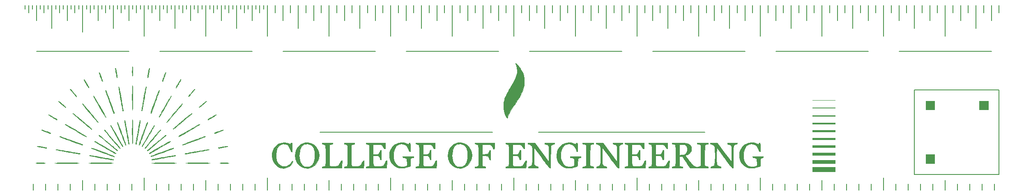
<source format=gbr>
G04 #@! TF.GenerationSoftware,KiCad,Pcbnew,5.1.5-52549c5~84~ubuntu18.04.1*
G04 #@! TF.CreationDate,2020-03-05T17:39:08-06:00*
G04 #@! TF.ProjectId,Valpo-PCB-Ruler,56616c70-6f2d-4504-9342-2d52756c6572,rev?*
G04 #@! TF.SameCoordinates,Original*
G04 #@! TF.FileFunction,Soldermask,Top*
G04 #@! TF.FilePolarity,Negative*
%FSLAX46Y46*%
G04 Gerber Fmt 4.6, Leading zero omitted, Abs format (unit mm)*
G04 Created by KiCad (PCBNEW 5.1.5-52549c5~84~ubuntu18.04.1) date 2020-03-05 17:39:08*
%MOMM*%
%LPD*%
G04 APERTURE LIST*
%ADD10C,0.200000*%
%ADD11C,0.100000*%
%ADD12C,0.010000*%
G04 APERTURE END LIST*
D10*
X147955000Y-89693750D02*
X112395000Y-89693750D01*
X191770000Y-89693750D02*
X157480000Y-89693750D01*
X250825000Y-73025000D02*
X231775000Y-73025000D01*
X225425000Y-73025000D02*
X206375000Y-73025000D01*
X200025000Y-73025000D02*
X180975000Y-73025000D01*
X174625000Y-73025000D02*
X155575000Y-73025000D01*
X149225000Y-73025000D02*
X130175000Y-73025000D01*
X123825000Y-73025000D02*
X104775000Y-73025000D01*
X98425000Y-73025000D02*
X79375000Y-73025000D01*
X73025000Y-73025000D02*
X53975000Y-73025000D01*
X246380000Y-101600000D02*
X246380000Y-100330000D01*
X243840000Y-101600000D02*
X243840000Y-100330000D01*
X238760000Y-101600000D02*
X238760000Y-100330000D01*
X248920000Y-101600000D02*
X248920000Y-100330000D01*
X241300000Y-101600000D02*
X241300000Y-99568000D01*
X236220000Y-101600000D02*
X236220000Y-100330000D01*
X251460000Y-101600000D02*
X251460000Y-100330000D01*
X233680000Y-101600000D02*
X233680000Y-100330000D01*
X231140000Y-101600000D02*
X231140000Y-100330000D01*
X220980000Y-101600000D02*
X220980000Y-100330000D01*
X228600000Y-101600000D02*
X228600000Y-99060000D01*
X218440000Y-101600000D02*
X218440000Y-100330000D01*
X213360000Y-101600000D02*
X213360000Y-100330000D01*
X223520000Y-101600000D02*
X223520000Y-100330000D01*
X215900000Y-101600000D02*
X215900000Y-99568000D01*
X210820000Y-101600000D02*
X210820000Y-100330000D01*
X226060000Y-101600000D02*
X226060000Y-100330000D01*
X208280000Y-101600000D02*
X208280000Y-100330000D01*
X205740000Y-101600000D02*
X205740000Y-100330000D01*
X195580000Y-101600000D02*
X195580000Y-100330000D01*
X203200000Y-101600000D02*
X203200000Y-99060000D01*
X193040000Y-101600000D02*
X193040000Y-100330000D01*
X187960000Y-101600000D02*
X187960000Y-100330000D01*
X198120000Y-101600000D02*
X198120000Y-100330000D01*
X190500000Y-101600000D02*
X190500000Y-99568000D01*
X185420000Y-101600000D02*
X185420000Y-100330000D01*
X200660000Y-101600000D02*
X200660000Y-100330000D01*
X182880000Y-101600000D02*
X182880000Y-100330000D01*
X180340000Y-101600000D02*
X180340000Y-100330000D01*
X170180000Y-101600000D02*
X170180000Y-100330000D01*
X177800000Y-101600000D02*
X177800000Y-99060000D01*
X167640000Y-101600000D02*
X167640000Y-100330000D01*
X162560000Y-101600000D02*
X162560000Y-100330000D01*
X172720000Y-101600000D02*
X172720000Y-100330000D01*
X165100000Y-101600000D02*
X165100000Y-99568000D01*
X160020000Y-101600000D02*
X160020000Y-100330000D01*
X175260000Y-101600000D02*
X175260000Y-100330000D01*
X157480000Y-101600000D02*
X157480000Y-100330000D01*
X154940000Y-101600000D02*
X154940000Y-100330000D01*
X144780000Y-101600000D02*
X144780000Y-100330000D01*
X152400000Y-101600000D02*
X152400000Y-99060000D01*
X142240000Y-101600000D02*
X142240000Y-100330000D01*
X137160000Y-101600000D02*
X137160000Y-100330000D01*
X147320000Y-101600000D02*
X147320000Y-100330000D01*
X139700000Y-101600000D02*
X139700000Y-99568000D01*
X134620000Y-101600000D02*
X134620000Y-100330000D01*
X149860000Y-101600000D02*
X149860000Y-100330000D01*
X132080000Y-101600000D02*
X132080000Y-100330000D01*
X129540000Y-101600000D02*
X129540000Y-100330000D01*
X119380000Y-101600000D02*
X119380000Y-100330000D01*
X127000000Y-101600000D02*
X127000000Y-99060000D01*
X116840000Y-101600000D02*
X116840000Y-100330000D01*
X111760000Y-101600000D02*
X111760000Y-100330000D01*
X121920000Y-101600000D02*
X121920000Y-100330000D01*
X114300000Y-101600000D02*
X114300000Y-99568000D01*
X109220000Y-101600000D02*
X109220000Y-100330000D01*
X124460000Y-101600000D02*
X124460000Y-100330000D01*
X106680000Y-101600000D02*
X106680000Y-100330000D01*
X104140000Y-101600000D02*
X104140000Y-100330000D01*
X93980000Y-101600000D02*
X93980000Y-100330000D01*
X101600000Y-101600000D02*
X101600000Y-99060000D01*
X91440000Y-101600000D02*
X91440000Y-100330000D01*
X86360000Y-101600000D02*
X86360000Y-100330000D01*
X96520000Y-101600000D02*
X96520000Y-100330000D01*
X88900000Y-101600000D02*
X88900000Y-99568000D01*
X83820000Y-101600000D02*
X83820000Y-100330000D01*
X99060000Y-101600000D02*
X99060000Y-100330000D01*
X81280000Y-101600000D02*
X81280000Y-100330000D01*
X78740000Y-101600000D02*
X78740000Y-100330000D01*
X76200000Y-101600000D02*
X76200000Y-99060000D01*
X73660000Y-101600000D02*
X73660000Y-100330000D01*
X71120000Y-101600000D02*
X71120000Y-100330000D01*
X68580000Y-101600000D02*
X68580000Y-100330000D01*
X66040000Y-101600000D02*
X66040000Y-100330000D01*
X63500000Y-101600000D02*
X63500000Y-99568000D01*
X60960000Y-101600000D02*
X60960000Y-100330000D01*
X58420000Y-101600000D02*
X58420000Y-100330000D01*
X55880000Y-101600000D02*
X55880000Y-100330000D01*
X53340000Y-101600000D02*
X53340000Y-100330000D01*
X238125000Y-66675000D02*
X238125000Y-63500000D01*
X252412500Y-65087500D02*
X252412500Y-63500000D01*
X231775000Y-66675000D02*
X231775000Y-63500000D01*
X247650000Y-68262500D02*
X247650000Y-63500000D01*
X246062500Y-65087500D02*
X246062500Y-63500000D01*
X244475000Y-66675000D02*
X244475000Y-63500000D01*
X250825000Y-66675000D02*
X250825000Y-63500000D01*
X239712500Y-65087500D02*
X239712500Y-63500000D01*
X242887500Y-65087500D02*
X242887500Y-63500000D01*
X249237500Y-65087500D02*
X249237500Y-63500000D01*
X241300000Y-69850000D02*
X241300000Y-63500000D01*
X234950000Y-68262500D02*
X234950000Y-63500000D01*
X236537500Y-65087500D02*
X236537500Y-63500000D01*
X230187500Y-65087500D02*
X230187500Y-63500000D01*
X233362500Y-65087500D02*
X233362500Y-63500000D01*
X212725000Y-66675000D02*
X212725000Y-63500000D01*
X227012500Y-65087500D02*
X227012500Y-63500000D01*
X206375000Y-66675000D02*
X206375000Y-63500000D01*
X222250000Y-68262500D02*
X222250000Y-63500000D01*
X220662500Y-65087500D02*
X220662500Y-63500000D01*
X228600000Y-69850000D02*
X228600000Y-63500000D01*
X219075000Y-66675000D02*
X219075000Y-63500000D01*
X225425000Y-66675000D02*
X225425000Y-63500000D01*
X214312500Y-65087500D02*
X214312500Y-63500000D01*
X217487500Y-65087500D02*
X217487500Y-63500000D01*
X223837500Y-65087500D02*
X223837500Y-63500000D01*
X215900000Y-69850000D02*
X215900000Y-63500000D01*
X209550000Y-68262500D02*
X209550000Y-63500000D01*
X211137500Y-65087500D02*
X211137500Y-63500000D01*
X204787500Y-65087500D02*
X204787500Y-63500000D01*
X207962500Y-65087500D02*
X207962500Y-63500000D01*
X187325000Y-66675000D02*
X187325000Y-63500000D01*
X201612500Y-65087500D02*
X201612500Y-63500000D01*
X180975000Y-66675000D02*
X180975000Y-63500000D01*
X196850000Y-68262500D02*
X196850000Y-63500000D01*
X195262500Y-65087500D02*
X195262500Y-63500000D01*
X203200000Y-69850000D02*
X203200000Y-63500000D01*
X193675000Y-66675000D02*
X193675000Y-63500000D01*
X200025000Y-66675000D02*
X200025000Y-63500000D01*
X188912500Y-65087500D02*
X188912500Y-63500000D01*
X192087500Y-65087500D02*
X192087500Y-63500000D01*
X198437500Y-65087500D02*
X198437500Y-63500000D01*
X190500000Y-69850000D02*
X190500000Y-63500000D01*
X184150000Y-68262500D02*
X184150000Y-63500000D01*
X185737500Y-65087500D02*
X185737500Y-63500000D01*
X179387500Y-65087500D02*
X179387500Y-63500000D01*
X182562500Y-65087500D02*
X182562500Y-63500000D01*
X161925000Y-66675000D02*
X161925000Y-63500000D01*
X176212500Y-65087500D02*
X176212500Y-63500000D01*
X155575000Y-66675000D02*
X155575000Y-63500000D01*
X171450000Y-68262500D02*
X171450000Y-63500000D01*
X169862500Y-65087500D02*
X169862500Y-63500000D01*
X177800000Y-69850000D02*
X177800000Y-63500000D01*
X168275000Y-66675000D02*
X168275000Y-63500000D01*
X174625000Y-66675000D02*
X174625000Y-63500000D01*
X163512500Y-65087500D02*
X163512500Y-63500000D01*
X166687500Y-65087500D02*
X166687500Y-63500000D01*
X173037500Y-65087500D02*
X173037500Y-63500000D01*
X165100000Y-69850000D02*
X165100000Y-63500000D01*
X158750000Y-68262500D02*
X158750000Y-63500000D01*
X160337500Y-65087500D02*
X160337500Y-63500000D01*
X153987500Y-65087500D02*
X153987500Y-63500000D01*
X157162500Y-65087500D02*
X157162500Y-63500000D01*
X136525000Y-66675000D02*
X136525000Y-63500000D01*
X150812500Y-65087500D02*
X150812500Y-63500000D01*
X130175000Y-66675000D02*
X130175000Y-63500000D01*
X146050000Y-68262500D02*
X146050000Y-63500000D01*
X144462500Y-65087500D02*
X144462500Y-63500000D01*
X152400000Y-69850000D02*
X152400000Y-63500000D01*
X142875000Y-66675000D02*
X142875000Y-63500000D01*
X149225000Y-66675000D02*
X149225000Y-63500000D01*
X138112500Y-65087500D02*
X138112500Y-63500000D01*
X141287500Y-65087500D02*
X141287500Y-63500000D01*
X147637500Y-65087500D02*
X147637500Y-63500000D01*
X139700000Y-69850000D02*
X139700000Y-63500000D01*
X133350000Y-68262500D02*
X133350000Y-63500000D01*
X134937500Y-65087500D02*
X134937500Y-63500000D01*
X128587500Y-65087500D02*
X128587500Y-63500000D01*
X131762500Y-65087500D02*
X131762500Y-63500000D01*
X111125000Y-66675000D02*
X111125000Y-63500000D01*
X125412500Y-65087500D02*
X125412500Y-63500000D01*
X104775000Y-66675000D02*
X104775000Y-63500000D01*
X120650000Y-68262500D02*
X120650000Y-63500000D01*
X119062500Y-65087500D02*
X119062500Y-63500000D01*
X127000000Y-69850000D02*
X127000000Y-63500000D01*
X117475000Y-66675000D02*
X117475000Y-63500000D01*
X123825000Y-66675000D02*
X123825000Y-63500000D01*
X112712500Y-65087500D02*
X112712500Y-63500000D01*
X115887500Y-65087500D02*
X115887500Y-63500000D01*
X122237500Y-65087500D02*
X122237500Y-63500000D01*
X114300000Y-69850000D02*
X114300000Y-63500000D01*
X107950000Y-68262500D02*
X107950000Y-63500000D01*
X109537500Y-65087500D02*
X109537500Y-63500000D01*
X103187500Y-65087500D02*
X103187500Y-63500000D01*
X106362500Y-65087500D02*
X106362500Y-63500000D01*
X92075000Y-66675000D02*
X92075000Y-63500000D01*
X98425000Y-66675000D02*
X98425000Y-63500000D01*
X100012500Y-65087500D02*
X100012500Y-63500000D01*
X100806250Y-64293750D02*
X100806250Y-63500000D01*
X101600000Y-69850000D02*
X101600000Y-63500000D01*
X97631250Y-64293750D02*
X97631250Y-63500000D01*
X92868750Y-64293750D02*
X92868750Y-63500000D01*
X89693750Y-64293750D02*
X89693750Y-63500000D01*
X96043750Y-64293750D02*
X96043750Y-63500000D01*
X93662500Y-65087500D02*
X93662500Y-63500000D01*
X99218750Y-64293750D02*
X99218750Y-63500000D01*
X90487500Y-65087500D02*
X90487500Y-63500000D01*
X94456250Y-64293750D02*
X94456250Y-63500000D01*
X91281250Y-64293750D02*
X91281250Y-63500000D01*
X95250000Y-68262500D02*
X95250000Y-63500000D01*
X96837500Y-65087500D02*
X96837500Y-63500000D01*
X79375000Y-66675000D02*
X79375000Y-63500000D01*
X85725000Y-66675000D02*
X85725000Y-63500000D01*
X87312500Y-65087500D02*
X87312500Y-63500000D01*
X88106250Y-64293750D02*
X88106250Y-63500000D01*
X88900000Y-69850000D02*
X88900000Y-63500000D01*
X84931250Y-64293750D02*
X84931250Y-63500000D01*
X80168750Y-64293750D02*
X80168750Y-63500000D01*
X76993750Y-64293750D02*
X76993750Y-63500000D01*
X83343750Y-64293750D02*
X83343750Y-63500000D01*
X80962500Y-65087500D02*
X80962500Y-63500000D01*
X86518750Y-64293750D02*
X86518750Y-63500000D01*
X77787500Y-65087500D02*
X77787500Y-63500000D01*
X81756250Y-64293750D02*
X81756250Y-63500000D01*
X78581250Y-64293750D02*
X78581250Y-63500000D01*
X82550000Y-68262500D02*
X82550000Y-63500000D01*
X84137500Y-65087500D02*
X84137500Y-63500000D01*
X66675000Y-66675000D02*
X66675000Y-63500000D01*
X73025000Y-66675000D02*
X73025000Y-63500000D01*
X74612500Y-65087500D02*
X74612500Y-63500000D01*
X75406250Y-64293750D02*
X75406250Y-63500000D01*
X76200000Y-69850000D02*
X76200000Y-63500000D01*
X72231250Y-64293750D02*
X72231250Y-63500000D01*
X67468750Y-64293750D02*
X67468750Y-63500000D01*
X64293750Y-64293750D02*
X64293750Y-63500000D01*
X70643750Y-64293750D02*
X70643750Y-63500000D01*
X68262500Y-65087500D02*
X68262500Y-63500000D01*
X73818750Y-64293750D02*
X73818750Y-63500000D01*
X65087500Y-65087500D02*
X65087500Y-63500000D01*
X69056250Y-64293750D02*
X69056250Y-63500000D01*
X65881250Y-64293750D02*
X65881250Y-63500000D01*
X69850000Y-68262500D02*
X69850000Y-63500000D01*
X71437500Y-65087500D02*
X71437500Y-63500000D01*
X61912500Y-65087500D02*
X61912500Y-63500000D01*
X58737500Y-65087500D02*
X58737500Y-63500000D01*
X55562500Y-65087500D02*
X55562500Y-63500000D01*
X62706250Y-64293750D02*
X62706250Y-63500000D01*
X61118750Y-64293750D02*
X61118750Y-63500000D01*
X59531250Y-64293750D02*
X59531250Y-63500000D01*
X57943750Y-64293750D02*
X57943750Y-63500000D01*
X56356250Y-64293750D02*
X56356250Y-63500000D01*
X54768750Y-64293750D02*
X54768750Y-63500000D01*
X53181250Y-64293750D02*
X53181250Y-63500000D01*
X63500000Y-69056250D02*
X63500000Y-63500000D01*
X52387500Y-65087500D02*
X52387500Y-63500000D01*
X57150000Y-68262500D02*
X57150000Y-63500000D01*
X53975000Y-66675000D02*
X53975000Y-63500000D01*
X60325000Y-66675000D02*
X60325000Y-63500000D01*
X51593750Y-64293750D02*
X51593750Y-63500000D01*
X234950008Y-80962498D02*
X234950008Y-98424998D01*
X252412508Y-80962498D02*
X234950008Y-80962498D01*
X252412508Y-98424998D02*
X252412508Y-80962498D01*
X234950008Y-98424998D02*
X252412508Y-98424998D01*
D11*
G36*
X218678129Y-88060214D02*
G01*
X213915629Y-88060214D01*
X213915629Y-87755414D01*
X218678129Y-87755414D01*
X218678129Y-88060214D01*
G37*
G36*
X218678129Y-91311414D02*
G01*
X213915629Y-91311414D01*
X213915629Y-90854214D01*
X218678129Y-90854214D01*
X218678129Y-91311414D01*
G37*
G36*
X218678129Y-86447314D02*
G01*
X213915629Y-86447314D01*
X213915629Y-86193314D01*
X218678129Y-86193314D01*
X218678129Y-86447314D01*
G37*
G36*
X218678129Y-84834414D02*
G01*
X213915629Y-84834414D01*
X213915629Y-84631214D01*
X218678129Y-84631214D01*
X218678129Y-84834414D01*
G37*
G36*
X218678129Y-83221514D02*
G01*
X213915629Y-83221514D01*
X213915629Y-83069114D01*
X218678129Y-83069114D01*
X218678129Y-83221514D01*
G37*
G36*
X218678129Y-94562614D02*
G01*
X213915629Y-94562614D01*
X213915629Y-93953014D01*
X218678129Y-93953014D01*
X218678129Y-94562614D01*
G37*
G36*
X218678129Y-96226314D02*
G01*
X213915629Y-96226314D01*
X213915629Y-95464314D01*
X218678129Y-95464314D01*
X218678129Y-96226314D01*
G37*
G36*
X218678129Y-92924314D02*
G01*
X213915629Y-92924314D01*
X213915629Y-92416314D01*
X218678129Y-92416314D01*
X218678129Y-92924314D01*
G37*
G36*
X218678129Y-89698514D02*
G01*
X213915629Y-89698514D01*
X213915629Y-89292114D01*
X218678129Y-89292114D01*
X218678129Y-89698514D01*
G37*
G36*
X218678129Y-97940814D02*
G01*
X213915629Y-97940814D01*
X213915629Y-96924814D01*
X218678129Y-96924814D01*
X218678129Y-97940814D01*
G37*
D12*
G36*
X73756422Y-76183837D02*
G01*
X73768817Y-76212120D01*
X73778171Y-76268312D01*
X73784889Y-76359820D01*
X73789375Y-76494051D01*
X73792033Y-76678413D01*
X73793266Y-76920313D01*
X73793500Y-77146195D01*
X73793076Y-77436571D01*
X73791533Y-77663803D01*
X73788468Y-77835297D01*
X73783477Y-77958461D01*
X73776155Y-78040703D01*
X73766099Y-78089429D01*
X73752904Y-78112047D01*
X73740584Y-78116334D01*
X73724745Y-78108552D01*
X73712350Y-78080269D01*
X73702996Y-78024077D01*
X73696278Y-77932569D01*
X73691792Y-77798338D01*
X73689134Y-77613976D01*
X73687901Y-77372077D01*
X73687667Y-77146195D01*
X73688091Y-76855818D01*
X73689634Y-76628587D01*
X73692699Y-76457092D01*
X73697690Y-76333928D01*
X73705012Y-76251686D01*
X73715068Y-76202960D01*
X73728263Y-76180342D01*
X73740584Y-76176056D01*
X73756422Y-76183837D01*
G37*
X73756422Y-76183837D02*
X73768817Y-76212120D01*
X73778171Y-76268312D01*
X73784889Y-76359820D01*
X73789375Y-76494051D01*
X73792033Y-76678413D01*
X73793266Y-76920313D01*
X73793500Y-77146195D01*
X73793076Y-77436571D01*
X73791533Y-77663803D01*
X73788468Y-77835297D01*
X73783477Y-77958461D01*
X73776155Y-78040703D01*
X73766099Y-78089429D01*
X73752904Y-78112047D01*
X73740584Y-78116334D01*
X73724745Y-78108552D01*
X73712350Y-78080269D01*
X73702996Y-78024077D01*
X73696278Y-77932569D01*
X73691792Y-77798338D01*
X73689134Y-77613976D01*
X73687901Y-77372077D01*
X73687667Y-77146195D01*
X73688091Y-76855818D01*
X73689634Y-76628587D01*
X73692699Y-76457092D01*
X73697690Y-76333928D01*
X73705012Y-76251686D01*
X73715068Y-76202960D01*
X73728263Y-76180342D01*
X73740584Y-76176056D01*
X73756422Y-76183837D01*
G36*
X77273707Y-76476832D02*
G01*
X77286000Y-76532428D01*
X77280241Y-76582720D01*
X77264238Y-76688923D01*
X77239899Y-76840055D01*
X77209136Y-77025134D01*
X77173856Y-77233176D01*
X77135971Y-77453200D01*
X77097390Y-77674222D01*
X77060022Y-77885259D01*
X77025778Y-78075330D01*
X76996566Y-78233451D01*
X76974297Y-78348639D01*
X76960881Y-78409913D01*
X76958316Y-78416946D01*
X76922693Y-78413746D01*
X76889122Y-78407114D01*
X76870614Y-78404627D01*
X76856125Y-78401378D01*
X76846485Y-78390175D01*
X76842526Y-78363828D01*
X76845078Y-78315147D01*
X76854973Y-78236940D01*
X76873041Y-78122017D01*
X76900113Y-77963188D01*
X76937021Y-77753262D01*
X76984594Y-77485048D01*
X77016441Y-77305371D01*
X77064515Y-77037887D01*
X77103432Y-76832374D01*
X77135103Y-76681123D01*
X77161435Y-76576422D01*
X77184340Y-76510560D01*
X77205725Y-76475828D01*
X77224558Y-76464937D01*
X77273707Y-76476832D01*
G37*
X77273707Y-76476832D02*
X77286000Y-76532428D01*
X77280241Y-76582720D01*
X77264238Y-76688923D01*
X77239899Y-76840055D01*
X77209136Y-77025134D01*
X77173856Y-77233176D01*
X77135971Y-77453200D01*
X77097390Y-77674222D01*
X77060022Y-77885259D01*
X77025778Y-78075330D01*
X76996566Y-78233451D01*
X76974297Y-78348639D01*
X76960881Y-78409913D01*
X76958316Y-78416946D01*
X76922693Y-78413746D01*
X76889122Y-78407114D01*
X76870614Y-78404627D01*
X76856125Y-78401378D01*
X76846485Y-78390175D01*
X76842526Y-78363828D01*
X76845078Y-78315147D01*
X76854973Y-78236940D01*
X76873041Y-78122017D01*
X76900113Y-77963188D01*
X76937021Y-77753262D01*
X76984594Y-77485048D01*
X77016441Y-77305371D01*
X77064515Y-77037887D01*
X77103432Y-76832374D01*
X77135103Y-76681123D01*
X77161435Y-76576422D01*
X77184340Y-76510560D01*
X77205725Y-76475828D01*
X77224558Y-76464937D01*
X77273707Y-76476832D01*
G36*
X70251808Y-76464064D02*
G01*
X70256725Y-76464960D01*
X70277065Y-76478138D01*
X70297557Y-76514474D01*
X70319922Y-76581205D01*
X70345883Y-76685571D01*
X70377161Y-76834810D01*
X70415478Y-77036162D01*
X70462556Y-77296865D01*
X70485578Y-77427064D01*
X70537120Y-77724399D01*
X70575765Y-77958804D01*
X70602306Y-78136561D01*
X70617539Y-78263954D01*
X70622259Y-78347265D01*
X70617258Y-78392778D01*
X70609228Y-78405033D01*
X70546723Y-78431578D01*
X70513614Y-78421705D01*
X70512667Y-78415761D01*
X70506739Y-78377529D01*
X70490048Y-78279259D01*
X70464236Y-78130369D01*
X70430943Y-77940276D01*
X70391811Y-77718399D01*
X70353917Y-77504720D01*
X70301084Y-77206275D01*
X70260174Y-76970137D01*
X70230524Y-76789192D01*
X70211467Y-76656322D01*
X70202339Y-76564413D01*
X70202474Y-76506348D01*
X70211207Y-76475012D01*
X70227874Y-76463289D01*
X70251808Y-76464064D01*
G37*
X70251808Y-76464064D02*
X70256725Y-76464960D01*
X70277065Y-76478138D01*
X70297557Y-76514474D01*
X70319922Y-76581205D01*
X70345883Y-76685571D01*
X70377161Y-76834810D01*
X70415478Y-77036162D01*
X70462556Y-77296865D01*
X70485578Y-77427064D01*
X70537120Y-77724399D01*
X70575765Y-77958804D01*
X70602306Y-78136561D01*
X70617539Y-78263954D01*
X70622259Y-78347265D01*
X70617258Y-78392778D01*
X70609228Y-78405033D01*
X70546723Y-78431578D01*
X70513614Y-78421705D01*
X70512667Y-78415761D01*
X70506739Y-78377529D01*
X70490048Y-78279259D01*
X70464236Y-78130369D01*
X70430943Y-77940276D01*
X70391811Y-77718399D01*
X70353917Y-77504720D01*
X70301084Y-77206275D01*
X70260174Y-76970137D01*
X70230524Y-76789192D01*
X70211467Y-76656322D01*
X70202339Y-76564413D01*
X70202474Y-76506348D01*
X70211207Y-76475012D01*
X70227874Y-76463289D01*
X70251808Y-76464064D01*
G36*
X80630687Y-77398350D02*
G01*
X80637389Y-77419281D01*
X80625860Y-77465247D01*
X80593799Y-77564891D01*
X80544996Y-77707847D01*
X80483239Y-77883751D01*
X80412317Y-78082235D01*
X80336021Y-78292936D01*
X80258139Y-78505486D01*
X80182461Y-78709521D01*
X80112776Y-78894675D01*
X80052872Y-79050582D01*
X80006540Y-79166877D01*
X79977568Y-79233194D01*
X79970098Y-79244682D01*
X79925386Y-79227645D01*
X79903832Y-79215188D01*
X79894074Y-79190454D01*
X79900286Y-79133631D01*
X79924368Y-79038231D01*
X79968222Y-78897762D01*
X80033748Y-78705735D01*
X80122847Y-78455660D01*
X80140892Y-78405756D01*
X80245573Y-78117222D01*
X80329332Y-77888221D01*
X80395115Y-77711891D01*
X80445863Y-77581367D01*
X80484519Y-77489786D01*
X80514028Y-77430285D01*
X80537332Y-77395999D01*
X80557375Y-77380066D01*
X80577098Y-77375621D01*
X80582672Y-77375500D01*
X80630687Y-77398350D01*
G37*
X80630687Y-77398350D02*
X80637389Y-77419281D01*
X80625860Y-77465247D01*
X80593799Y-77564891D01*
X80544996Y-77707847D01*
X80483239Y-77883751D01*
X80412317Y-78082235D01*
X80336021Y-78292936D01*
X80258139Y-78505486D01*
X80182461Y-78709521D01*
X80112776Y-78894675D01*
X80052872Y-79050582D01*
X80006540Y-79166877D01*
X79977568Y-79233194D01*
X79970098Y-79244682D01*
X79925386Y-79227645D01*
X79903832Y-79215188D01*
X79894074Y-79190454D01*
X79900286Y-79133631D01*
X79924368Y-79038231D01*
X79968222Y-78897762D01*
X80033748Y-78705735D01*
X80122847Y-78455660D01*
X80140892Y-78405756D01*
X80245573Y-78117222D01*
X80329332Y-77888221D01*
X80395115Y-77711891D01*
X80445863Y-77581367D01*
X80484519Y-77489786D01*
X80514028Y-77430285D01*
X80537332Y-77395999D01*
X80557375Y-77380066D01*
X80577098Y-77375621D01*
X80582672Y-77375500D01*
X80630687Y-77398350D01*
G36*
X66906288Y-77380434D02*
G01*
X66959663Y-77425047D01*
X67005393Y-77500389D01*
X67056792Y-77628790D01*
X67119762Y-77794466D01*
X67190613Y-77986808D01*
X67265659Y-78195208D01*
X67341212Y-78409057D01*
X67413584Y-78617746D01*
X67479088Y-78810667D01*
X67534036Y-78977212D01*
X67574741Y-79106772D01*
X67597515Y-79188739D01*
X67600589Y-79212632D01*
X67575164Y-79239695D01*
X67546364Y-79237400D01*
X67511412Y-79200245D01*
X67467530Y-79122730D01*
X67411939Y-78999352D01*
X67341863Y-78824611D01*
X67254523Y-78593004D01*
X67167111Y-78354142D01*
X67081327Y-78116155D01*
X67004098Y-77898878D01*
X66938574Y-77711427D01*
X66887911Y-77562920D01*
X66855262Y-77462474D01*
X66843778Y-77419281D01*
X66862157Y-77375750D01*
X66906288Y-77380434D01*
G37*
X66906288Y-77380434D02*
X66959663Y-77425047D01*
X67005393Y-77500389D01*
X67056792Y-77628790D01*
X67119762Y-77794466D01*
X67190613Y-77986808D01*
X67265659Y-78195208D01*
X67341212Y-78409057D01*
X67413584Y-78617746D01*
X67479088Y-78810667D01*
X67534036Y-78977212D01*
X67574741Y-79106772D01*
X67597515Y-79188739D01*
X67600589Y-79212632D01*
X67575164Y-79239695D01*
X67546364Y-79237400D01*
X67511412Y-79200245D01*
X67467530Y-79122730D01*
X67411939Y-78999352D01*
X67341863Y-78824611D01*
X67254523Y-78593004D01*
X67167111Y-78354142D01*
X67081327Y-78116155D01*
X67004098Y-77898878D01*
X66938574Y-77711427D01*
X66887911Y-77562920D01*
X66855262Y-77462474D01*
X66843778Y-77419281D01*
X66862157Y-77375750D01*
X66906288Y-77380434D01*
G36*
X83736881Y-78850465D02*
G01*
X83741719Y-78869761D01*
X83724492Y-78913309D01*
X83676700Y-79006742D01*
X83604051Y-79140286D01*
X83512252Y-79304168D01*
X83407009Y-79488612D01*
X83294029Y-79683845D01*
X83179019Y-79880093D01*
X83067684Y-80067580D01*
X82965733Y-80236534D01*
X82878871Y-80377181D01*
X82812805Y-80479744D01*
X82773242Y-80534452D01*
X82766108Y-80540749D01*
X82712892Y-80528494D01*
X82700877Y-80514799D01*
X82709561Y-80472437D01*
X82749771Y-80380539D01*
X82815990Y-80248592D01*
X82902701Y-80086081D01*
X83004384Y-79902493D01*
X83115521Y-79707314D01*
X83230595Y-79510029D01*
X83344087Y-79320124D01*
X83450479Y-79147086D01*
X83544253Y-79000401D01*
X83619891Y-78889554D01*
X83671874Y-78824031D01*
X83692335Y-78810443D01*
X83736881Y-78850465D01*
G37*
X83736881Y-78850465D02*
X83741719Y-78869761D01*
X83724492Y-78913309D01*
X83676700Y-79006742D01*
X83604051Y-79140286D01*
X83512252Y-79304168D01*
X83407009Y-79488612D01*
X83294029Y-79683845D01*
X83179019Y-79880093D01*
X83067684Y-80067580D01*
X82965733Y-80236534D01*
X82878871Y-80377181D01*
X82812805Y-80479744D01*
X82773242Y-80534452D01*
X82766108Y-80540749D01*
X82712892Y-80528494D01*
X82700877Y-80514799D01*
X82709561Y-80472437D01*
X82749771Y-80380539D01*
X82815990Y-80248592D01*
X82902701Y-80086081D01*
X83004384Y-79902493D01*
X83115521Y-79707314D01*
X83230595Y-79510029D01*
X83344087Y-79320124D01*
X83450479Y-79147086D01*
X83544253Y-79000401D01*
X83619891Y-78889554D01*
X83671874Y-78824031D01*
X83692335Y-78810443D01*
X83736881Y-78850465D01*
G36*
X63812365Y-78823198D02*
G01*
X63857774Y-78874632D01*
X63924652Y-78970162D01*
X64015737Y-79113996D01*
X64133766Y-79310343D01*
X64281479Y-79563409D01*
X64333302Y-79653299D01*
X64478945Y-79907425D01*
X64592028Y-80107461D01*
X64675796Y-80260109D01*
X64733497Y-80372072D01*
X64768378Y-80450055D01*
X64783685Y-80500759D01*
X64782666Y-80530888D01*
X64768566Y-80547146D01*
X64766759Y-80548162D01*
X64744058Y-80551621D01*
X64715347Y-80535210D01*
X64676347Y-80492657D01*
X64622780Y-80417689D01*
X64550370Y-80304033D01*
X64454839Y-80145418D01*
X64331909Y-79935569D01*
X64235516Y-79769120D01*
X64109518Y-79549704D01*
X63995076Y-79348024D01*
X63897039Y-79172817D01*
X63820254Y-79032818D01*
X63769568Y-78936764D01*
X63750021Y-78894226D01*
X63760082Y-78832229D01*
X63785687Y-78811650D01*
X63812365Y-78823198D01*
G37*
X63812365Y-78823198D02*
X63857774Y-78874632D01*
X63924652Y-78970162D01*
X64015737Y-79113996D01*
X64133766Y-79310343D01*
X64281479Y-79563409D01*
X64333302Y-79653299D01*
X64478945Y-79907425D01*
X64592028Y-80107461D01*
X64675796Y-80260109D01*
X64733497Y-80372072D01*
X64768378Y-80450055D01*
X64783685Y-80500759D01*
X64782666Y-80530888D01*
X64768566Y-80547146D01*
X64766759Y-80548162D01*
X64744058Y-80551621D01*
X64715347Y-80535210D01*
X64676347Y-80492657D01*
X64622780Y-80417689D01*
X64550370Y-80304033D01*
X64454839Y-80145418D01*
X64331909Y-79935569D01*
X64235516Y-79769120D01*
X64109518Y-79549704D01*
X63995076Y-79348024D01*
X63897039Y-79172817D01*
X63820254Y-79032818D01*
X63769568Y-78936764D01*
X63750021Y-78894226D01*
X63760082Y-78832229D01*
X63785687Y-78811650D01*
X63812365Y-78823198D01*
G36*
X86592619Y-80826048D02*
G01*
X86589505Y-80874448D01*
X86564156Y-80909303D01*
X86500311Y-80989881D01*
X86404838Y-81107872D01*
X86284608Y-81254962D01*
X86146490Y-81422839D01*
X85997353Y-81603192D01*
X85844069Y-81787707D01*
X85693505Y-81968074D01*
X85552533Y-82135979D01*
X85428022Y-82283110D01*
X85347719Y-82376978D01*
X85322107Y-82362110D01*
X85294214Y-82332219D01*
X85267712Y-82278259D01*
X85296700Y-82221759D01*
X85300926Y-82216714D01*
X85337364Y-82173399D01*
X85412183Y-82084138D01*
X85518524Y-81957124D01*
X85649528Y-81800554D01*
X85798336Y-81622621D01*
X85913087Y-81485361D01*
X86069141Y-81299383D01*
X86211402Y-81131203D01*
X86333281Y-80988499D01*
X86428194Y-80878947D01*
X86489551Y-80810226D01*
X86509594Y-80790094D01*
X86560101Y-80785500D01*
X86592619Y-80826048D01*
G37*
X86592619Y-80826048D02*
X86589505Y-80874448D01*
X86564156Y-80909303D01*
X86500311Y-80989881D01*
X86404838Y-81107872D01*
X86284608Y-81254962D01*
X86146490Y-81422839D01*
X85997353Y-81603192D01*
X85844069Y-81787707D01*
X85693505Y-81968074D01*
X85552533Y-82135979D01*
X85428022Y-82283110D01*
X85347719Y-82376978D01*
X85322107Y-82362110D01*
X85294214Y-82332219D01*
X85267712Y-82278259D01*
X85296700Y-82221759D01*
X85300926Y-82216714D01*
X85337364Y-82173399D01*
X85412183Y-82084138D01*
X85518524Y-81957124D01*
X85649528Y-81800554D01*
X85798336Y-81622621D01*
X85913087Y-81485361D01*
X86069141Y-81299383D01*
X86211402Y-81131203D01*
X86333281Y-80988499D01*
X86428194Y-80878947D01*
X86489551Y-80810226D01*
X86509594Y-80790094D01*
X86560101Y-80785500D01*
X86592619Y-80826048D01*
G36*
X61001798Y-80823114D02*
G01*
X61037194Y-80857957D01*
X61084010Y-80912019D01*
X61168745Y-81011387D01*
X61283984Y-81147302D01*
X61422311Y-81311008D01*
X61576310Y-81493747D01*
X61687938Y-81626483D01*
X61874647Y-81850699D01*
X62017384Y-82026967D01*
X62119429Y-82159734D01*
X62184063Y-82253448D01*
X62214565Y-82312557D01*
X62214802Y-82340848D01*
X62170925Y-82379218D01*
X62156333Y-82383859D01*
X62128824Y-82357547D01*
X62062361Y-82283861D01*
X61962970Y-82169785D01*
X61836673Y-82022305D01*
X61689497Y-81848406D01*
X61527464Y-81655076D01*
X61516834Y-81642329D01*
X61353929Y-81445672D01*
X61206351Y-81265078D01*
X61080078Y-81108057D01*
X60981087Y-80982125D01*
X60915357Y-80894792D01*
X60888867Y-80853574D01*
X60888700Y-80852954D01*
X60894013Y-80795288D01*
X60936460Y-80785501D01*
X61001798Y-80823114D01*
G37*
X61001798Y-80823114D02*
X61037194Y-80857957D01*
X61084010Y-80912019D01*
X61168745Y-81011387D01*
X61283984Y-81147302D01*
X61422311Y-81311008D01*
X61576310Y-81493747D01*
X61687938Y-81626483D01*
X61874647Y-81850699D01*
X62017384Y-82026967D01*
X62119429Y-82159734D01*
X62184063Y-82253448D01*
X62214565Y-82312557D01*
X62214802Y-82340848D01*
X62170925Y-82379218D01*
X62156333Y-82383859D01*
X62128824Y-82357547D01*
X62062361Y-82283861D01*
X61962970Y-82169785D01*
X61836673Y-82022305D01*
X61689497Y-81848406D01*
X61527464Y-81655076D01*
X61516834Y-81642329D01*
X61353929Y-81445672D01*
X61206351Y-81265078D01*
X61080078Y-81108057D01*
X60981087Y-80982125D01*
X60915357Y-80894792D01*
X60888867Y-80853574D01*
X60888700Y-80852954D01*
X60894013Y-80795288D01*
X60936460Y-80785501D01*
X61001798Y-80823114D01*
G36*
X89009276Y-83263832D02*
G01*
X89029454Y-83322988D01*
X89015068Y-83353229D01*
X88978469Y-83390020D01*
X88897496Y-83462747D01*
X88780841Y-83564157D01*
X88637194Y-83686993D01*
X88475245Y-83824001D01*
X88303686Y-83967926D01*
X88131207Y-84111514D01*
X87966498Y-84247508D01*
X87818249Y-84368654D01*
X87695152Y-84467697D01*
X87605897Y-84537383D01*
X87559175Y-84570455D01*
X87554936Y-84572167D01*
X87507093Y-84550830D01*
X87504797Y-84548648D01*
X87481388Y-84502286D01*
X87481278Y-84499712D01*
X87507228Y-84471252D01*
X87580459Y-84403689D01*
X87694044Y-84303085D01*
X87841058Y-84175499D01*
X88014574Y-84026992D01*
X88207664Y-83863623D01*
X88225139Y-83848925D01*
X88460298Y-83652649D01*
X88647236Y-83500042D01*
X88790379Y-83387800D01*
X88894153Y-83312620D01*
X88962986Y-83271200D01*
X89001304Y-83260236D01*
X89009276Y-83263832D01*
G37*
X89009276Y-83263832D02*
X89029454Y-83322988D01*
X89015068Y-83353229D01*
X88978469Y-83390020D01*
X88897496Y-83462747D01*
X88780841Y-83564157D01*
X88637194Y-83686993D01*
X88475245Y-83824001D01*
X88303686Y-83967926D01*
X88131207Y-84111514D01*
X87966498Y-84247508D01*
X87818249Y-84368654D01*
X87695152Y-84467697D01*
X87605897Y-84537383D01*
X87559175Y-84570455D01*
X87554936Y-84572167D01*
X87507093Y-84550830D01*
X87504797Y-84548648D01*
X87481388Y-84502286D01*
X87481278Y-84499712D01*
X87507228Y-84471252D01*
X87580459Y-84403689D01*
X87694044Y-84303085D01*
X87841058Y-84175499D01*
X88014574Y-84026992D01*
X88207664Y-83863623D01*
X88225139Y-83848925D01*
X88460298Y-83652649D01*
X88647236Y-83500042D01*
X88790379Y-83387800D01*
X88894153Y-83312620D01*
X88962986Y-83271200D01*
X89001304Y-83260236D01*
X89009276Y-83263832D01*
G36*
X58526291Y-83281478D02*
G01*
X58610059Y-83332610D01*
X58730728Y-83420600D01*
X58892483Y-83548227D01*
X59099512Y-83718266D01*
X59278159Y-83867845D01*
X59506113Y-84060714D01*
X59684217Y-84213922D01*
X59817436Y-84332232D01*
X59910733Y-84420407D01*
X59969074Y-84483210D01*
X59997422Y-84525403D01*
X60000743Y-84551748D01*
X59997247Y-84557712D01*
X59959497Y-84599573D01*
X59949458Y-84607445D01*
X59921834Y-84585732D01*
X59847170Y-84524468D01*
X59732465Y-84429467D01*
X59584720Y-84306541D01*
X59410932Y-84161504D01*
X59218103Y-84000167D01*
X59204125Y-83988457D01*
X59009344Y-83823891D01*
X58833019Y-83672278D01*
X58682271Y-83539955D01*
X58564224Y-83433263D01*
X58486001Y-83358537D01*
X58454725Y-83322116D01*
X58454533Y-83321468D01*
X58452714Y-83278684D01*
X58475238Y-83264428D01*
X58526291Y-83281478D01*
G37*
X58526291Y-83281478D02*
X58610059Y-83332610D01*
X58730728Y-83420600D01*
X58892483Y-83548227D01*
X59099512Y-83718266D01*
X59278159Y-83867845D01*
X59506113Y-84060714D01*
X59684217Y-84213922D01*
X59817436Y-84332232D01*
X59910733Y-84420407D01*
X59969074Y-84483210D01*
X59997422Y-84525403D01*
X60000743Y-84551748D01*
X59997247Y-84557712D01*
X59959497Y-84599573D01*
X59949458Y-84607445D01*
X59921834Y-84585732D01*
X59847170Y-84524468D01*
X59732465Y-84429467D01*
X59584720Y-84306541D01*
X59410932Y-84161504D01*
X59218103Y-84000167D01*
X59204125Y-83988457D01*
X59009344Y-83823891D01*
X58833019Y-83672278D01*
X58682271Y-83539955D01*
X58564224Y-83433263D01*
X58486001Y-83358537D01*
X58454725Y-83322116D01*
X58454533Y-83321468D01*
X58452714Y-83278684D01*
X58475238Y-83264428D01*
X58526291Y-83281478D01*
G36*
X73750836Y-80098268D02*
G01*
X73759696Y-80120516D01*
X73767262Y-80163302D01*
X73773634Y-80231294D01*
X73778910Y-80329160D01*
X73783188Y-80461567D01*
X73786568Y-80633184D01*
X73789147Y-80848679D01*
X73791025Y-81112720D01*
X73792299Y-81429975D01*
X73793069Y-81805112D01*
X73793434Y-82242799D01*
X73793500Y-82596611D01*
X73793366Y-83081874D01*
X73792895Y-83501250D01*
X73791992Y-83859406D01*
X73790555Y-84161012D01*
X73788488Y-84410735D01*
X73785690Y-84613243D01*
X73782064Y-84773203D01*
X73777512Y-84895286D01*
X73771933Y-84984157D01*
X73765231Y-85044486D01*
X73757305Y-85080940D01*
X73748059Y-85098187D01*
X73740584Y-85101334D01*
X73730332Y-85094955D01*
X73721472Y-85072706D01*
X73713905Y-85029920D01*
X73707533Y-84961929D01*
X73702257Y-84864063D01*
X73697979Y-84731656D01*
X73694599Y-84560039D01*
X73692020Y-84344544D01*
X73690143Y-84080503D01*
X73688868Y-83763248D01*
X73688098Y-83388111D01*
X73687733Y-82950424D01*
X73687667Y-82596611D01*
X73687802Y-82111349D01*
X73688272Y-81691973D01*
X73689176Y-81333816D01*
X73690612Y-81032211D01*
X73692680Y-80782488D01*
X73695477Y-80579980D01*
X73699103Y-80420019D01*
X73703655Y-80297937D01*
X73709234Y-80209066D01*
X73715936Y-80148737D01*
X73723862Y-80112283D01*
X73733109Y-80095035D01*
X73740584Y-80091889D01*
X73750836Y-80098268D01*
G37*
X73750836Y-80098268D02*
X73759696Y-80120516D01*
X73767262Y-80163302D01*
X73773634Y-80231294D01*
X73778910Y-80329160D01*
X73783188Y-80461567D01*
X73786568Y-80633184D01*
X73789147Y-80848679D01*
X73791025Y-81112720D01*
X73792299Y-81429975D01*
X73793069Y-81805112D01*
X73793434Y-82242799D01*
X73793500Y-82596611D01*
X73793366Y-83081874D01*
X73792895Y-83501250D01*
X73791992Y-83859406D01*
X73790555Y-84161012D01*
X73788488Y-84410735D01*
X73785690Y-84613243D01*
X73782064Y-84773203D01*
X73777512Y-84895286D01*
X73771933Y-84984157D01*
X73765231Y-85044486D01*
X73757305Y-85080940D01*
X73748059Y-85098187D01*
X73740584Y-85101334D01*
X73730332Y-85094955D01*
X73721472Y-85072706D01*
X73713905Y-85029920D01*
X73707533Y-84961929D01*
X73702257Y-84864063D01*
X73697979Y-84731656D01*
X73694599Y-84560039D01*
X73692020Y-84344544D01*
X73690143Y-84080503D01*
X73688868Y-83763248D01*
X73688098Y-83388111D01*
X73687733Y-82950424D01*
X73687667Y-82596611D01*
X73687802Y-82111349D01*
X73688272Y-81691973D01*
X73689176Y-81333816D01*
X73690612Y-81032211D01*
X73692680Y-80782488D01*
X73695477Y-80579980D01*
X73699103Y-80420019D01*
X73703655Y-80297937D01*
X73709234Y-80209066D01*
X73715936Y-80148737D01*
X73723862Y-80112283D01*
X73733109Y-80095035D01*
X73740584Y-80091889D01*
X73750836Y-80098268D01*
G36*
X76585619Y-80321055D02*
G01*
X76598509Y-80339522D01*
X76596210Y-80379396D01*
X76582406Y-80483079D01*
X76558027Y-80644928D01*
X76524006Y-80859301D01*
X76481272Y-81120556D01*
X76430756Y-81423049D01*
X76373390Y-81761139D01*
X76310104Y-82129184D01*
X76241828Y-82521540D01*
X76188219Y-82826605D01*
X76104173Y-83302067D01*
X76031199Y-83712655D01*
X75968356Y-84063019D01*
X75914702Y-84357812D01*
X75869295Y-84601684D01*
X75831193Y-84799285D01*
X75799453Y-84955268D01*
X75773135Y-85074282D01*
X75751295Y-85160980D01*
X75732993Y-85220012D01*
X75717287Y-85256029D01*
X75703233Y-85273682D01*
X75691822Y-85277723D01*
X75638026Y-85257586D01*
X75627417Y-85233625D01*
X75633312Y-85192352D01*
X75650521Y-85087282D01*
X75678064Y-84924097D01*
X75714956Y-84708477D01*
X75760218Y-84446100D01*
X75812865Y-84142649D01*
X75871917Y-83803801D01*
X75936392Y-83435238D01*
X76005306Y-83042640D01*
X76057428Y-82746542D01*
X76142636Y-82264047D01*
X76216844Y-81846753D01*
X76281026Y-81490329D01*
X76336156Y-81190444D01*
X76383208Y-80942766D01*
X76423154Y-80742963D01*
X76456968Y-80586706D01*
X76485625Y-80469662D01*
X76510098Y-80387501D01*
X76531360Y-80335891D01*
X76550385Y-80310500D01*
X76568147Y-80306999D01*
X76585619Y-80321055D01*
G37*
X76585619Y-80321055D02*
X76598509Y-80339522D01*
X76596210Y-80379396D01*
X76582406Y-80483079D01*
X76558027Y-80644928D01*
X76524006Y-80859301D01*
X76481272Y-81120556D01*
X76430756Y-81423049D01*
X76373390Y-81761139D01*
X76310104Y-82129184D01*
X76241828Y-82521540D01*
X76188219Y-82826605D01*
X76104173Y-83302067D01*
X76031199Y-83712655D01*
X75968356Y-84063019D01*
X75914702Y-84357812D01*
X75869295Y-84601684D01*
X75831193Y-84799285D01*
X75799453Y-84955268D01*
X75773135Y-85074282D01*
X75751295Y-85160980D01*
X75732993Y-85220012D01*
X75717287Y-85256029D01*
X75703233Y-85273682D01*
X75691822Y-85277723D01*
X75638026Y-85257586D01*
X75627417Y-85233625D01*
X75633312Y-85192352D01*
X75650521Y-85087282D01*
X75678064Y-84924097D01*
X75714956Y-84708477D01*
X75760218Y-84446100D01*
X75812865Y-84142649D01*
X75871917Y-83803801D01*
X75936392Y-83435238D01*
X76005306Y-83042640D01*
X76057428Y-82746542D01*
X76142636Y-82264047D01*
X76216844Y-81846753D01*
X76281026Y-81490329D01*
X76336156Y-81190444D01*
X76383208Y-80942766D01*
X76423154Y-80742963D01*
X76456968Y-80586706D01*
X76485625Y-80469662D01*
X76510098Y-80387501D01*
X76531360Y-80335891D01*
X76550385Y-80310500D01*
X76568147Y-80306999D01*
X76585619Y-80321055D01*
G36*
X70959079Y-80323021D02*
G01*
X70978249Y-80383524D01*
X71003981Y-80488224D01*
X71036894Y-80640281D01*
X71077605Y-80842854D01*
X71126733Y-81099103D01*
X71184896Y-81412188D01*
X71252712Y-81785269D01*
X71330800Y-82221505D01*
X71419776Y-82724056D01*
X71423739Y-82746542D01*
X71495244Y-83152882D01*
X71563022Y-83539207D01*
X71626090Y-83899851D01*
X71683468Y-84229144D01*
X71734173Y-84521418D01*
X71777225Y-84771003D01*
X71811641Y-84972232D01*
X71836440Y-85119437D01*
X71850640Y-85206947D01*
X71853751Y-85229851D01*
X71828426Y-85274702D01*
X71776993Y-85294166D01*
X71734143Y-85277512D01*
X71729442Y-85268308D01*
X71717566Y-85217246D01*
X71695413Y-85104747D01*
X71664159Y-84937633D01*
X71624983Y-84722727D01*
X71579059Y-84466850D01*
X71527565Y-84176826D01*
X71471679Y-83859477D01*
X71412575Y-83521625D01*
X71351432Y-83170093D01*
X71289426Y-82811703D01*
X71227733Y-82453277D01*
X71167531Y-82101638D01*
X71109997Y-81763609D01*
X71056306Y-81446011D01*
X71007636Y-81155667D01*
X70965163Y-80899400D01*
X70930064Y-80684031D01*
X70903517Y-80516384D01*
X70886697Y-80403280D01*
X70880782Y-80351543D01*
X70880984Y-80349222D01*
X70926251Y-80307102D01*
X70945854Y-80303556D01*
X70959079Y-80323021D01*
G37*
X70959079Y-80323021D02*
X70978249Y-80383524D01*
X71003981Y-80488224D01*
X71036894Y-80640281D01*
X71077605Y-80842854D01*
X71126733Y-81099103D01*
X71184896Y-81412188D01*
X71252712Y-81785269D01*
X71330800Y-82221505D01*
X71419776Y-82724056D01*
X71423739Y-82746542D01*
X71495244Y-83152882D01*
X71563022Y-83539207D01*
X71626090Y-83899851D01*
X71683468Y-84229144D01*
X71734173Y-84521418D01*
X71777225Y-84771003D01*
X71811641Y-84972232D01*
X71836440Y-85119437D01*
X71850640Y-85206947D01*
X71853751Y-85229851D01*
X71828426Y-85274702D01*
X71776993Y-85294166D01*
X71734143Y-85277512D01*
X71729442Y-85268308D01*
X71717566Y-85217246D01*
X71695413Y-85104747D01*
X71664159Y-84937633D01*
X71624983Y-84722727D01*
X71579059Y-84466850D01*
X71527565Y-84176826D01*
X71471679Y-83859477D01*
X71412575Y-83521625D01*
X71351432Y-83170093D01*
X71289426Y-82811703D01*
X71227733Y-82453277D01*
X71167531Y-82101638D01*
X71109997Y-81763609D01*
X71056306Y-81446011D01*
X71007636Y-81155667D01*
X70965163Y-80899400D01*
X70930064Y-80684031D01*
X70903517Y-80516384D01*
X70886697Y-80403280D01*
X70880782Y-80351543D01*
X70880984Y-80349222D01*
X70926251Y-80307102D01*
X70945854Y-80303556D01*
X70959079Y-80323021D01*
G36*
X79287302Y-81067211D02*
G01*
X79296834Y-81092945D01*
X79285008Y-81133417D01*
X79250831Y-81234679D01*
X79196252Y-81391283D01*
X79123218Y-81597782D01*
X79033678Y-81848726D01*
X78929581Y-82138667D01*
X78812876Y-82462157D01*
X78685512Y-82813748D01*
X78549436Y-83187992D01*
X78450167Y-83460184D01*
X78309360Y-83845994D01*
X78175877Y-84212115D01*
X78051659Y-84553200D01*
X77938645Y-84863905D01*
X77838776Y-85138885D01*
X77753991Y-85372794D01*
X77686232Y-85560287D01*
X77637437Y-85696019D01*
X77609548Y-85774644D01*
X77603500Y-85792878D01*
X77578138Y-85805826D01*
X77520640Y-85786084D01*
X77505926Y-85777463D01*
X77508105Y-85739209D01*
X77533208Y-85641517D01*
X77578883Y-85490824D01*
X77642780Y-85293564D01*
X77722546Y-85056172D01*
X77815830Y-84785085D01*
X77920281Y-84486737D01*
X78033547Y-84167564D01*
X78153277Y-83834002D01*
X78277119Y-83492485D01*
X78402723Y-83149449D01*
X78527736Y-82811330D01*
X78649807Y-82484563D01*
X78766585Y-82175583D01*
X78875717Y-81890826D01*
X78974854Y-81636728D01*
X79061643Y-81419723D01*
X79133733Y-81246247D01*
X79188773Y-81122735D01*
X79224410Y-81055623D01*
X79235098Y-81045073D01*
X79287302Y-81067211D01*
G37*
X79287302Y-81067211D02*
X79296834Y-81092945D01*
X79285008Y-81133417D01*
X79250831Y-81234679D01*
X79196252Y-81391283D01*
X79123218Y-81597782D01*
X79033678Y-81848726D01*
X78929581Y-82138667D01*
X78812876Y-82462157D01*
X78685512Y-82813748D01*
X78549436Y-83187992D01*
X78450167Y-83460184D01*
X78309360Y-83845994D01*
X78175877Y-84212115D01*
X78051659Y-84553200D01*
X77938645Y-84863905D01*
X77838776Y-85138885D01*
X77753991Y-85372794D01*
X77686232Y-85560287D01*
X77637437Y-85696019D01*
X77609548Y-85774644D01*
X77603500Y-85792878D01*
X77578138Y-85805826D01*
X77520640Y-85786084D01*
X77505926Y-85777463D01*
X77508105Y-85739209D01*
X77533208Y-85641517D01*
X77578883Y-85490824D01*
X77642780Y-85293564D01*
X77722546Y-85056172D01*
X77815830Y-84785085D01*
X77920281Y-84486737D01*
X78033547Y-84167564D01*
X78153277Y-83834002D01*
X78277119Y-83492485D01*
X78402723Y-83149449D01*
X78527736Y-82811330D01*
X78649807Y-82484563D01*
X78766585Y-82175583D01*
X78875717Y-81890826D01*
X78974854Y-81636728D01*
X79061643Y-81419723D01*
X79133733Y-81246247D01*
X79188773Y-81122735D01*
X79224410Y-81055623D01*
X79235098Y-81045073D01*
X79287302Y-81067211D01*
G36*
X68262660Y-81056831D02*
G01*
X68287008Y-81094469D01*
X68320667Y-81161958D01*
X68365189Y-81263272D01*
X68422125Y-81402385D01*
X68493027Y-81583270D01*
X68579447Y-81809900D01*
X68682937Y-82086250D01*
X68805049Y-82416294D01*
X68947334Y-82804003D01*
X69111346Y-83253354D01*
X69150363Y-83360508D01*
X69290937Y-83747328D01*
X69424284Y-84115466D01*
X69548446Y-84459444D01*
X69661467Y-84773782D01*
X69761390Y-85053002D01*
X69846258Y-85291625D01*
X69914114Y-85484173D01*
X69963001Y-85625168D01*
X69990963Y-85709130D01*
X69997030Y-85730905D01*
X69971565Y-85783971D01*
X69939403Y-85799305D01*
X69887484Y-85802389D01*
X69877667Y-85795465D01*
X69865873Y-85760406D01*
X69831786Y-85664437D01*
X69777345Y-85512911D01*
X69704493Y-85311181D01*
X69615168Y-85064600D01*
X69511313Y-84778520D01*
X69394869Y-84458296D01*
X69267774Y-84109279D01*
X69131972Y-83736823D01*
X69031000Y-83460184D01*
X68889992Y-83073340D01*
X68756332Y-82705338D01*
X68631969Y-82361629D01*
X68518853Y-82047659D01*
X68418931Y-81768877D01*
X68334152Y-81530732D01*
X68266465Y-81338672D01*
X68217819Y-81198144D01*
X68190162Y-81114599D01*
X68184334Y-81092945D01*
X68213217Y-81052205D01*
X68246070Y-81045071D01*
X68262660Y-81056831D01*
G37*
X68262660Y-81056831D02*
X68287008Y-81094469D01*
X68320667Y-81161958D01*
X68365189Y-81263272D01*
X68422125Y-81402385D01*
X68493027Y-81583270D01*
X68579447Y-81809900D01*
X68682937Y-82086250D01*
X68805049Y-82416294D01*
X68947334Y-82804003D01*
X69111346Y-83253354D01*
X69150363Y-83360508D01*
X69290937Y-83747328D01*
X69424284Y-84115466D01*
X69548446Y-84459444D01*
X69661467Y-84773782D01*
X69761390Y-85053002D01*
X69846258Y-85291625D01*
X69914114Y-85484173D01*
X69963001Y-85625168D01*
X69990963Y-85709130D01*
X69997030Y-85730905D01*
X69971565Y-85783971D01*
X69939403Y-85799305D01*
X69887484Y-85802389D01*
X69877667Y-85795465D01*
X69865873Y-85760406D01*
X69831786Y-85664437D01*
X69777345Y-85512911D01*
X69704493Y-85311181D01*
X69615168Y-85064600D01*
X69511313Y-84778520D01*
X69394869Y-84458296D01*
X69267774Y-84109279D01*
X69131972Y-83736823D01*
X69031000Y-83460184D01*
X68889992Y-83073340D01*
X68756332Y-82705338D01*
X68631969Y-82361629D01*
X68518853Y-82047659D01*
X68418931Y-81768877D01*
X68334152Y-81530732D01*
X68266465Y-81338672D01*
X68217819Y-81198144D01*
X68190162Y-81114599D01*
X68184334Y-81092945D01*
X68213217Y-81052205D01*
X68246070Y-81045071D01*
X68262660Y-81056831D01*
G36*
X81774248Y-82231304D02*
G01*
X81782042Y-82240800D01*
X81767412Y-82274311D01*
X81720901Y-82362953D01*
X81645908Y-82500760D01*
X81545837Y-82681763D01*
X81424088Y-82899993D01*
X81284062Y-83149484D01*
X81129160Y-83424267D01*
X80962784Y-83718374D01*
X80788334Y-84025837D01*
X80609212Y-84340688D01*
X80428820Y-84656959D01*
X80250557Y-84968682D01*
X80077826Y-85269889D01*
X79914028Y-85554613D01*
X79762563Y-85816884D01*
X79626833Y-86050736D01*
X79510239Y-86250199D01*
X79416183Y-86409307D01*
X79348065Y-86522091D01*
X79309286Y-86582583D01*
X79303222Y-86590351D01*
X79256822Y-86595924D01*
X79225983Y-86582608D01*
X79192374Y-86539713D01*
X79210694Y-86487063D01*
X79234210Y-86446566D01*
X79289973Y-86350051D01*
X79375030Y-86202645D01*
X79486424Y-86009474D01*
X79621201Y-85775667D01*
X79776405Y-85506351D01*
X79949081Y-85206652D01*
X80136273Y-84881698D01*
X80335026Y-84536617D01*
X80461844Y-84316403D01*
X80665856Y-83963190D01*
X80860335Y-83628534D01*
X81042336Y-83317379D01*
X81208908Y-83034669D01*
X81357104Y-82785348D01*
X81483975Y-82574360D01*
X81586574Y-82406647D01*
X81661952Y-82287154D01*
X81707160Y-82220824D01*
X81718888Y-82208556D01*
X81774248Y-82231304D01*
G37*
X81774248Y-82231304D02*
X81782042Y-82240800D01*
X81767412Y-82274311D01*
X81720901Y-82362953D01*
X81645908Y-82500760D01*
X81545837Y-82681763D01*
X81424088Y-82899993D01*
X81284062Y-83149484D01*
X81129160Y-83424267D01*
X80962784Y-83718374D01*
X80788334Y-84025837D01*
X80609212Y-84340688D01*
X80428820Y-84656959D01*
X80250557Y-84968682D01*
X80077826Y-85269889D01*
X79914028Y-85554613D01*
X79762563Y-85816884D01*
X79626833Y-86050736D01*
X79510239Y-86250199D01*
X79416183Y-86409307D01*
X79348065Y-86522091D01*
X79309286Y-86582583D01*
X79303222Y-86590351D01*
X79256822Y-86595924D01*
X79225983Y-86582608D01*
X79192374Y-86539713D01*
X79210694Y-86487063D01*
X79234210Y-86446566D01*
X79289973Y-86350051D01*
X79375030Y-86202645D01*
X79486424Y-86009474D01*
X79621201Y-85775667D01*
X79776405Y-85506351D01*
X79949081Y-85206652D01*
X80136273Y-84881698D01*
X80335026Y-84536617D01*
X80461844Y-84316403D01*
X80665856Y-83963190D01*
X80860335Y-83628534D01*
X81042336Y-83317379D01*
X81208908Y-83034669D01*
X81357104Y-82785348D01*
X81483975Y-82574360D01*
X81586574Y-82406647D01*
X81661952Y-82287154D01*
X81707160Y-82220824D01*
X81718888Y-82208556D01*
X81774248Y-82231304D01*
G36*
X65788482Y-82238184D02*
G01*
X65845490Y-82323130D01*
X65929919Y-82457484D01*
X66038377Y-82635340D01*
X66167473Y-82850787D01*
X66313816Y-83097917D01*
X66474015Y-83370823D01*
X66644680Y-83663594D01*
X66822420Y-83970324D01*
X67003843Y-84285104D01*
X67185560Y-84602024D01*
X67364178Y-84915177D01*
X67536307Y-85218653D01*
X67698557Y-85506545D01*
X67847536Y-85772944D01*
X67979853Y-86011942D01*
X68092119Y-86217629D01*
X68180940Y-86384098D01*
X68242928Y-86505440D01*
X68274691Y-86575746D01*
X68277520Y-86591280D01*
X68226969Y-86613915D01*
X68185628Y-86596199D01*
X68135226Y-86527956D01*
X68120177Y-86503625D01*
X68039100Y-86368618D01*
X67933735Y-86189965D01*
X67807463Y-85973620D01*
X67663666Y-85725536D01*
X67505724Y-85451668D01*
X67337020Y-85157968D01*
X67160934Y-84850391D01*
X66980848Y-84534890D01*
X66800143Y-84217420D01*
X66622201Y-83903933D01*
X66450403Y-83600384D01*
X66288130Y-83312726D01*
X66138764Y-83046913D01*
X66005686Y-82808899D01*
X65892278Y-82604637D01*
X65801920Y-82440082D01*
X65737995Y-82321186D01*
X65703884Y-82253904D01*
X65699132Y-82240789D01*
X65748661Y-82209992D01*
X65762284Y-82208556D01*
X65788482Y-82238184D01*
G37*
X65788482Y-82238184D02*
X65845490Y-82323130D01*
X65929919Y-82457484D01*
X66038377Y-82635340D01*
X66167473Y-82850787D01*
X66313816Y-83097917D01*
X66474015Y-83370823D01*
X66644680Y-83663594D01*
X66822420Y-83970324D01*
X67003843Y-84285104D01*
X67185560Y-84602024D01*
X67364178Y-84915177D01*
X67536307Y-85218653D01*
X67698557Y-85506545D01*
X67847536Y-85772944D01*
X67979853Y-86011942D01*
X68092119Y-86217629D01*
X68180940Y-86384098D01*
X68242928Y-86505440D01*
X68274691Y-86575746D01*
X68277520Y-86591280D01*
X68226969Y-86613915D01*
X68185628Y-86596199D01*
X68135226Y-86527956D01*
X68120177Y-86503625D01*
X68039100Y-86368618D01*
X67933735Y-86189965D01*
X67807463Y-85973620D01*
X67663666Y-85725536D01*
X67505724Y-85451668D01*
X67337020Y-85157968D01*
X67160934Y-84850391D01*
X66980848Y-84534890D01*
X66800143Y-84217420D01*
X66622201Y-83903933D01*
X66450403Y-83600384D01*
X66288130Y-83312726D01*
X66138764Y-83046913D01*
X66005686Y-82808899D01*
X65892278Y-82604637D01*
X65801920Y-82440082D01*
X65737995Y-82321186D01*
X65703884Y-82253904D01*
X65699132Y-82240789D01*
X65748661Y-82209992D01*
X65762284Y-82208556D01*
X65788482Y-82238184D01*
G36*
X91009253Y-86099370D02*
G01*
X91007393Y-86131286D01*
X90954035Y-86186575D01*
X90846895Y-86266947D01*
X90683690Y-86374117D01*
X90462136Y-86509796D01*
X90180028Y-86675655D01*
X89963347Y-86800808D01*
X89766784Y-86913482D01*
X89598547Y-87009043D01*
X89466838Y-87082857D01*
X89379862Y-87130291D01*
X89345955Y-87146715D01*
X89315820Y-87119348D01*
X89301028Y-87089479D01*
X89286690Y-87036467D01*
X89288434Y-87023910D01*
X89338749Y-86991081D01*
X89438225Y-86931639D01*
X89576967Y-86851109D01*
X89745077Y-86755020D01*
X89932661Y-86648900D01*
X90129822Y-86538276D01*
X90326664Y-86428678D01*
X90513291Y-86325632D01*
X90679807Y-86234666D01*
X90816317Y-86161309D01*
X90912923Y-86111088D01*
X90959732Y-86089531D01*
X90961897Y-86089111D01*
X91009253Y-86099370D01*
G37*
X91009253Y-86099370D02*
X91007393Y-86131286D01*
X90954035Y-86186575D01*
X90846895Y-86266947D01*
X90683690Y-86374117D01*
X90462136Y-86509796D01*
X90180028Y-86675655D01*
X89963347Y-86800808D01*
X89766784Y-86913482D01*
X89598547Y-87009043D01*
X89466838Y-87082857D01*
X89379862Y-87130291D01*
X89345955Y-87146715D01*
X89315820Y-87119348D01*
X89301028Y-87089479D01*
X89286690Y-87036467D01*
X89288434Y-87023910D01*
X89338749Y-86991081D01*
X89438225Y-86931639D01*
X89576967Y-86851109D01*
X89745077Y-86755020D01*
X89932661Y-86648900D01*
X90129822Y-86538276D01*
X90326664Y-86428678D01*
X90513291Y-86325632D01*
X90679807Y-86234666D01*
X90816317Y-86161309D01*
X90912923Y-86111088D01*
X90959732Y-86089531D01*
X90961897Y-86089111D01*
X91009253Y-86099370D01*
G36*
X56562153Y-86106144D02*
G01*
X56657869Y-86154178D01*
X56797555Y-86228619D01*
X56972739Y-86324872D01*
X57174946Y-86438340D01*
X57395704Y-86564429D01*
X57401403Y-86567713D01*
X57671485Y-86724856D01*
X57882797Y-86851346D01*
X58038933Y-86949527D01*
X58143487Y-87021745D01*
X58200055Y-87070344D01*
X58212578Y-87096880D01*
X58172799Y-87141741D01*
X58152851Y-87146715D01*
X58112665Y-87129456D01*
X58020027Y-87081186D01*
X57883362Y-87006566D01*
X57711094Y-86910254D01*
X57511647Y-86796910D01*
X57301139Y-86675655D01*
X57018858Y-86509689D01*
X56797230Y-86373948D01*
X56633986Y-86266733D01*
X56526860Y-86186341D01*
X56473583Y-86131074D01*
X56471889Y-86099231D01*
X56518882Y-86089111D01*
X56562153Y-86106144D01*
G37*
X56562153Y-86106144D02*
X56657869Y-86154178D01*
X56797555Y-86228619D01*
X56972739Y-86324872D01*
X57174946Y-86438340D01*
X57395704Y-86564429D01*
X57401403Y-86567713D01*
X57671485Y-86724856D01*
X57882797Y-86851346D01*
X58038933Y-86949527D01*
X58143487Y-87021745D01*
X58200055Y-87070344D01*
X58212578Y-87096880D01*
X58172799Y-87141741D01*
X58152851Y-87146715D01*
X58112665Y-87129456D01*
X58020027Y-87081186D01*
X57883362Y-87006566D01*
X57711094Y-86910254D01*
X57511647Y-86796910D01*
X57301139Y-86675655D01*
X57018858Y-86509689D01*
X56797230Y-86373948D01*
X56633986Y-86266733D01*
X56526860Y-86186341D01*
X56473583Y-86131074D01*
X56471889Y-86099231D01*
X56518882Y-86089111D01*
X56562153Y-86106144D01*
G36*
X84028380Y-83823224D02*
G01*
X84037424Y-83832594D01*
X84042119Y-83848369D01*
X84033955Y-83876531D01*
X84010048Y-83920714D01*
X83967515Y-83984548D01*
X83903471Y-84071666D01*
X83815033Y-84185701D01*
X83699318Y-84330284D01*
X83553440Y-84509047D01*
X83374518Y-84725624D01*
X83159666Y-84983645D01*
X82906001Y-85286743D01*
X82610639Y-85638551D01*
X82483938Y-85789250D01*
X82218084Y-86105054D01*
X81965280Y-86404758D01*
X81729219Y-86684022D01*
X81513590Y-86938511D01*
X81322086Y-87163884D01*
X81158395Y-87355804D01*
X81026211Y-87509933D01*
X80929222Y-87621933D01*
X80871121Y-87687466D01*
X80855289Y-87703511D01*
X80810374Y-87690411D01*
X80789545Y-87673545D01*
X80794588Y-87649536D01*
X80828528Y-87593422D01*
X80893295Y-87502787D01*
X80990822Y-87375217D01*
X81123042Y-87208299D01*
X81291886Y-86999617D01*
X81499287Y-86746758D01*
X81747176Y-86447307D01*
X82037488Y-86098849D01*
X82321599Y-85759284D01*
X82585410Y-85444552D01*
X82836689Y-85144925D01*
X83071642Y-84864913D01*
X83286482Y-84609026D01*
X83477416Y-84381775D01*
X83640656Y-84187670D01*
X83772409Y-84031220D01*
X83868887Y-83916935D01*
X83926299Y-83849326D01*
X83940828Y-83832594D01*
X83985872Y-83798764D01*
X84028380Y-83823224D01*
G37*
X84028380Y-83823224D02*
X84037424Y-83832594D01*
X84042119Y-83848369D01*
X84033955Y-83876531D01*
X84010048Y-83920714D01*
X83967515Y-83984548D01*
X83903471Y-84071666D01*
X83815033Y-84185701D01*
X83699318Y-84330284D01*
X83553440Y-84509047D01*
X83374518Y-84725624D01*
X83159666Y-84983645D01*
X82906001Y-85286743D01*
X82610639Y-85638551D01*
X82483938Y-85789250D01*
X82218084Y-86105054D01*
X81965280Y-86404758D01*
X81729219Y-86684022D01*
X81513590Y-86938511D01*
X81322086Y-87163884D01*
X81158395Y-87355804D01*
X81026211Y-87509933D01*
X80929222Y-87621933D01*
X80871121Y-87687466D01*
X80855289Y-87703511D01*
X80810374Y-87690411D01*
X80789545Y-87673545D01*
X80794588Y-87649536D01*
X80828528Y-87593422D01*
X80893295Y-87502787D01*
X80990822Y-87375217D01*
X81123042Y-87208299D01*
X81291886Y-86999617D01*
X81499287Y-86746758D01*
X81747176Y-86447307D01*
X82037488Y-86098849D01*
X82321599Y-85759284D01*
X82585410Y-85444552D01*
X82836689Y-85144925D01*
X83071642Y-84864913D01*
X83286482Y-84609026D01*
X83477416Y-84381775D01*
X83640656Y-84187670D01*
X83772409Y-84031220D01*
X83868887Y-83916935D01*
X83926299Y-83849326D01*
X83940828Y-83832594D01*
X83985872Y-83798764D01*
X84028380Y-83823224D01*
G36*
X63531434Y-83823238D02*
G01*
X63540339Y-83832594D01*
X63570544Y-83867708D01*
X63642268Y-83952416D01*
X63751728Y-84082217D01*
X63895144Y-84252610D01*
X64068732Y-84459097D01*
X64268712Y-84697177D01*
X64491301Y-84962351D01*
X64732719Y-85250119D01*
X64989183Y-85555981D01*
X65166239Y-85767229D01*
X65476165Y-86137410D01*
X65743342Y-86457408D01*
X65970649Y-86730859D01*
X66160959Y-86961397D01*
X66317151Y-87152660D01*
X66442100Y-87308283D01*
X66538683Y-87431901D01*
X66609774Y-87527152D01*
X66658252Y-87597671D01*
X66686992Y-87647093D01*
X66698870Y-87679055D01*
X66696762Y-87697192D01*
X66694829Y-87699568D01*
X66680217Y-87703149D01*
X66654862Y-87691133D01*
X66615743Y-87660124D01*
X66559843Y-87606728D01*
X66484140Y-87527548D01*
X66385616Y-87419189D01*
X66261250Y-87278255D01*
X66108023Y-87101351D01*
X65922916Y-86885081D01*
X65702908Y-86626049D01*
X65444980Y-86320861D01*
X65146112Y-85966119D01*
X65020315Y-85816590D01*
X64705557Y-85442014D01*
X64433634Y-85117590D01*
X64201680Y-84839713D01*
X64006833Y-84604780D01*
X63846227Y-84409185D01*
X63716999Y-84249324D01*
X63616284Y-84121594D01*
X63541218Y-84022389D01*
X63488937Y-83948104D01*
X63456577Y-83895137D01*
X63441274Y-83859882D01*
X63440163Y-83838734D01*
X63443775Y-83832594D01*
X63489254Y-83798763D01*
X63531434Y-83823238D01*
G37*
X63531434Y-83823238D02*
X63540339Y-83832594D01*
X63570544Y-83867708D01*
X63642268Y-83952416D01*
X63751728Y-84082217D01*
X63895144Y-84252610D01*
X64068732Y-84459097D01*
X64268712Y-84697177D01*
X64491301Y-84962351D01*
X64732719Y-85250119D01*
X64989183Y-85555981D01*
X65166239Y-85767229D01*
X65476165Y-86137410D01*
X65743342Y-86457408D01*
X65970649Y-86730859D01*
X66160959Y-86961397D01*
X66317151Y-87152660D01*
X66442100Y-87308283D01*
X66538683Y-87431901D01*
X66609774Y-87527152D01*
X66658252Y-87597671D01*
X66686992Y-87647093D01*
X66698870Y-87679055D01*
X66696762Y-87697192D01*
X66694829Y-87699568D01*
X66680217Y-87703149D01*
X66654862Y-87691133D01*
X66615743Y-87660124D01*
X66559843Y-87606728D01*
X66484140Y-87527548D01*
X66385616Y-87419189D01*
X66261250Y-87278255D01*
X66108023Y-87101351D01*
X65922916Y-86885081D01*
X65702908Y-86626049D01*
X65444980Y-86320861D01*
X65146112Y-85966119D01*
X65020315Y-85816590D01*
X64705557Y-85442014D01*
X64433634Y-85117590D01*
X64201680Y-84839713D01*
X64006833Y-84604780D01*
X63846227Y-84409185D01*
X63716999Y-84249324D01*
X63616284Y-84121594D01*
X63541218Y-84022389D01*
X63488937Y-83948104D01*
X63456577Y-83895137D01*
X63441274Y-83859882D01*
X63440163Y-83838734D01*
X63443775Y-83832594D01*
X63489254Y-83798763D01*
X63531434Y-83823238D01*
G36*
X86032056Y-85817255D02*
G01*
X86034889Y-85836355D01*
X86008901Y-85866586D01*
X85935666Y-85935560D01*
X85822279Y-86037016D01*
X85675833Y-86164696D01*
X85503423Y-86312339D01*
X85320514Y-86466674D01*
X84843277Y-86866609D01*
X84417206Y-87223640D01*
X84039362Y-87540147D01*
X83706806Y-87818509D01*
X83416598Y-88061106D01*
X83165799Y-88270318D01*
X82951469Y-88448524D01*
X82770669Y-88598105D01*
X82620460Y-88721439D01*
X82497901Y-88820906D01*
X82400054Y-88898887D01*
X82323978Y-88957761D01*
X82266735Y-88999907D01*
X82225385Y-89027705D01*
X82196989Y-89043536D01*
X82178606Y-89049778D01*
X82167298Y-89048811D01*
X82160125Y-89043016D01*
X82154148Y-89034771D01*
X82151900Y-89031873D01*
X82128638Y-88973908D01*
X82139954Y-88949561D01*
X82171724Y-88922532D01*
X82253153Y-88853934D01*
X82379801Y-88747494D01*
X82547227Y-88606934D01*
X82750992Y-88435979D01*
X82986656Y-88238354D01*
X83249779Y-88017784D01*
X83535920Y-87777991D01*
X83840639Y-87522702D01*
X84054420Y-87343641D01*
X84432464Y-87027442D01*
X84760237Y-86754359D01*
X85041190Y-86521765D01*
X85278772Y-86327035D01*
X85476434Y-86167545D01*
X85637624Y-86040668D01*
X85765792Y-85943779D01*
X85864389Y-85874251D01*
X85936865Y-85829461D01*
X85986668Y-85806782D01*
X86017248Y-85803588D01*
X86032056Y-85817255D01*
G37*
X86032056Y-85817255D02*
X86034889Y-85836355D01*
X86008901Y-85866586D01*
X85935666Y-85935560D01*
X85822279Y-86037016D01*
X85675833Y-86164696D01*
X85503423Y-86312339D01*
X85320514Y-86466674D01*
X84843277Y-86866609D01*
X84417206Y-87223640D01*
X84039362Y-87540147D01*
X83706806Y-87818509D01*
X83416598Y-88061106D01*
X83165799Y-88270318D01*
X82951469Y-88448524D01*
X82770669Y-88598105D01*
X82620460Y-88721439D01*
X82497901Y-88820906D01*
X82400054Y-88898887D01*
X82323978Y-88957761D01*
X82266735Y-88999907D01*
X82225385Y-89027705D01*
X82196989Y-89043536D01*
X82178606Y-89049778D01*
X82167298Y-89048811D01*
X82160125Y-89043016D01*
X82154148Y-89034771D01*
X82151900Y-89031873D01*
X82128638Y-88973908D01*
X82139954Y-88949561D01*
X82171724Y-88922532D01*
X82253153Y-88853934D01*
X82379801Y-88747494D01*
X82547227Y-88606934D01*
X82750992Y-88435979D01*
X82986656Y-88238354D01*
X83249779Y-88017784D01*
X83535920Y-87777991D01*
X83840639Y-87522702D01*
X84054420Y-87343641D01*
X84432464Y-87027442D01*
X84760237Y-86754359D01*
X85041190Y-86521765D01*
X85278772Y-86327035D01*
X85476434Y-86167545D01*
X85637624Y-86040668D01*
X85765792Y-85943779D01*
X85864389Y-85874251D01*
X85936865Y-85829461D01*
X85986668Y-85806782D01*
X86017248Y-85803588D01*
X86032056Y-85817255D01*
G36*
X61552011Y-85811389D02*
G01*
X61636677Y-85875388D01*
X61766385Y-85977621D01*
X61936687Y-86114459D01*
X62143138Y-86282278D01*
X62381291Y-86477448D01*
X62646697Y-86696345D01*
X62934912Y-86935341D01*
X63241487Y-87190808D01*
X63482302Y-87392302D01*
X63866062Y-87714416D01*
X64198276Y-87994316D01*
X64481894Y-88234602D01*
X64719868Y-88437869D01*
X64915151Y-88606716D01*
X65070693Y-88743740D01*
X65189447Y-88851539D01*
X65274365Y-88932709D01*
X65328398Y-88989849D01*
X65354498Y-89025556D01*
X65356524Y-89041538D01*
X65311981Y-89080567D01*
X65296056Y-89085523D01*
X65266051Y-89063033D01*
X65186443Y-88998730D01*
X65061598Y-88896245D01*
X64895883Y-88759209D01*
X64693664Y-88591254D01*
X64459309Y-88396012D01*
X64197183Y-88177113D01*
X63911655Y-87938189D01*
X63607091Y-87682872D01*
X63368917Y-87482907D01*
X63053093Y-87216934D01*
X62753629Y-86963485D01*
X62474849Y-86726299D01*
X62221076Y-86509114D01*
X61996633Y-86315667D01*
X61805844Y-86149697D01*
X61653033Y-86014941D01*
X61542522Y-85915138D01*
X61478635Y-85854025D01*
X61463917Y-85835871D01*
X61492289Y-85794603D01*
X61516834Y-85789250D01*
X61552011Y-85811389D01*
G37*
X61552011Y-85811389D02*
X61636677Y-85875388D01*
X61766385Y-85977621D01*
X61936687Y-86114459D01*
X62143138Y-86282278D01*
X62381291Y-86477448D01*
X62646697Y-86696345D01*
X62934912Y-86935341D01*
X63241487Y-87190808D01*
X63482302Y-87392302D01*
X63866062Y-87714416D01*
X64198276Y-87994316D01*
X64481894Y-88234602D01*
X64719868Y-88437869D01*
X64915151Y-88606716D01*
X65070693Y-88743740D01*
X65189447Y-88851539D01*
X65274365Y-88932709D01*
X65328398Y-88989849D01*
X65354498Y-89025556D01*
X65356524Y-89041538D01*
X65311981Y-89080567D01*
X65296056Y-89085523D01*
X65266051Y-89063033D01*
X65186443Y-88998730D01*
X65061598Y-88896245D01*
X64895883Y-88759209D01*
X64693664Y-88591254D01*
X64459309Y-88396012D01*
X64197183Y-88177113D01*
X63911655Y-87938189D01*
X63607091Y-87682872D01*
X63368917Y-87482907D01*
X63053093Y-87216934D01*
X62753629Y-86963485D01*
X62474849Y-86726299D01*
X62221076Y-86509114D01*
X61996633Y-86315667D01*
X61805844Y-86149697D01*
X61653033Y-86014941D01*
X61542522Y-85915138D01*
X61478635Y-85854025D01*
X61463917Y-85835871D01*
X61492289Y-85794603D01*
X61516834Y-85789250D01*
X61552011Y-85811389D01*
G36*
X92447540Y-89220192D02*
G01*
X92449212Y-89252744D01*
X92419090Y-89285034D01*
X92336143Y-89331261D01*
X92196527Y-89393154D01*
X91996397Y-89472441D01*
X91785167Y-89551382D01*
X91564651Y-89632283D01*
X91349181Y-89711326D01*
X91154276Y-89782818D01*
X90995456Y-89841066D01*
X90892716Y-89878737D01*
X90766490Y-89922823D01*
X90690725Y-89941736D01*
X90650737Y-89937400D01*
X90632268Y-89912868D01*
X90630557Y-89850009D01*
X90642774Y-89829876D01*
X90684923Y-89809033D01*
X90782762Y-89769112D01*
X90925297Y-89714080D01*
X91101532Y-89647906D01*
X91300473Y-89574558D01*
X91511125Y-89498004D01*
X91722493Y-89422211D01*
X91923582Y-89351150D01*
X92103396Y-89288786D01*
X92250942Y-89239090D01*
X92355225Y-89206028D01*
X92405249Y-89193570D01*
X92405862Y-89193556D01*
X92447540Y-89220192D01*
G37*
X92447540Y-89220192D02*
X92449212Y-89252744D01*
X92419090Y-89285034D01*
X92336143Y-89331261D01*
X92196527Y-89393154D01*
X91996397Y-89472441D01*
X91785167Y-89551382D01*
X91564651Y-89632283D01*
X91349181Y-89711326D01*
X91154276Y-89782818D01*
X90995456Y-89841066D01*
X90892716Y-89878737D01*
X90766490Y-89922823D01*
X90690725Y-89941736D01*
X90650737Y-89937400D01*
X90632268Y-89912868D01*
X90630557Y-89850009D01*
X90642774Y-89829876D01*
X90684923Y-89809033D01*
X90782762Y-89769112D01*
X90925297Y-89714080D01*
X91101532Y-89647906D01*
X91300473Y-89574558D01*
X91511125Y-89498004D01*
X91722493Y-89422211D01*
X91923582Y-89351150D01*
X92103396Y-89288786D01*
X92250942Y-89239090D01*
X92355225Y-89206028D01*
X92405249Y-89193570D01*
X92405862Y-89193556D01*
X92447540Y-89220192D01*
G36*
X55120451Y-89205097D02*
G01*
X55220168Y-89237153D01*
X55364115Y-89285877D01*
X55541569Y-89347421D01*
X55741803Y-89417935D01*
X55954092Y-89493573D01*
X56167711Y-89570485D01*
X56371936Y-89644823D01*
X56556040Y-89712739D01*
X56709299Y-89770384D01*
X56820988Y-89813911D01*
X56880380Y-89839471D01*
X56886750Y-89843380D01*
X56891593Y-89886972D01*
X56868617Y-89941745D01*
X56834904Y-89967029D01*
X56834816Y-89967021D01*
X56795626Y-89954548D01*
X56699229Y-89920742D01*
X56554560Y-89868829D01*
X56370553Y-89802036D01*
X56156145Y-89723589D01*
X55925385Y-89638605D01*
X55632954Y-89529159D01*
X55403432Y-89439943D01*
X55232693Y-89369176D01*
X55116610Y-89315080D01*
X55051057Y-89275874D01*
X55032035Y-89253195D01*
X55046733Y-89202244D01*
X55075690Y-89193556D01*
X55120451Y-89205097D01*
G37*
X55120451Y-89205097D02*
X55220168Y-89237153D01*
X55364115Y-89285877D01*
X55541569Y-89347421D01*
X55741803Y-89417935D01*
X55954092Y-89493573D01*
X56167711Y-89570485D01*
X56371936Y-89644823D01*
X56556040Y-89712739D01*
X56709299Y-89770384D01*
X56820988Y-89813911D01*
X56880380Y-89839471D01*
X56886750Y-89843380D01*
X56891593Y-89886972D01*
X56868617Y-89941745D01*
X56834904Y-89967029D01*
X56834816Y-89967021D01*
X56795626Y-89954548D01*
X56699229Y-89920742D01*
X56554560Y-89868829D01*
X56370553Y-89802036D01*
X56156145Y-89723589D01*
X55925385Y-89638605D01*
X55632954Y-89529159D01*
X55403432Y-89439943D01*
X55232693Y-89369176D01*
X55116610Y-89315080D01*
X55051057Y-89275874D01*
X55032035Y-89253195D01*
X55046733Y-89202244D01*
X55075690Y-89193556D01*
X55120451Y-89205097D01*
G36*
X87620591Y-88098500D02*
G01*
X87621746Y-88110846D01*
X87591867Y-88135361D01*
X87505906Y-88191801D01*
X87369034Y-88277075D01*
X87186423Y-88388089D01*
X86963242Y-88521751D01*
X86704662Y-88674968D01*
X86415854Y-88844647D01*
X86101988Y-89027697D01*
X85768236Y-89221024D01*
X85693552Y-89264111D01*
X85252376Y-89518498D01*
X84868393Y-89739916D01*
X84537609Y-89930536D01*
X84256036Y-90092530D01*
X84019681Y-90228068D01*
X83824553Y-90339321D01*
X83666662Y-90428460D01*
X83542017Y-90497656D01*
X83446626Y-90549080D01*
X83376499Y-90584903D01*
X83327645Y-90607296D01*
X83296072Y-90618429D01*
X83277790Y-90620474D01*
X83268807Y-90615601D01*
X83265133Y-90605981D01*
X83262776Y-90593786D01*
X83260839Y-90587384D01*
X83256996Y-90523705D01*
X83269719Y-90501330D01*
X83313802Y-90471528D01*
X83411943Y-90411499D01*
X83558145Y-90324653D01*
X83746412Y-90214398D01*
X83970745Y-90084141D01*
X84225148Y-89937292D01*
X84503623Y-89777257D01*
X84800173Y-89607445D01*
X85108800Y-89431265D01*
X85423509Y-89252123D01*
X85738300Y-89073429D01*
X86047178Y-88898591D01*
X86344144Y-88731017D01*
X86623202Y-88574114D01*
X86878354Y-88431291D01*
X87103604Y-88305956D01*
X87292953Y-88201517D01*
X87440404Y-88121383D01*
X87539961Y-88068961D01*
X87585626Y-88047659D01*
X87587794Y-88047450D01*
X87620591Y-88098500D01*
G37*
X87620591Y-88098500D02*
X87621746Y-88110846D01*
X87591867Y-88135361D01*
X87505906Y-88191801D01*
X87369034Y-88277075D01*
X87186423Y-88388089D01*
X86963242Y-88521751D01*
X86704662Y-88674968D01*
X86415854Y-88844647D01*
X86101988Y-89027697D01*
X85768236Y-89221024D01*
X85693552Y-89264111D01*
X85252376Y-89518498D01*
X84868393Y-89739916D01*
X84537609Y-89930536D01*
X84256036Y-90092530D01*
X84019681Y-90228068D01*
X83824553Y-90339321D01*
X83666662Y-90428460D01*
X83542017Y-90497656D01*
X83446626Y-90549080D01*
X83376499Y-90584903D01*
X83327645Y-90607296D01*
X83296072Y-90618429D01*
X83277790Y-90620474D01*
X83268807Y-90615601D01*
X83265133Y-90605981D01*
X83262776Y-90593786D01*
X83260839Y-90587384D01*
X83256996Y-90523705D01*
X83269719Y-90501330D01*
X83313802Y-90471528D01*
X83411943Y-90411499D01*
X83558145Y-90324653D01*
X83746412Y-90214398D01*
X83970745Y-90084141D01*
X84225148Y-89937292D01*
X84503623Y-89777257D01*
X84800173Y-89607445D01*
X85108800Y-89431265D01*
X85423509Y-89252123D01*
X85738300Y-89073429D01*
X86047178Y-88898591D01*
X86344144Y-88731017D01*
X86623202Y-88574114D01*
X86878354Y-88431291D01*
X87103604Y-88305956D01*
X87292953Y-88201517D01*
X87440404Y-88121383D01*
X87539961Y-88068961D01*
X87585626Y-88047659D01*
X87587794Y-88047450D01*
X87620591Y-88098500D01*
G36*
X59949789Y-88057705D02*
G01*
X60042377Y-88105018D01*
X60183507Y-88181324D01*
X60367230Y-88283161D01*
X60587596Y-88407067D01*
X60838656Y-88549580D01*
X61114459Y-88707239D01*
X61409056Y-88876582D01*
X61716497Y-89054149D01*
X62030831Y-89236476D01*
X62346110Y-89420104D01*
X62656384Y-89601569D01*
X62955702Y-89777411D01*
X63238114Y-89944169D01*
X63497672Y-90098380D01*
X63728424Y-90236583D01*
X63924422Y-90355316D01*
X64079715Y-90451119D01*
X64188354Y-90520528D01*
X64244388Y-90560084D01*
X64250861Y-90567325D01*
X64229043Y-90619665D01*
X64214750Y-90628463D01*
X64178944Y-90613282D01*
X64087052Y-90565522D01*
X63944042Y-90487970D01*
X63754882Y-90383413D01*
X63524538Y-90254637D01*
X63257979Y-90104428D01*
X62960172Y-89935572D01*
X62636084Y-89750855D01*
X62290682Y-89553065D01*
X62018659Y-89396681D01*
X61590412Y-89149773D01*
X61219869Y-88935326D01*
X60903363Y-88750983D01*
X60637231Y-88594390D01*
X60417807Y-88463191D01*
X60241425Y-88355033D01*
X60104422Y-88267559D01*
X60003132Y-88198416D01*
X59933889Y-88145247D01*
X59893030Y-88105699D01*
X59876889Y-88077415D01*
X59881801Y-88058042D01*
X59904102Y-88045224D01*
X59911695Y-88042844D01*
X59949789Y-88057705D01*
G37*
X59949789Y-88057705D02*
X60042377Y-88105018D01*
X60183507Y-88181324D01*
X60367230Y-88283161D01*
X60587596Y-88407067D01*
X60838656Y-88549580D01*
X61114459Y-88707239D01*
X61409056Y-88876582D01*
X61716497Y-89054149D01*
X62030831Y-89236476D01*
X62346110Y-89420104D01*
X62656384Y-89601569D01*
X62955702Y-89777411D01*
X63238114Y-89944169D01*
X63497672Y-90098380D01*
X63728424Y-90236583D01*
X63924422Y-90355316D01*
X64079715Y-90451119D01*
X64188354Y-90520528D01*
X64244388Y-90560084D01*
X64250861Y-90567325D01*
X64229043Y-90619665D01*
X64214750Y-90628463D01*
X64178944Y-90613282D01*
X64087052Y-90565522D01*
X63944042Y-90487970D01*
X63754882Y-90383413D01*
X63524538Y-90254637D01*
X63257979Y-90104428D01*
X62960172Y-89935572D01*
X62636084Y-89750855D01*
X62290682Y-89553065D01*
X62018659Y-89396681D01*
X61590412Y-89149773D01*
X61219869Y-88935326D01*
X60903363Y-88750983D01*
X60637231Y-88594390D01*
X60417807Y-88463191D01*
X60241425Y-88355033D01*
X60104422Y-88267559D01*
X60003132Y-88198416D01*
X59933889Y-88145247D01*
X59893030Y-88105699D01*
X59876889Y-88077415D01*
X59881801Y-88058042D01*
X59904102Y-88045224D01*
X59911695Y-88042844D01*
X59949789Y-88057705D01*
G36*
X73750877Y-87118554D02*
G01*
X73759766Y-87140840D01*
X73767352Y-87183714D01*
X73773735Y-87251862D01*
X73779013Y-87349974D01*
X73783287Y-87482736D01*
X73786658Y-87654836D01*
X73789224Y-87870964D01*
X73791085Y-88135805D01*
X73792343Y-88454048D01*
X73793095Y-88830382D01*
X73793444Y-89269493D01*
X73793500Y-89595476D01*
X73793359Y-90079227D01*
X73792870Y-90497145D01*
X73791931Y-90853953D01*
X73790445Y-91154373D01*
X73788311Y-91403129D01*
X73785428Y-91604943D01*
X73781698Y-91764536D01*
X73777020Y-91886633D01*
X73771295Y-91975955D01*
X73764423Y-92037225D01*
X73756304Y-92075166D01*
X73746838Y-92094500D01*
X73740584Y-92099091D01*
X73730342Y-92096866D01*
X73721492Y-92078684D01*
X73713933Y-92039910D01*
X73707567Y-91975908D01*
X73702296Y-91882045D01*
X73698020Y-91753684D01*
X73694642Y-91586193D01*
X73692061Y-91374936D01*
X73690180Y-91115278D01*
X73688899Y-90802584D01*
X73688120Y-90432220D01*
X73687744Y-89999552D01*
X73687667Y-89615782D01*
X73687802Y-89130634D01*
X73688272Y-88711371D01*
X73689176Y-88353326D01*
X73690614Y-88051828D01*
X73692682Y-87802210D01*
X73695481Y-87599801D01*
X73699109Y-87439933D01*
X73703665Y-87317937D01*
X73709246Y-87229143D01*
X73715953Y-87168883D01*
X73723883Y-87132487D01*
X73733136Y-87115287D01*
X73740584Y-87112167D01*
X73750877Y-87118554D01*
G37*
X73750877Y-87118554D02*
X73759766Y-87140840D01*
X73767352Y-87183714D01*
X73773735Y-87251862D01*
X73779013Y-87349974D01*
X73783287Y-87482736D01*
X73786658Y-87654836D01*
X73789224Y-87870964D01*
X73791085Y-88135805D01*
X73792343Y-88454048D01*
X73793095Y-88830382D01*
X73793444Y-89269493D01*
X73793500Y-89595476D01*
X73793359Y-90079227D01*
X73792870Y-90497145D01*
X73791931Y-90853953D01*
X73790445Y-91154373D01*
X73788311Y-91403129D01*
X73785428Y-91604943D01*
X73781698Y-91764536D01*
X73777020Y-91886633D01*
X73771295Y-91975955D01*
X73764423Y-92037225D01*
X73756304Y-92075166D01*
X73746838Y-92094500D01*
X73740584Y-92099091D01*
X73730342Y-92096866D01*
X73721492Y-92078684D01*
X73713933Y-92039910D01*
X73707567Y-91975908D01*
X73702296Y-91882045D01*
X73698020Y-91753684D01*
X73694642Y-91586193D01*
X73692061Y-91374936D01*
X73690180Y-91115278D01*
X73688899Y-90802584D01*
X73688120Y-90432220D01*
X73687744Y-89999552D01*
X73687667Y-89615782D01*
X73687802Y-89130634D01*
X73688272Y-88711371D01*
X73689176Y-88353326D01*
X73690614Y-88051828D01*
X73692682Y-87802210D01*
X73695481Y-87599801D01*
X73699109Y-87439933D01*
X73703665Y-87317937D01*
X73709246Y-87229143D01*
X73715953Y-87168883D01*
X73723883Y-87132487D01*
X73733136Y-87115287D01*
X73740584Y-87112167D01*
X73750877Y-87118554D01*
G36*
X75353638Y-87240803D02*
G01*
X75361901Y-87255963D01*
X75365029Y-87291683D01*
X75362326Y-87352468D01*
X75353097Y-87442826D01*
X75336644Y-87567264D01*
X75312271Y-87730289D01*
X75279282Y-87936406D01*
X75236980Y-88190124D01*
X75184668Y-88495950D01*
X75121651Y-88858389D01*
X75047231Y-89281949D01*
X74975543Y-89687445D01*
X74903850Y-90091441D01*
X74835486Y-90475309D01*
X74771481Y-90833359D01*
X74712862Y-91159899D01*
X74660659Y-91449242D01*
X74615900Y-91695695D01*
X74579613Y-91893570D01*
X74552828Y-92037177D01*
X74536573Y-92120824D01*
X74532075Y-92140517D01*
X74489828Y-92165034D01*
X74451685Y-92163758D01*
X74402729Y-92128051D01*
X74401781Y-92091936D01*
X74410284Y-92048086D01*
X74429910Y-91940542D01*
X74459629Y-91775108D01*
X74498413Y-91557590D01*
X74545232Y-91293795D01*
X74599057Y-90989529D01*
X74658857Y-90650597D01*
X74723605Y-90282805D01*
X74792271Y-89891959D01*
X74834332Y-89652167D01*
X74904902Y-89251291D01*
X74972464Y-88870743D01*
X75035967Y-88516240D01*
X75094359Y-88193501D01*
X75146590Y-87908243D01*
X75191607Y-87666183D01*
X75228360Y-87473039D01*
X75255798Y-87334528D01*
X75272868Y-87256369D01*
X75277712Y-87240803D01*
X75325649Y-87229868D01*
X75353638Y-87240803D01*
G37*
X75353638Y-87240803D02*
X75361901Y-87255963D01*
X75365029Y-87291683D01*
X75362326Y-87352468D01*
X75353097Y-87442826D01*
X75336644Y-87567264D01*
X75312271Y-87730289D01*
X75279282Y-87936406D01*
X75236980Y-88190124D01*
X75184668Y-88495950D01*
X75121651Y-88858389D01*
X75047231Y-89281949D01*
X74975543Y-89687445D01*
X74903850Y-90091441D01*
X74835486Y-90475309D01*
X74771481Y-90833359D01*
X74712862Y-91159899D01*
X74660659Y-91449242D01*
X74615900Y-91695695D01*
X74579613Y-91893570D01*
X74552828Y-92037177D01*
X74536573Y-92120824D01*
X74532075Y-92140517D01*
X74489828Y-92165034D01*
X74451685Y-92163758D01*
X74402729Y-92128051D01*
X74401781Y-92091936D01*
X74410284Y-92048086D01*
X74429910Y-91940542D01*
X74459629Y-91775108D01*
X74498413Y-91557590D01*
X74545232Y-91293795D01*
X74599057Y-90989529D01*
X74658857Y-90650597D01*
X74723605Y-90282805D01*
X74792271Y-89891959D01*
X74834332Y-89652167D01*
X74904902Y-89251291D01*
X74972464Y-88870743D01*
X75035967Y-88516240D01*
X75094359Y-88193501D01*
X75146590Y-87908243D01*
X75191607Y-87666183D01*
X75228360Y-87473039D01*
X75255798Y-87334528D01*
X75272868Y-87256369D01*
X75277712Y-87240803D01*
X75325649Y-87229868D01*
X75353638Y-87240803D01*
G36*
X72163544Y-87249194D02*
G01*
X72177300Y-87261512D01*
X72192118Y-87289470D01*
X72208963Y-87337772D01*
X72228801Y-87411123D01*
X72252597Y-87514227D01*
X72281316Y-87651788D01*
X72315925Y-87828509D01*
X72357389Y-88049096D01*
X72406673Y-88318252D01*
X72464743Y-88640682D01*
X72532564Y-89021089D01*
X72611103Y-89464178D01*
X72650281Y-89685734D01*
X72721816Y-90092222D01*
X72789178Y-90478417D01*
X72851426Y-90838698D01*
X72907617Y-91167444D01*
X72956807Y-91459036D01*
X72998054Y-91707853D01*
X73030417Y-91908275D01*
X73052951Y-92054681D01*
X73064715Y-92141451D01*
X73065912Y-92163998D01*
X73019557Y-92195144D01*
X72969699Y-92169120D01*
X72932938Y-92096386D01*
X72928685Y-92077514D01*
X72913375Y-91993528D01*
X72888001Y-91852217D01*
X72853766Y-91660392D01*
X72811870Y-91424863D01*
X72763516Y-91152442D01*
X72709906Y-90849940D01*
X72652242Y-90524166D01*
X72591725Y-90181932D01*
X72529558Y-89830048D01*
X72466943Y-89475326D01*
X72405081Y-89124576D01*
X72345174Y-88784608D01*
X72288425Y-88462234D01*
X72236035Y-88164264D01*
X72189205Y-87897509D01*
X72149139Y-87668779D01*
X72117038Y-87484887D01*
X72094104Y-87352641D01*
X72081538Y-87278853D01*
X72079481Y-87265451D01*
X72111492Y-87255607D01*
X72149884Y-87247812D01*
X72163544Y-87249194D01*
G37*
X72163544Y-87249194D02*
X72177300Y-87261512D01*
X72192118Y-87289470D01*
X72208963Y-87337772D01*
X72228801Y-87411123D01*
X72252597Y-87514227D01*
X72281316Y-87651788D01*
X72315925Y-87828509D01*
X72357389Y-88049096D01*
X72406673Y-88318252D01*
X72464743Y-88640682D01*
X72532564Y-89021089D01*
X72611103Y-89464178D01*
X72650281Y-89685734D01*
X72721816Y-90092222D01*
X72789178Y-90478417D01*
X72851426Y-90838698D01*
X72907617Y-91167444D01*
X72956807Y-91459036D01*
X72998054Y-91707853D01*
X73030417Y-91908275D01*
X73052951Y-92054681D01*
X73064715Y-92141451D01*
X73065912Y-92163998D01*
X73019557Y-92195144D01*
X72969699Y-92169120D01*
X72932938Y-92096386D01*
X72928685Y-92077514D01*
X72913375Y-91993528D01*
X72888001Y-91852217D01*
X72853766Y-91660392D01*
X72811870Y-91424863D01*
X72763516Y-91152442D01*
X72709906Y-90849940D01*
X72652242Y-90524166D01*
X72591725Y-90181932D01*
X72529558Y-89830048D01*
X72466943Y-89475326D01*
X72405081Y-89124576D01*
X72345174Y-88784608D01*
X72288425Y-88462234D01*
X72236035Y-88164264D01*
X72189205Y-87897509D01*
X72149139Y-87668779D01*
X72117038Y-87484887D01*
X72094104Y-87352641D01*
X72081538Y-87278853D01*
X72079481Y-87265451D01*
X72111492Y-87255607D01*
X72149884Y-87247812D01*
X72163544Y-87249194D01*
G36*
X88760299Y-90545352D02*
G01*
X88768917Y-90584344D01*
X88752662Y-90626228D01*
X88696475Y-90668031D01*
X88589223Y-90716678D01*
X88504334Y-90748897D01*
X87874166Y-90979144D01*
X87306934Y-91186322D01*
X86799312Y-91371599D01*
X86347976Y-91536148D01*
X85949601Y-91681137D01*
X85600861Y-91807737D01*
X85298432Y-91917120D01*
X85038988Y-92010454D01*
X84819204Y-92088911D01*
X84635756Y-92153660D01*
X84485318Y-92205873D01*
X84364565Y-92246719D01*
X84270173Y-92277369D01*
X84198815Y-92298993D01*
X84147168Y-92312761D01*
X84111905Y-92319844D01*
X84089703Y-92321413D01*
X84077235Y-92318636D01*
X84071177Y-92312686D01*
X84069831Y-92309749D01*
X84069203Y-92247381D01*
X84081108Y-92228438D01*
X84117557Y-92212644D01*
X84213787Y-92175170D01*
X84363260Y-92118416D01*
X84559435Y-92044780D01*
X84795774Y-91956662D01*
X85065739Y-91856460D01*
X85362790Y-91746574D01*
X85680389Y-91629403D01*
X86011996Y-91507346D01*
X86351073Y-91382801D01*
X86691081Y-91258169D01*
X87025480Y-91135848D01*
X87347733Y-91018237D01*
X87651301Y-90907735D01*
X87929643Y-90806741D01*
X88176222Y-90717655D01*
X88384499Y-90642876D01*
X88547935Y-90584802D01*
X88659990Y-90545833D01*
X88714126Y-90528368D01*
X88716000Y-90527918D01*
X88760299Y-90545352D01*
G37*
X88760299Y-90545352D02*
X88768917Y-90584344D01*
X88752662Y-90626228D01*
X88696475Y-90668031D01*
X88589223Y-90716678D01*
X88504334Y-90748897D01*
X87874166Y-90979144D01*
X87306934Y-91186322D01*
X86799312Y-91371599D01*
X86347976Y-91536148D01*
X85949601Y-91681137D01*
X85600861Y-91807737D01*
X85298432Y-91917120D01*
X85038988Y-92010454D01*
X84819204Y-92088911D01*
X84635756Y-92153660D01*
X84485318Y-92205873D01*
X84364565Y-92246719D01*
X84270173Y-92277369D01*
X84198815Y-92298993D01*
X84147168Y-92312761D01*
X84111905Y-92319844D01*
X84089703Y-92321413D01*
X84077235Y-92318636D01*
X84071177Y-92312686D01*
X84069831Y-92309749D01*
X84069203Y-92247381D01*
X84081108Y-92228438D01*
X84117557Y-92212644D01*
X84213787Y-92175170D01*
X84363260Y-92118416D01*
X84559435Y-92044780D01*
X84795774Y-91956662D01*
X85065739Y-91856460D01*
X85362790Y-91746574D01*
X85680389Y-91629403D01*
X86011996Y-91507346D01*
X86351073Y-91382801D01*
X86691081Y-91258169D01*
X87025480Y-91135848D01*
X87347733Y-91018237D01*
X87651301Y-90907735D01*
X87929643Y-90806741D01*
X88176222Y-90717655D01*
X88384499Y-90642876D01*
X88547935Y-90584802D01*
X88659990Y-90545833D01*
X88714126Y-90528368D01*
X88716000Y-90527918D01*
X88760299Y-90545352D01*
G36*
X76861542Y-87640639D02*
G01*
X76869496Y-87657387D01*
X76867477Y-87695525D01*
X76853887Y-87759897D01*
X76827128Y-87855350D01*
X76785604Y-87986728D01*
X76727716Y-88158877D01*
X76651868Y-88376642D01*
X76556462Y-88644868D01*
X76439900Y-88968402D01*
X76300586Y-89352087D01*
X76265958Y-89447156D01*
X76080627Y-89955633D01*
X75917900Y-90401830D01*
X75776269Y-90789776D01*
X75654230Y-91123499D01*
X75550277Y-91407028D01*
X75462905Y-91644392D01*
X75390608Y-91839620D01*
X75331882Y-91996741D01*
X75285220Y-92119783D01*
X75249118Y-92212775D01*
X75222070Y-92279747D01*
X75202570Y-92324726D01*
X75189113Y-92351743D01*
X75180194Y-92364825D01*
X75174568Y-92368016D01*
X75127269Y-92350874D01*
X75109226Y-92340482D01*
X75107996Y-92313712D01*
X75123939Y-92243748D01*
X75157954Y-92127964D01*
X75210940Y-91963731D01*
X75283797Y-91748423D01*
X75377422Y-91479413D01*
X75492716Y-91154072D01*
X75630576Y-90769774D01*
X75791903Y-90323892D01*
X75914717Y-89986231D01*
X76055948Y-89599179D01*
X76190485Y-89231562D01*
X76316335Y-88888756D01*
X76431505Y-88576137D01*
X76534004Y-88299081D01*
X76621840Y-88062963D01*
X76693019Y-87873159D01*
X76745549Y-87735044D01*
X76777439Y-87653995D01*
X76786508Y-87633983D01*
X76832344Y-87628087D01*
X76861542Y-87640639D01*
G37*
X76861542Y-87640639D02*
X76869496Y-87657387D01*
X76867477Y-87695525D01*
X76853887Y-87759897D01*
X76827128Y-87855350D01*
X76785604Y-87986728D01*
X76727716Y-88158877D01*
X76651868Y-88376642D01*
X76556462Y-88644868D01*
X76439900Y-88968402D01*
X76300586Y-89352087D01*
X76265958Y-89447156D01*
X76080627Y-89955633D01*
X75917900Y-90401830D01*
X75776269Y-90789776D01*
X75654230Y-91123499D01*
X75550277Y-91407028D01*
X75462905Y-91644392D01*
X75390608Y-91839620D01*
X75331882Y-91996741D01*
X75285220Y-92119783D01*
X75249118Y-92212775D01*
X75222070Y-92279747D01*
X75202570Y-92324726D01*
X75189113Y-92351743D01*
X75180194Y-92364825D01*
X75174568Y-92368016D01*
X75127269Y-92350874D01*
X75109226Y-92340482D01*
X75107996Y-92313712D01*
X75123939Y-92243748D01*
X75157954Y-92127964D01*
X75210940Y-91963731D01*
X75283797Y-91748423D01*
X75377422Y-91479413D01*
X75492716Y-91154072D01*
X75630576Y-90769774D01*
X75791903Y-90323892D01*
X75914717Y-89986231D01*
X76055948Y-89599179D01*
X76190485Y-89231562D01*
X76316335Y-88888756D01*
X76431505Y-88576137D01*
X76534004Y-88299081D01*
X76621840Y-88062963D01*
X76693019Y-87873159D01*
X76745549Y-87735044D01*
X76777439Y-87653995D01*
X76786508Y-87633983D01*
X76832344Y-87628087D01*
X76861542Y-87640639D01*
G36*
X58803342Y-90540942D02*
G01*
X58901250Y-90575776D01*
X59052343Y-90630041D01*
X59250076Y-90701355D01*
X59487901Y-90787339D01*
X59759272Y-90885612D01*
X60057644Y-90993794D01*
X60376468Y-91109504D01*
X60709199Y-91230363D01*
X61049290Y-91353990D01*
X61390195Y-91478005D01*
X61725366Y-91600026D01*
X62048258Y-91717675D01*
X62352324Y-91828571D01*
X62631017Y-91930333D01*
X62877791Y-92020581D01*
X63086099Y-92096935D01*
X63249395Y-92157014D01*
X63361132Y-92198439D01*
X63402875Y-92214181D01*
X63443461Y-92257085D01*
X63444449Y-92315373D01*
X63405493Y-92352790D01*
X63404195Y-92353101D01*
X63366011Y-92342578D01*
X63267022Y-92309570D01*
X63112616Y-92256007D01*
X62908185Y-92183819D01*
X62659120Y-92094935D01*
X62370810Y-91991283D01*
X62048647Y-91874795D01*
X61698021Y-91747399D01*
X61324323Y-91611024D01*
X61040584Y-91507105D01*
X60584236Y-91339494D01*
X60189949Y-91194113D01*
X59853416Y-91069255D01*
X59570326Y-90963215D01*
X59336370Y-90874285D01*
X59147240Y-90800757D01*
X58998627Y-90740925D01*
X58886221Y-90693082D01*
X58805713Y-90655522D01*
X58752794Y-90626536D01*
X58723156Y-90604418D01*
X58712488Y-90587462D01*
X58712250Y-90584776D01*
X58733176Y-90532174D01*
X58765167Y-90527918D01*
X58803342Y-90540942D01*
G37*
X58803342Y-90540942D02*
X58901250Y-90575776D01*
X59052343Y-90630041D01*
X59250076Y-90701355D01*
X59487901Y-90787339D01*
X59759272Y-90885612D01*
X60057644Y-90993794D01*
X60376468Y-91109504D01*
X60709199Y-91230363D01*
X61049290Y-91353990D01*
X61390195Y-91478005D01*
X61725366Y-91600026D01*
X62048258Y-91717675D01*
X62352324Y-91828571D01*
X62631017Y-91930333D01*
X62877791Y-92020581D01*
X63086099Y-92096935D01*
X63249395Y-92157014D01*
X63361132Y-92198439D01*
X63402875Y-92214181D01*
X63443461Y-92257085D01*
X63444449Y-92315373D01*
X63405493Y-92352790D01*
X63404195Y-92353101D01*
X63366011Y-92342578D01*
X63267022Y-92309570D01*
X63112616Y-92256007D01*
X62908185Y-92183819D01*
X62659120Y-92094935D01*
X62370810Y-91991283D01*
X62048647Y-91874795D01*
X61698021Y-91747399D01*
X61324323Y-91611024D01*
X61040584Y-91507105D01*
X60584236Y-91339494D01*
X60189949Y-91194113D01*
X59853416Y-91069255D01*
X59570326Y-90963215D01*
X59336370Y-90874285D01*
X59147240Y-90800757D01*
X58998627Y-90740925D01*
X58886221Y-90693082D01*
X58805713Y-90655522D01*
X58752794Y-90626536D01*
X58723156Y-90604418D01*
X58712488Y-90587462D01*
X58712250Y-90584776D01*
X58733176Y-90532174D01*
X58765167Y-90527918D01*
X58803342Y-90540942D01*
G36*
X70671477Y-87661605D02*
G01*
X70696789Y-87702938D01*
X70732904Y-87777965D01*
X70781257Y-87890373D01*
X70843285Y-88043850D01*
X70920427Y-88242083D01*
X71014118Y-88488760D01*
X71125797Y-88787567D01*
X71256900Y-89142192D01*
X71408864Y-89556322D01*
X71563931Y-89980972D01*
X71705259Y-90368941D01*
X71839281Y-90737351D01*
X71964067Y-91080869D01*
X72077689Y-91394162D01*
X72178218Y-91671895D01*
X72263725Y-91908737D01*
X72332282Y-92099354D01*
X72381959Y-92238413D01*
X72410829Y-92320580D01*
X72417667Y-92341694D01*
X72388751Y-92364857D01*
X72354105Y-92376949D01*
X72339123Y-92373377D01*
X72319795Y-92352757D01*
X72294400Y-92310733D01*
X72261216Y-92242949D01*
X72218520Y-92145050D01*
X72164589Y-92012679D01*
X72097702Y-91841479D01*
X72016136Y-91627096D01*
X71918169Y-91365173D01*
X71802078Y-91051355D01*
X71666142Y-90681284D01*
X71508637Y-90250606D01*
X71451708Y-90094642D01*
X71311204Y-89708862D01*
X71177908Y-89341487D01*
X71053795Y-88998047D01*
X70940838Y-88684074D01*
X70841015Y-88405099D01*
X70756300Y-88166654D01*
X70688667Y-87974270D01*
X70640093Y-87833478D01*
X70612552Y-87749810D01*
X70606867Y-87728695D01*
X70626019Y-87668159D01*
X70655528Y-87650279D01*
X70671477Y-87661605D01*
G37*
X70671477Y-87661605D02*
X70696789Y-87702938D01*
X70732904Y-87777965D01*
X70781257Y-87890373D01*
X70843285Y-88043850D01*
X70920427Y-88242083D01*
X71014118Y-88488760D01*
X71125797Y-88787567D01*
X71256900Y-89142192D01*
X71408864Y-89556322D01*
X71563931Y-89980972D01*
X71705259Y-90368941D01*
X71839281Y-90737351D01*
X71964067Y-91080869D01*
X72077689Y-91394162D01*
X72178218Y-91671895D01*
X72263725Y-91908737D01*
X72332282Y-92099354D01*
X72381959Y-92238413D01*
X72410829Y-92320580D01*
X72417667Y-92341694D01*
X72388751Y-92364857D01*
X72354105Y-92376949D01*
X72339123Y-92373377D01*
X72319795Y-92352757D01*
X72294400Y-92310733D01*
X72261216Y-92242949D01*
X72218520Y-92145050D01*
X72164589Y-92012679D01*
X72097702Y-91841479D01*
X72016136Y-91627096D01*
X71918169Y-91365173D01*
X71802078Y-91051355D01*
X71666142Y-90681284D01*
X71508637Y-90250606D01*
X71451708Y-90094642D01*
X71311204Y-89708862D01*
X71177908Y-89341487D01*
X71053795Y-88998047D01*
X70940838Y-88684074D01*
X70841015Y-88405099D01*
X70756300Y-88166654D01*
X70688667Y-87974270D01*
X70640093Y-87833478D01*
X70612552Y-87749810D01*
X70606867Y-87728695D01*
X70626019Y-87668159D01*
X70655528Y-87650279D01*
X70671477Y-87661605D01*
G36*
X78235285Y-88285741D02*
G01*
X78278147Y-88321747D01*
X78280131Y-88348984D01*
X78259491Y-88394002D01*
X78207070Y-88492709D01*
X78126337Y-88639138D01*
X78020759Y-88827323D01*
X77893805Y-89051297D01*
X77748944Y-89305093D01*
X77589642Y-89582745D01*
X77419369Y-89878286D01*
X77241592Y-90185749D01*
X77059780Y-90499168D01*
X76877400Y-90812576D01*
X76697922Y-91120005D01*
X76524812Y-91415491D01*
X76361539Y-91693065D01*
X76211572Y-91946762D01*
X76078377Y-92170614D01*
X75965425Y-92358655D01*
X75876182Y-92504918D01*
X75814116Y-92603436D01*
X75782697Y-92648244D01*
X75779957Y-92650360D01*
X75724130Y-92625808D01*
X75716705Y-92616415D01*
X75730363Y-92580918D01*
X75776683Y-92489370D01*
X75852896Y-92346736D01*
X75956234Y-92157980D01*
X76083928Y-91928066D01*
X76233209Y-91661958D01*
X76401311Y-91364621D01*
X76585463Y-91041019D01*
X76782897Y-90696116D01*
X76937310Y-90427685D01*
X77194484Y-89982406D01*
X77418844Y-89595891D01*
X77612072Y-89265361D01*
X77775855Y-88988034D01*
X77911878Y-88761130D01*
X78021825Y-88581869D01*
X78107381Y-88447470D01*
X78170232Y-88355152D01*
X78212062Y-88302136D01*
X78234556Y-88285639D01*
X78235285Y-88285741D01*
G37*
X78235285Y-88285741D02*
X78278147Y-88321747D01*
X78280131Y-88348984D01*
X78259491Y-88394002D01*
X78207070Y-88492709D01*
X78126337Y-88639138D01*
X78020759Y-88827323D01*
X77893805Y-89051297D01*
X77748944Y-89305093D01*
X77589642Y-89582745D01*
X77419369Y-89878286D01*
X77241592Y-90185749D01*
X77059780Y-90499168D01*
X76877400Y-90812576D01*
X76697922Y-91120005D01*
X76524812Y-91415491D01*
X76361539Y-91693065D01*
X76211572Y-91946762D01*
X76078377Y-92170614D01*
X75965425Y-92358655D01*
X75876182Y-92504918D01*
X75814116Y-92603436D01*
X75782697Y-92648244D01*
X75779957Y-92650360D01*
X75724130Y-92625808D01*
X75716705Y-92616415D01*
X75730363Y-92580918D01*
X75776683Y-92489370D01*
X75852896Y-92346736D01*
X75956234Y-92157980D01*
X76083928Y-91928066D01*
X76233209Y-91661958D01*
X76401311Y-91364621D01*
X76585463Y-91041019D01*
X76782897Y-90696116D01*
X76937310Y-90427685D01*
X77194484Y-89982406D01*
X77418844Y-89595891D01*
X77612072Y-89265361D01*
X77775855Y-88988034D01*
X77911878Y-88761130D01*
X78021825Y-88581869D01*
X78107381Y-88447470D01*
X78170232Y-88355152D01*
X78212062Y-88302136D01*
X78234556Y-88285639D01*
X78235285Y-88285741D01*
G36*
X69296403Y-88306111D02*
G01*
X69351786Y-88391463D01*
X69434832Y-88526419D01*
X69542123Y-88705010D01*
X69670239Y-88921264D01*
X69815761Y-89169213D01*
X69975271Y-89442885D01*
X70145349Y-89736311D01*
X70322577Y-90043520D01*
X70503536Y-90358542D01*
X70684806Y-90675408D01*
X70862969Y-90988147D01*
X71034606Y-91290788D01*
X71196297Y-91577362D01*
X71344624Y-91841898D01*
X71476168Y-92078427D01*
X71587510Y-92280978D01*
X71675231Y-92443581D01*
X71735912Y-92560266D01*
X71766134Y-92625063D01*
X71768796Y-92636040D01*
X71741499Y-92677607D01*
X71704325Y-92672506D01*
X71651564Y-92615708D01*
X71577506Y-92502186D01*
X71535154Y-92430292D01*
X71195923Y-91843078D01*
X70890405Y-91313905D01*
X70616960Y-90839759D01*
X70373944Y-90417625D01*
X70159715Y-90044486D01*
X69972630Y-89717328D01*
X69811046Y-89433136D01*
X69673321Y-89188895D01*
X69557812Y-88981589D01*
X69462876Y-88808203D01*
X69386871Y-88665722D01*
X69328154Y-88551131D01*
X69285083Y-88461414D01*
X69256014Y-88393557D01*
X69239305Y-88344544D01*
X69233313Y-88311360D01*
X69236396Y-88290989D01*
X69246912Y-88280417D01*
X69263217Y-88276629D01*
X69272102Y-88276334D01*
X69296403Y-88306111D01*
G37*
X69296403Y-88306111D02*
X69351786Y-88391463D01*
X69434832Y-88526419D01*
X69542123Y-88705010D01*
X69670239Y-88921264D01*
X69815761Y-89169213D01*
X69975271Y-89442885D01*
X70145349Y-89736311D01*
X70322577Y-90043520D01*
X70503536Y-90358542D01*
X70684806Y-90675408D01*
X70862969Y-90988147D01*
X71034606Y-91290788D01*
X71196297Y-91577362D01*
X71344624Y-91841898D01*
X71476168Y-92078427D01*
X71587510Y-92280978D01*
X71675231Y-92443581D01*
X71735912Y-92560266D01*
X71766134Y-92625063D01*
X71768796Y-92636040D01*
X71741499Y-92677607D01*
X71704325Y-92672506D01*
X71651564Y-92615708D01*
X71577506Y-92502186D01*
X71535154Y-92430292D01*
X71195923Y-91843078D01*
X70890405Y-91313905D01*
X70616960Y-90839759D01*
X70373944Y-90417625D01*
X70159715Y-90044486D01*
X69972630Y-89717328D01*
X69811046Y-89433136D01*
X69673321Y-89188895D01*
X69557812Y-88981589D01*
X69462876Y-88808203D01*
X69386871Y-88665722D01*
X69328154Y-88551131D01*
X69285083Y-88461414D01*
X69256014Y-88393557D01*
X69239305Y-88344544D01*
X69233313Y-88311360D01*
X69236396Y-88290989D01*
X69246912Y-88280417D01*
X69263217Y-88276629D01*
X69272102Y-88276334D01*
X69296403Y-88306111D01*
G36*
X93357762Y-92560537D02*
G01*
X93366008Y-92606387D01*
X93337633Y-92630372D01*
X93258914Y-92659735D01*
X93127046Y-92695064D01*
X92939220Y-92736948D01*
X92692630Y-92785974D01*
X92384469Y-92842732D01*
X92011930Y-92907809D01*
X91585072Y-92979659D01*
X91496163Y-92982029D01*
X91453724Y-92947207D01*
X91451950Y-92942925D01*
X91441101Y-92887286D01*
X91445715Y-92872638D01*
X91483869Y-92861938D01*
X91580411Y-92841612D01*
X91724135Y-92813643D01*
X91903836Y-92780014D01*
X92108308Y-92742709D01*
X92326346Y-92703712D01*
X92546743Y-92665005D01*
X92758294Y-92628573D01*
X92949793Y-92596398D01*
X93110035Y-92570466D01*
X93227813Y-92552758D01*
X93291923Y-92545259D01*
X93295879Y-92545137D01*
X93357762Y-92560537D01*
G37*
X93357762Y-92560537D02*
X93366008Y-92606387D01*
X93337633Y-92630372D01*
X93258914Y-92659735D01*
X93127046Y-92695064D01*
X92939220Y-92736948D01*
X92692630Y-92785974D01*
X92384469Y-92842732D01*
X92011930Y-92907809D01*
X91585072Y-92979659D01*
X91496163Y-92982029D01*
X91453724Y-92947207D01*
X91451950Y-92942925D01*
X91441101Y-92887286D01*
X91445715Y-92872638D01*
X91483869Y-92861938D01*
X91580411Y-92841612D01*
X91724135Y-92813643D01*
X91903836Y-92780014D01*
X92108308Y-92742709D01*
X92326346Y-92703712D01*
X92546743Y-92665005D01*
X92758294Y-92628573D01*
X92949793Y-92596398D01*
X93110035Y-92570466D01*
X93227813Y-92552758D01*
X93291923Y-92545259D01*
X93295879Y-92545137D01*
X93357762Y-92560537D01*
G36*
X54235242Y-92550782D02*
G01*
X54343700Y-92567002D01*
X54496968Y-92591668D01*
X54683991Y-92622843D01*
X54893715Y-92658590D01*
X55115085Y-92696974D01*
X55337045Y-92736055D01*
X55548541Y-92773899D01*
X55738517Y-92808567D01*
X55895919Y-92838123D01*
X56009692Y-92860631D01*
X56068781Y-92874153D01*
X56074492Y-92876400D01*
X56075608Y-92917861D01*
X56045628Y-92970982D01*
X56005761Y-93000073D01*
X56000907Y-93000224D01*
X55956586Y-92993325D01*
X55852411Y-92975598D01*
X55697966Y-92948721D01*
X55502834Y-92914371D01*
X55276599Y-92874228D01*
X55043838Y-92832654D01*
X54761394Y-92781423D01*
X54541226Y-92739772D01*
X54375975Y-92705910D01*
X54258285Y-92678048D01*
X54180798Y-92654395D01*
X54136156Y-92633160D01*
X54117002Y-92612554D01*
X54115210Y-92606681D01*
X54126888Y-92557344D01*
X54182650Y-92544945D01*
X54235242Y-92550782D01*
G37*
X54235242Y-92550782D02*
X54343700Y-92567002D01*
X54496968Y-92591668D01*
X54683991Y-92622843D01*
X54893715Y-92658590D01*
X55115085Y-92696974D01*
X55337045Y-92736055D01*
X55548541Y-92773899D01*
X55738517Y-92808567D01*
X55895919Y-92838123D01*
X56009692Y-92860631D01*
X56068781Y-92874153D01*
X56074492Y-92876400D01*
X56075608Y-92917861D01*
X56045628Y-92970982D01*
X56005761Y-93000073D01*
X56000907Y-93000224D01*
X55956586Y-92993325D01*
X55852411Y-92975598D01*
X55697966Y-92948721D01*
X55502834Y-92914371D01*
X55276599Y-92874228D01*
X55043838Y-92832654D01*
X54761394Y-92781423D01*
X54541226Y-92739772D01*
X54375975Y-92705910D01*
X54258285Y-92678048D01*
X54180798Y-92654395D01*
X54136156Y-92633160D01*
X54117002Y-92612554D01*
X54115210Y-92606681D01*
X54126888Y-92557344D01*
X54182650Y-92544945D01*
X54235242Y-92550782D01*
G36*
X79555806Y-89200763D02*
G01*
X79561417Y-89221254D01*
X79539282Y-89256883D01*
X79475851Y-89340637D01*
X79375582Y-89467215D01*
X79242933Y-89631319D01*
X79082364Y-89827647D01*
X78898333Y-90050901D01*
X78695298Y-90295780D01*
X78477718Y-90556985D01*
X78250052Y-90829215D01*
X78016759Y-91107171D01*
X77782297Y-91385553D01*
X77551125Y-91659061D01*
X77327700Y-91922395D01*
X77116483Y-92170256D01*
X76921932Y-92397342D01*
X76748505Y-92598356D01*
X76600661Y-92767996D01*
X76482859Y-92900963D01*
X76399557Y-92991957D01*
X76355213Y-93035679D01*
X76349783Y-93038834D01*
X76293468Y-93019369D01*
X76283723Y-93008636D01*
X76302086Y-92976469D01*
X76361982Y-92896021D01*
X76458988Y-92772546D01*
X76588681Y-92611300D01*
X76746637Y-92417536D01*
X76928435Y-92196511D01*
X77129650Y-91953479D01*
X77345859Y-91693695D01*
X77572640Y-91422414D01*
X77805569Y-91144889D01*
X78040223Y-90866378D01*
X78272180Y-90592133D01*
X78497016Y-90327411D01*
X78710307Y-90077465D01*
X78907632Y-89847551D01*
X79084566Y-89642924D01*
X79236688Y-89468838D01*
X79359572Y-89330548D01*
X79448798Y-89233310D01*
X79499941Y-89182378D01*
X79509781Y-89175917D01*
X79555806Y-89200763D01*
G37*
X79555806Y-89200763D02*
X79561417Y-89221254D01*
X79539282Y-89256883D01*
X79475851Y-89340637D01*
X79375582Y-89467215D01*
X79242933Y-89631319D01*
X79082364Y-89827647D01*
X78898333Y-90050901D01*
X78695298Y-90295780D01*
X78477718Y-90556985D01*
X78250052Y-90829215D01*
X78016759Y-91107171D01*
X77782297Y-91385553D01*
X77551125Y-91659061D01*
X77327700Y-91922395D01*
X77116483Y-92170256D01*
X76921932Y-92397342D01*
X76748505Y-92598356D01*
X76600661Y-92767996D01*
X76482859Y-92900963D01*
X76399557Y-92991957D01*
X76355213Y-93035679D01*
X76349783Y-93038834D01*
X76293468Y-93019369D01*
X76283723Y-93008636D01*
X76302086Y-92976469D01*
X76361982Y-92896021D01*
X76458988Y-92772546D01*
X76588681Y-92611300D01*
X76746637Y-92417536D01*
X76928435Y-92196511D01*
X77129650Y-91953479D01*
X77345859Y-91693695D01*
X77572640Y-91422414D01*
X77805569Y-91144889D01*
X78040223Y-90866378D01*
X78272180Y-90592133D01*
X78497016Y-90327411D01*
X78710307Y-90077465D01*
X78907632Y-89847551D01*
X79084566Y-89642924D01*
X79236688Y-89468838D01*
X79359572Y-89330548D01*
X79448798Y-89233310D01*
X79499941Y-89182378D01*
X79509781Y-89175917D01*
X79555806Y-89200763D01*
G36*
X68010192Y-89177306D02*
G01*
X68037269Y-89206754D01*
X68105877Y-89285889D01*
X68212271Y-89410285D01*
X68352708Y-89575514D01*
X68523441Y-89777151D01*
X68720727Y-90010770D01*
X68940822Y-90271944D01*
X69179980Y-90556246D01*
X69434458Y-90859251D01*
X69599035Y-91055459D01*
X69861848Y-91368922D01*
X70112070Y-91667341D01*
X70345895Y-91946180D01*
X70559521Y-92200905D01*
X70749143Y-92426981D01*
X70910959Y-92619874D01*
X71041164Y-92775048D01*
X71135954Y-92887969D01*
X71191526Y-92954103D01*
X71204510Y-92969494D01*
X71230981Y-93018833D01*
X71195969Y-93056845D01*
X71190351Y-93060326D01*
X71173511Y-93061388D01*
X71146107Y-93046986D01*
X71105093Y-93013686D01*
X71047425Y-92958052D01*
X70970058Y-92876649D01*
X70869947Y-92766043D01*
X70744046Y-92622798D01*
X70589311Y-92443479D01*
X70402697Y-92224651D01*
X70181159Y-91962879D01*
X69921651Y-91654728D01*
X69621130Y-91296763D01*
X69517702Y-91173397D01*
X69191156Y-90783198D01*
X68908229Y-90443741D01*
X68666643Y-90152181D01*
X68464121Y-89905669D01*
X68298389Y-89701360D01*
X68167167Y-89536406D01*
X68068181Y-89407962D01*
X67999154Y-89313180D01*
X67957808Y-89249214D01*
X67941868Y-89213218D01*
X67943018Y-89204412D01*
X67990324Y-89174302D01*
X68010192Y-89177306D01*
G37*
X68010192Y-89177306D02*
X68037269Y-89206754D01*
X68105877Y-89285889D01*
X68212271Y-89410285D01*
X68352708Y-89575514D01*
X68523441Y-89777151D01*
X68720727Y-90010770D01*
X68940822Y-90271944D01*
X69179980Y-90556246D01*
X69434458Y-90859251D01*
X69599035Y-91055459D01*
X69861848Y-91368922D01*
X70112070Y-91667341D01*
X70345895Y-91946180D01*
X70559521Y-92200905D01*
X70749143Y-92426981D01*
X70910959Y-92619874D01*
X71041164Y-92775048D01*
X71135954Y-92887969D01*
X71191526Y-92954103D01*
X71204510Y-92969494D01*
X71230981Y-93018833D01*
X71195969Y-93056845D01*
X71190351Y-93060326D01*
X71173511Y-93061388D01*
X71146107Y-93046986D01*
X71105093Y-93013686D01*
X71047425Y-92958052D01*
X70970058Y-92876649D01*
X70869947Y-92766043D01*
X70744046Y-92622798D01*
X70589311Y-92443479D01*
X70402697Y-92224651D01*
X70181159Y-91962879D01*
X69921651Y-91654728D01*
X69621130Y-91296763D01*
X69517702Y-91173397D01*
X69191156Y-90783198D01*
X68908229Y-90443741D01*
X68666643Y-90152181D01*
X68464121Y-89905669D01*
X68298389Y-89701360D01*
X68167167Y-89536406D01*
X68068181Y-89407962D01*
X67999154Y-89313180D01*
X67957808Y-89249214D01*
X67941868Y-89213218D01*
X67943018Y-89204412D01*
X67990324Y-89174302D01*
X68010192Y-89177306D01*
G36*
X80656365Y-90304423D02*
G01*
X80662194Y-90325368D01*
X80637010Y-90355946D01*
X80561871Y-90427794D01*
X80441127Y-90537137D01*
X80279130Y-90680204D01*
X80080230Y-90853220D01*
X79848781Y-91052413D01*
X79589131Y-91274009D01*
X79305634Y-91514236D01*
X79002640Y-91769320D01*
X78834803Y-91909945D01*
X78457276Y-92225810D01*
X78130305Y-92499411D01*
X77850233Y-92733640D01*
X77613402Y-92931386D01*
X77416156Y-93095543D01*
X77254837Y-93229001D01*
X77125789Y-93334652D01*
X77025354Y-93415386D01*
X76949875Y-93474096D01*
X76895695Y-93513673D01*
X76859157Y-93537008D01*
X76836604Y-93546992D01*
X76824378Y-93546517D01*
X76818823Y-93538474D01*
X76816281Y-93525755D01*
X76813095Y-93511251D01*
X76812286Y-93508971D01*
X76814982Y-93435969D01*
X76834912Y-93404774D01*
X76889786Y-93354715D01*
X76990775Y-93266872D01*
X77132548Y-93145666D01*
X77309779Y-92995518D01*
X77517139Y-92820850D01*
X77749298Y-92626085D01*
X78000928Y-92415644D01*
X78266702Y-92193948D01*
X78541289Y-91965419D01*
X78819361Y-91734479D01*
X79095590Y-91505551D01*
X79364647Y-91283054D01*
X79621204Y-91071412D01*
X79859932Y-90875046D01*
X80075502Y-90698378D01*
X80262585Y-90545829D01*
X80415854Y-90421822D01*
X80529979Y-90330777D01*
X80599632Y-90277117D01*
X80619750Y-90264076D01*
X80656365Y-90304423D01*
G37*
X80656365Y-90304423D02*
X80662194Y-90325368D01*
X80637010Y-90355946D01*
X80561871Y-90427794D01*
X80441127Y-90537137D01*
X80279130Y-90680204D01*
X80080230Y-90853220D01*
X79848781Y-91052413D01*
X79589131Y-91274009D01*
X79305634Y-91514236D01*
X79002640Y-91769320D01*
X78834803Y-91909945D01*
X78457276Y-92225810D01*
X78130305Y-92499411D01*
X77850233Y-92733640D01*
X77613402Y-92931386D01*
X77416156Y-93095543D01*
X77254837Y-93229001D01*
X77125789Y-93334652D01*
X77025354Y-93415386D01*
X76949875Y-93474096D01*
X76895695Y-93513673D01*
X76859157Y-93537008D01*
X76836604Y-93546992D01*
X76824378Y-93546517D01*
X76818823Y-93538474D01*
X76816281Y-93525755D01*
X76813095Y-93511251D01*
X76812286Y-93508971D01*
X76814982Y-93435969D01*
X76834912Y-93404774D01*
X76889786Y-93354715D01*
X76990775Y-93266872D01*
X77132548Y-93145666D01*
X77309779Y-92995518D01*
X77517139Y-92820850D01*
X77749298Y-92626085D01*
X78000928Y-92415644D01*
X78266702Y-92193948D01*
X78541289Y-91965419D01*
X78819361Y-91734479D01*
X79095590Y-91505551D01*
X79364647Y-91283054D01*
X79621204Y-91071412D01*
X79859932Y-90875046D01*
X80075502Y-90698378D01*
X80262585Y-90545829D01*
X80415854Y-90421822D01*
X80529979Y-90330777D01*
X80599632Y-90277117D01*
X80619750Y-90264076D01*
X80656365Y-90304423D01*
G36*
X66891328Y-90307743D02*
G01*
X66936300Y-90332391D01*
X67001373Y-90375953D01*
X67090140Y-90441275D01*
X67206194Y-90531207D01*
X67353129Y-90648597D01*
X67534537Y-90796292D01*
X67754011Y-90977141D01*
X68015146Y-91193993D01*
X68321535Y-91449694D01*
X68676770Y-91747095D01*
X68825973Y-91872186D01*
X69200523Y-92186583D01*
X69524187Y-92458979D01*
X69800391Y-92692413D01*
X70032561Y-92889923D01*
X70224120Y-93054548D01*
X70378495Y-93189324D01*
X70499111Y-93297292D01*
X70589392Y-93381487D01*
X70652765Y-93444950D01*
X70692653Y-93490718D01*
X70712482Y-93521829D01*
X70715678Y-93541322D01*
X70713278Y-93546268D01*
X70699201Y-93552591D01*
X70672343Y-93545684D01*
X70629022Y-93522638D01*
X70565554Y-93480542D01*
X70478257Y-93416487D01*
X70363448Y-93327562D01*
X70217442Y-93210859D01*
X70036558Y-93063466D01*
X69817112Y-92882475D01*
X69555421Y-92664975D01*
X69247801Y-92408056D01*
X68890570Y-92108809D01*
X68836973Y-92063860D01*
X68524117Y-91801456D01*
X68225096Y-91550653D01*
X67944636Y-91315414D01*
X67687461Y-91099702D01*
X67458298Y-90907481D01*
X67261871Y-90742715D01*
X67102905Y-90609367D01*
X66986127Y-90511400D01*
X66916261Y-90452779D01*
X66900172Y-90439273D01*
X66836382Y-90378789D01*
X66823280Y-90338277D01*
X66847312Y-90303792D01*
X66862863Y-90299159D01*
X66891328Y-90307743D01*
G37*
X66891328Y-90307743D02*
X66936300Y-90332391D01*
X67001373Y-90375953D01*
X67090140Y-90441275D01*
X67206194Y-90531207D01*
X67353129Y-90648597D01*
X67534537Y-90796292D01*
X67754011Y-90977141D01*
X68015146Y-91193993D01*
X68321535Y-91449694D01*
X68676770Y-91747095D01*
X68825973Y-91872186D01*
X69200523Y-92186583D01*
X69524187Y-92458979D01*
X69800391Y-92692413D01*
X70032561Y-92889923D01*
X70224120Y-93054548D01*
X70378495Y-93189324D01*
X70499111Y-93297292D01*
X70589392Y-93381487D01*
X70652765Y-93444950D01*
X70692653Y-93490718D01*
X70712482Y-93521829D01*
X70715678Y-93541322D01*
X70713278Y-93546268D01*
X70699201Y-93552591D01*
X70672343Y-93545684D01*
X70629022Y-93522638D01*
X70565554Y-93480542D01*
X70478257Y-93416487D01*
X70363448Y-93327562D01*
X70217442Y-93210859D01*
X70036558Y-93063466D01*
X69817112Y-92882475D01*
X69555421Y-92664975D01*
X69247801Y-92408056D01*
X68890570Y-92108809D01*
X68836973Y-92063860D01*
X68524117Y-91801456D01*
X68225096Y-91550653D01*
X67944636Y-91315414D01*
X67687461Y-91099702D01*
X67458298Y-90907481D01*
X67261871Y-90742715D01*
X67102905Y-90609367D01*
X66986127Y-90511400D01*
X66916261Y-90452779D01*
X66900172Y-90439273D01*
X66836382Y-90378789D01*
X66823280Y-90338277D01*
X66847312Y-90303792D01*
X66862863Y-90299159D01*
X66891328Y-90307743D01*
G36*
X81541509Y-91565382D02*
G01*
X81545793Y-91568507D01*
X81569928Y-91605964D01*
X81548749Y-91642009D01*
X81478130Y-91690154D01*
X81419783Y-91724738D01*
X81309196Y-91789280D01*
X81152377Y-91880323D01*
X80955335Y-91994409D01*
X80724078Y-92128079D01*
X80464613Y-92277877D01*
X80182948Y-92440345D01*
X79885092Y-92612025D01*
X79577052Y-92789459D01*
X79264836Y-92969190D01*
X78954453Y-93147759D01*
X78651910Y-93321711D01*
X78363216Y-93487585D01*
X78094378Y-93641926D01*
X77851404Y-93781275D01*
X77640302Y-93902175D01*
X77467080Y-94001167D01*
X77337746Y-94074795D01*
X77258309Y-94119600D01*
X77234469Y-94132445D01*
X77214041Y-94104700D01*
X77200750Y-94074479D01*
X77186401Y-94020380D01*
X77188156Y-94006906D01*
X77219539Y-93988138D01*
X77307143Y-93936981D01*
X77446060Y-93856278D01*
X77631379Y-93748867D01*
X77858192Y-93617590D01*
X78121588Y-93465287D01*
X78416658Y-93294799D01*
X78738493Y-93108965D01*
X79082182Y-92910628D01*
X79346857Y-92757961D01*
X79767077Y-92515863D01*
X80130466Y-92307112D01*
X80441128Y-92129490D01*
X80703167Y-91980776D01*
X80920687Y-91858750D01*
X81097791Y-91761193D01*
X81238584Y-91685885D01*
X81347169Y-91630606D01*
X81427650Y-91593136D01*
X81484131Y-91571255D01*
X81520716Y-91562744D01*
X81541509Y-91565382D01*
G37*
X81541509Y-91565382D02*
X81545793Y-91568507D01*
X81569928Y-91605964D01*
X81548749Y-91642009D01*
X81478130Y-91690154D01*
X81419783Y-91724738D01*
X81309196Y-91789280D01*
X81152377Y-91880323D01*
X80955335Y-91994409D01*
X80724078Y-92128079D01*
X80464613Y-92277877D01*
X80182948Y-92440345D01*
X79885092Y-92612025D01*
X79577052Y-92789459D01*
X79264836Y-92969190D01*
X78954453Y-93147759D01*
X78651910Y-93321711D01*
X78363216Y-93487585D01*
X78094378Y-93641926D01*
X77851404Y-93781275D01*
X77640302Y-93902175D01*
X77467080Y-94001167D01*
X77337746Y-94074795D01*
X77258309Y-94119600D01*
X77234469Y-94132445D01*
X77214041Y-94104700D01*
X77200750Y-94074479D01*
X77186401Y-94020380D01*
X77188156Y-94006906D01*
X77219539Y-93988138D01*
X77307143Y-93936981D01*
X77446060Y-93856278D01*
X77631379Y-93748867D01*
X77858192Y-93617590D01*
X78121588Y-93465287D01*
X78416658Y-93294799D01*
X78738493Y-93108965D01*
X79082182Y-92910628D01*
X79346857Y-92757961D01*
X79767077Y-92515863D01*
X80130466Y-92307112D01*
X80441128Y-92129490D01*
X80703167Y-91980776D01*
X80920687Y-91858750D01*
X81097791Y-91761193D01*
X81238584Y-91685885D01*
X81347169Y-91630606D01*
X81427650Y-91593136D01*
X81484131Y-91571255D01*
X81520716Y-91562744D01*
X81541509Y-91565382D01*
G36*
X66015132Y-91579211D02*
G01*
X66068782Y-91598860D01*
X66146772Y-91634481D01*
X66253334Y-91688361D01*
X66392700Y-91762786D01*
X66569101Y-91860042D01*
X66786767Y-91982417D01*
X67049930Y-92132196D01*
X67362821Y-92311666D01*
X67729671Y-92523113D01*
X67990306Y-92673720D01*
X68338464Y-92875014D01*
X68673364Y-93068576D01*
X68989201Y-93251057D01*
X69280172Y-93419106D01*
X69540473Y-93569372D01*
X69764299Y-93698506D01*
X69945847Y-93803157D01*
X70079313Y-93879975D01*
X70158893Y-93925610D01*
X70169257Y-93931509D01*
X70277103Y-93995715D01*
X70332019Y-94039499D01*
X70344186Y-94073984D01*
X70328007Y-94104966D01*
X70314511Y-94113388D01*
X70289745Y-94113099D01*
X70249540Y-94101850D01*
X70189730Y-94077395D01*
X70106148Y-94037485D01*
X69994625Y-93979874D01*
X69850996Y-93902314D01*
X69671093Y-93802557D01*
X69450748Y-93678356D01*
X69185795Y-93527464D01*
X68872066Y-93347632D01*
X68505394Y-93136614D01*
X68115327Y-92911624D01*
X67756835Y-92704601D01*
X67416378Y-92507799D01*
X67098864Y-92324069D01*
X66809203Y-92156261D01*
X66552305Y-92007224D01*
X66333079Y-91879809D01*
X66156435Y-91776866D01*
X66027282Y-91701245D01*
X65950530Y-91655795D01*
X65930205Y-91643131D01*
X65937839Y-91609049D01*
X65963933Y-91578684D01*
X65981594Y-91573248D01*
X66015132Y-91579211D01*
G37*
X66015132Y-91579211D02*
X66068782Y-91598860D01*
X66146772Y-91634481D01*
X66253334Y-91688361D01*
X66392700Y-91762786D01*
X66569101Y-91860042D01*
X66786767Y-91982417D01*
X67049930Y-92132196D01*
X67362821Y-92311666D01*
X67729671Y-92523113D01*
X67990306Y-92673720D01*
X68338464Y-92875014D01*
X68673364Y-93068576D01*
X68989201Y-93251057D01*
X69280172Y-93419106D01*
X69540473Y-93569372D01*
X69764299Y-93698506D01*
X69945847Y-93803157D01*
X70079313Y-93879975D01*
X70158893Y-93925610D01*
X70169257Y-93931509D01*
X70277103Y-93995715D01*
X70332019Y-94039499D01*
X70344186Y-94073984D01*
X70328007Y-94104966D01*
X70314511Y-94113388D01*
X70289745Y-94113099D01*
X70249540Y-94101850D01*
X70189730Y-94077395D01*
X70106148Y-94037485D01*
X69994625Y-93979874D01*
X69850996Y-93902314D01*
X69671093Y-93802557D01*
X69450748Y-93678356D01*
X69185795Y-93527464D01*
X68872066Y-93347632D01*
X68505394Y-93136614D01*
X68115327Y-92911624D01*
X67756835Y-92704601D01*
X67416378Y-92507799D01*
X67098864Y-92324069D01*
X66809203Y-92156261D01*
X66552305Y-92007224D01*
X66333079Y-91879809D01*
X66156435Y-91776866D01*
X66027282Y-91701245D01*
X65950530Y-91655795D01*
X65930205Y-91643131D01*
X65937839Y-91609049D01*
X65963933Y-91578684D01*
X65981594Y-91573248D01*
X66015132Y-91579211D01*
G36*
X89515323Y-93250246D02*
G01*
X89524885Y-93267708D01*
X89515675Y-93285731D01*
X89483362Y-93305290D01*
X89423613Y-93327357D01*
X89332098Y-93352908D01*
X89204486Y-93382915D01*
X89036444Y-93418352D01*
X88823643Y-93460194D01*
X88561750Y-93509413D01*
X88246434Y-93566985D01*
X87873364Y-93633882D01*
X87438208Y-93711079D01*
X87084403Y-93773517D01*
X86678618Y-93844968D01*
X86293273Y-93912698D01*
X85933985Y-93975727D01*
X85606367Y-94033077D01*
X85316035Y-94083768D01*
X85068604Y-94126821D01*
X84869689Y-94161256D01*
X84724906Y-94186095D01*
X84639870Y-94200358D01*
X84618733Y-94203528D01*
X84588529Y-94174974D01*
X84573805Y-94145034D01*
X84559465Y-94091754D01*
X84561212Y-94078968D01*
X84599808Y-94069148D01*
X84701015Y-94048906D01*
X84858038Y-94019407D01*
X85064083Y-93981818D01*
X85312353Y-93937307D01*
X85596054Y-93887041D01*
X85908390Y-93832185D01*
X86242567Y-93773907D01*
X86591790Y-93713374D01*
X86949263Y-93651752D01*
X87308191Y-93590210D01*
X87661779Y-93529912D01*
X88003233Y-93472026D01*
X88325756Y-93417720D01*
X88622554Y-93368160D01*
X88886832Y-93324512D01*
X89111794Y-93287944D01*
X89290646Y-93259622D01*
X89416592Y-93240713D01*
X89482837Y-93232385D01*
X89491319Y-93232372D01*
X89515323Y-93250246D01*
G37*
X89515323Y-93250246D02*
X89524885Y-93267708D01*
X89515675Y-93285731D01*
X89483362Y-93305290D01*
X89423613Y-93327357D01*
X89332098Y-93352908D01*
X89204486Y-93382915D01*
X89036444Y-93418352D01*
X88823643Y-93460194D01*
X88561750Y-93509413D01*
X88246434Y-93566985D01*
X87873364Y-93633882D01*
X87438208Y-93711079D01*
X87084403Y-93773517D01*
X86678618Y-93844968D01*
X86293273Y-93912698D01*
X85933985Y-93975727D01*
X85606367Y-94033077D01*
X85316035Y-94083768D01*
X85068604Y-94126821D01*
X84869689Y-94161256D01*
X84724906Y-94186095D01*
X84639870Y-94200358D01*
X84618733Y-94203528D01*
X84588529Y-94174974D01*
X84573805Y-94145034D01*
X84559465Y-94091754D01*
X84561212Y-94078968D01*
X84599808Y-94069148D01*
X84701015Y-94048906D01*
X84858038Y-94019407D01*
X85064083Y-93981818D01*
X85312353Y-93937307D01*
X85596054Y-93887041D01*
X85908390Y-93832185D01*
X86242567Y-93773907D01*
X86591790Y-93713374D01*
X86949263Y-93651752D01*
X87308191Y-93590210D01*
X87661779Y-93529912D01*
X88003233Y-93472026D01*
X88325756Y-93417720D01*
X88622554Y-93368160D01*
X88886832Y-93324512D01*
X89111794Y-93287944D01*
X89290646Y-93259622D01*
X89416592Y-93240713D01*
X89482837Y-93232385D01*
X89491319Y-93232372D01*
X89515323Y-93250246D01*
G36*
X58038849Y-93234490D02*
G01*
X58140906Y-93249344D01*
X58298793Y-93274148D01*
X58505687Y-93307725D01*
X58754767Y-93348897D01*
X59039209Y-93396489D01*
X59352191Y-93449323D01*
X59686891Y-93506223D01*
X60036486Y-93566013D01*
X60394154Y-93627514D01*
X60753073Y-93689551D01*
X61106419Y-93750947D01*
X61447372Y-93810525D01*
X61769108Y-93867108D01*
X62064805Y-93919520D01*
X62327640Y-93966584D01*
X62550792Y-94007122D01*
X62727437Y-94039959D01*
X62850754Y-94063918D01*
X62913919Y-94077821D01*
X62918531Y-94079220D01*
X62951575Y-94112582D01*
X62934726Y-94155934D01*
X62882447Y-94190342D01*
X62827157Y-94198831D01*
X62777386Y-94192059D01*
X62664066Y-94173856D01*
X62493096Y-94145244D01*
X62270373Y-94107243D01*
X62001796Y-94060875D01*
X61693265Y-94007162D01*
X61350677Y-93947123D01*
X60979932Y-93881781D01*
X60586927Y-93812157D01*
X60343848Y-93768921D01*
X59844427Y-93679574D01*
X59411400Y-93601238D01*
X59041569Y-93533282D01*
X58731740Y-93475072D01*
X58478717Y-93425976D01*
X58279305Y-93385361D01*
X58130309Y-93352595D01*
X58028532Y-93327045D01*
X57970780Y-93308079D01*
X57953778Y-93295733D01*
X57981851Y-93241197D01*
X57999444Y-93230762D01*
X58038849Y-93234490D01*
G37*
X58038849Y-93234490D02*
X58140906Y-93249344D01*
X58298793Y-93274148D01*
X58505687Y-93307725D01*
X58754767Y-93348897D01*
X59039209Y-93396489D01*
X59352191Y-93449323D01*
X59686891Y-93506223D01*
X60036486Y-93566013D01*
X60394154Y-93627514D01*
X60753073Y-93689551D01*
X61106419Y-93750947D01*
X61447372Y-93810525D01*
X61769108Y-93867108D01*
X62064805Y-93919520D01*
X62327640Y-93966584D01*
X62550792Y-94007122D01*
X62727437Y-94039959D01*
X62850754Y-94063918D01*
X62913919Y-94077821D01*
X62918531Y-94079220D01*
X62951575Y-94112582D01*
X62934726Y-94155934D01*
X62882447Y-94190342D01*
X62827157Y-94198831D01*
X62777386Y-94192059D01*
X62664066Y-94173856D01*
X62493096Y-94145244D01*
X62270373Y-94107243D01*
X62001796Y-94060875D01*
X61693265Y-94007162D01*
X61350677Y-93947123D01*
X60979932Y-93881781D01*
X60586927Y-93812157D01*
X60343848Y-93768921D01*
X59844427Y-93679574D01*
X59411400Y-93601238D01*
X59041569Y-93533282D01*
X58731740Y-93475072D01*
X58478717Y-93425976D01*
X58279305Y-93385361D01*
X58130309Y-93352595D01*
X58028532Y-93327045D01*
X57970780Y-93308079D01*
X57953778Y-93295733D01*
X57981851Y-93241197D01*
X57999444Y-93230762D01*
X58038849Y-93234490D01*
G36*
X82196305Y-92954707D02*
G01*
X82202086Y-92959209D01*
X82213084Y-93017345D01*
X82202086Y-93037736D01*
X82164708Y-93054092D01*
X82066406Y-93092520D01*
X81912578Y-93151013D01*
X81708621Y-93227566D01*
X81459931Y-93320173D01*
X81171906Y-93426830D01*
X80849943Y-93545530D01*
X80499439Y-93674268D01*
X80125791Y-93811040D01*
X79849647Y-93911838D01*
X79390637Y-94078939D01*
X78993562Y-94222873D01*
X78654225Y-94345058D01*
X78368425Y-94446914D01*
X78131966Y-94529859D01*
X77940647Y-94595310D01*
X77790272Y-94644686D01*
X77676642Y-94679406D01*
X77595557Y-94700888D01*
X77542820Y-94710550D01*
X77514232Y-94709810D01*
X77506200Y-94703519D01*
X77513483Y-94640590D01*
X77537915Y-94615148D01*
X77579198Y-94597714D01*
X77681276Y-94558192D01*
X77838645Y-94498626D01*
X78045801Y-94421059D01*
X78297239Y-94327537D01*
X78587454Y-94220102D01*
X78910942Y-94100800D01*
X79262199Y-93971674D01*
X79635719Y-93834767D01*
X79881362Y-93744941D01*
X80338395Y-93578235D01*
X80733518Y-93434765D01*
X81070930Y-93313112D01*
X81354828Y-93211853D01*
X81589409Y-93129567D01*
X81778871Y-93064833D01*
X81927411Y-93016230D01*
X82039227Y-92982338D01*
X82118517Y-92961733D01*
X82169477Y-92952997D01*
X82196305Y-92954707D01*
G37*
X82196305Y-92954707D02*
X82202086Y-92959209D01*
X82213084Y-93017345D01*
X82202086Y-93037736D01*
X82164708Y-93054092D01*
X82066406Y-93092520D01*
X81912578Y-93151013D01*
X81708621Y-93227566D01*
X81459931Y-93320173D01*
X81171906Y-93426830D01*
X80849943Y-93545530D01*
X80499439Y-93674268D01*
X80125791Y-93811040D01*
X79849647Y-93911838D01*
X79390637Y-94078939D01*
X78993562Y-94222873D01*
X78654225Y-94345058D01*
X78368425Y-94446914D01*
X78131966Y-94529859D01*
X77940647Y-94595310D01*
X77790272Y-94644686D01*
X77676642Y-94679406D01*
X77595557Y-94700888D01*
X77542820Y-94710550D01*
X77514232Y-94709810D01*
X77506200Y-94703519D01*
X77513483Y-94640590D01*
X77537915Y-94615148D01*
X77579198Y-94597714D01*
X77681276Y-94558192D01*
X77838645Y-94498626D01*
X78045801Y-94421059D01*
X78297239Y-94327537D01*
X78587454Y-94220102D01*
X78910942Y-94100800D01*
X79262199Y-93971674D01*
X79635719Y-93834767D01*
X79881362Y-93744941D01*
X80338395Y-93578235D01*
X80733518Y-93434765D01*
X81070930Y-93313112D01*
X81354828Y-93211853D01*
X81589409Y-93129567D01*
X81778871Y-93064833D01*
X81927411Y-93016230D01*
X82039227Y-92982338D01*
X82118517Y-92961733D01*
X82169477Y-92952997D01*
X82196305Y-92954707D01*
G36*
X65365025Y-92958822D02*
G01*
X65464033Y-92989523D01*
X65618510Y-93040847D01*
X65823084Y-93110913D01*
X66072387Y-93197840D01*
X66361049Y-93299744D01*
X66683701Y-93414744D01*
X67034973Y-93540958D01*
X67409496Y-93676503D01*
X67709142Y-93785610D01*
X68185040Y-93959720D01*
X68597865Y-94111615D01*
X68951054Y-94242635D01*
X69248045Y-94354118D01*
X69492272Y-94447401D01*
X69687173Y-94523824D01*
X69836184Y-94584724D01*
X69942741Y-94631441D01*
X70010281Y-94665312D01*
X70042240Y-94687676D01*
X70045870Y-94695702D01*
X70007673Y-94746333D01*
X69983095Y-94754425D01*
X69941984Y-94743443D01*
X69840145Y-94709948D01*
X69683030Y-94655885D01*
X69476091Y-94583199D01*
X69224782Y-94493835D01*
X68934553Y-94389740D01*
X68610858Y-94272857D01*
X68259149Y-94145133D01*
X67884879Y-94008513D01*
X67611122Y-93908163D01*
X67217953Y-93763209D01*
X66847123Y-93625349D01*
X66503727Y-93496545D01*
X66192860Y-93378762D01*
X65919616Y-93273962D01*
X65689091Y-93184109D01*
X65506378Y-93111164D01*
X65376573Y-93057091D01*
X65304771Y-93023853D01*
X65291608Y-93014457D01*
X65317283Y-92958123D01*
X65326853Y-92950627D01*
X65365025Y-92958822D01*
G37*
X65365025Y-92958822D02*
X65464033Y-92989523D01*
X65618510Y-93040847D01*
X65823084Y-93110913D01*
X66072387Y-93197840D01*
X66361049Y-93299744D01*
X66683701Y-93414744D01*
X67034973Y-93540958D01*
X67409496Y-93676503D01*
X67709142Y-93785610D01*
X68185040Y-93959720D01*
X68597865Y-94111615D01*
X68951054Y-94242635D01*
X69248045Y-94354118D01*
X69492272Y-94447401D01*
X69687173Y-94523824D01*
X69836184Y-94584724D01*
X69942741Y-94631441D01*
X70010281Y-94665312D01*
X70042240Y-94687676D01*
X70045870Y-94695702D01*
X70007673Y-94746333D01*
X69983095Y-94754425D01*
X69941984Y-94743443D01*
X69840145Y-94709948D01*
X69683030Y-94655885D01*
X69476091Y-94583199D01*
X69224782Y-94493835D01*
X68934553Y-94389740D01*
X68610858Y-94272857D01*
X68259149Y-94145133D01*
X67884879Y-94008513D01*
X67611122Y-93908163D01*
X67217953Y-93763209D01*
X66847123Y-93625349D01*
X66503727Y-93496545D01*
X66192860Y-93378762D01*
X65919616Y-93273962D01*
X65689091Y-93184109D01*
X65506378Y-93111164D01*
X65376573Y-93057091D01*
X65304771Y-93023853D01*
X65291608Y-93014457D01*
X65317283Y-92958123D01*
X65326853Y-92950627D01*
X65365025Y-92958822D01*
G36*
X82568431Y-94471539D02*
G01*
X82609819Y-94477954D01*
X82633677Y-94490029D01*
X82644725Y-94507148D01*
X82647682Y-94528648D01*
X82648437Y-94535027D01*
X82647257Y-94540859D01*
X82639413Y-94547036D01*
X82620178Y-94554451D01*
X82584822Y-94563998D01*
X82528617Y-94576570D01*
X82446834Y-94593059D01*
X82334744Y-94614359D01*
X82187619Y-94641362D01*
X82000730Y-94674963D01*
X81769348Y-94716053D01*
X81488745Y-94765525D01*
X81154191Y-94824274D01*
X80760960Y-94893192D01*
X80304320Y-94973172D01*
X80161139Y-94998251D01*
X79763950Y-95067923D01*
X79386438Y-95134336D01*
X79034475Y-95196444D01*
X78713935Y-95253201D01*
X78430690Y-95303562D01*
X78190615Y-95346482D01*
X77999581Y-95380914D01*
X77863462Y-95405814D01*
X77788132Y-95420136D01*
X77775247Y-95422959D01*
X77715432Y-95409882D01*
X77695042Y-95380808D01*
X77684401Y-95321808D01*
X77690486Y-95303700D01*
X77727366Y-95294714D01*
X77828140Y-95274569D01*
X77987204Y-95244290D01*
X78198957Y-95204900D01*
X78457794Y-95157423D01*
X78758115Y-95102881D01*
X79094315Y-95042300D01*
X79460792Y-94976702D01*
X79851944Y-94907111D01*
X80151941Y-94854006D01*
X80628243Y-94769987D01*
X81039812Y-94697781D01*
X81391369Y-94636771D01*
X81687635Y-94586344D01*
X81933329Y-94545883D01*
X82133171Y-94514773D01*
X82291882Y-94492399D01*
X82414183Y-94478146D01*
X82504792Y-94471397D01*
X82568431Y-94471539D01*
G37*
X82568431Y-94471539D02*
X82609819Y-94477954D01*
X82633677Y-94490029D01*
X82644725Y-94507148D01*
X82647682Y-94528648D01*
X82648437Y-94535027D01*
X82647257Y-94540859D01*
X82639413Y-94547036D01*
X82620178Y-94554451D01*
X82584822Y-94563998D01*
X82528617Y-94576570D01*
X82446834Y-94593059D01*
X82334744Y-94614359D01*
X82187619Y-94641362D01*
X82000730Y-94674963D01*
X81769348Y-94716053D01*
X81488745Y-94765525D01*
X81154191Y-94824274D01*
X80760960Y-94893192D01*
X80304320Y-94973172D01*
X80161139Y-94998251D01*
X79763950Y-95067923D01*
X79386438Y-95134336D01*
X79034475Y-95196444D01*
X78713935Y-95253201D01*
X78430690Y-95303562D01*
X78190615Y-95346482D01*
X77999581Y-95380914D01*
X77863462Y-95405814D01*
X77788132Y-95420136D01*
X77775247Y-95422959D01*
X77715432Y-95409882D01*
X77695042Y-95380808D01*
X77684401Y-95321808D01*
X77690486Y-95303700D01*
X77727366Y-95294714D01*
X77828140Y-95274569D01*
X77987204Y-95244290D01*
X78198957Y-95204900D01*
X78457794Y-95157423D01*
X78758115Y-95102881D01*
X79094315Y-95042300D01*
X79460792Y-94976702D01*
X79851944Y-94907111D01*
X80151941Y-94854006D01*
X80628243Y-94769987D01*
X81039812Y-94697781D01*
X81391369Y-94636771D01*
X81687635Y-94586344D01*
X81933329Y-94545883D01*
X82133171Y-94514773D01*
X82291882Y-94492399D01*
X82414183Y-94478146D01*
X82504792Y-94471397D01*
X82568431Y-94471539D01*
G36*
X65007679Y-94469207D02*
G01*
X65101513Y-94479136D01*
X65230239Y-94496391D01*
X65398264Y-94521654D01*
X65609996Y-94555610D01*
X65869842Y-94598942D01*
X66182211Y-94652334D01*
X66551510Y-94716469D01*
X66982147Y-94792030D01*
X67389678Y-94863978D01*
X67797254Y-94936200D01*
X68184122Y-95004984D01*
X68544731Y-95069329D01*
X68873533Y-95128233D01*
X69164977Y-95180695D01*
X69413514Y-95225714D01*
X69613594Y-95262289D01*
X69759667Y-95289419D01*
X69846184Y-95306102D01*
X69868772Y-95311235D01*
X69870941Y-95353446D01*
X69836232Y-95403989D01*
X69787088Y-95432995D01*
X69776879Y-95433544D01*
X69733195Y-95426793D01*
X69625823Y-95408645D01*
X69460531Y-95380114D01*
X69243087Y-95342211D01*
X68979257Y-95295951D01*
X68674811Y-95242345D01*
X68335515Y-95182407D01*
X67967138Y-95117149D01*
X67575447Y-95047584D01*
X67313775Y-95001017D01*
X66911170Y-94929043D01*
X66529025Y-94860200D01*
X66173001Y-94795542D01*
X65848762Y-94736121D01*
X65561971Y-94682991D01*
X65318292Y-94637206D01*
X65123387Y-94599820D01*
X64982919Y-94571885D01*
X64902551Y-94554456D01*
X64885194Y-94549231D01*
X64880036Y-94503276D01*
X64891447Y-94476535D01*
X64907054Y-94468590D01*
X64944328Y-94465919D01*
X65007679Y-94469207D01*
G37*
X65007679Y-94469207D02*
X65101513Y-94479136D01*
X65230239Y-94496391D01*
X65398264Y-94521654D01*
X65609996Y-94555610D01*
X65869842Y-94598942D01*
X66182211Y-94652334D01*
X66551510Y-94716469D01*
X66982147Y-94792030D01*
X67389678Y-94863978D01*
X67797254Y-94936200D01*
X68184122Y-95004984D01*
X68544731Y-95069329D01*
X68873533Y-95128233D01*
X69164977Y-95180695D01*
X69413514Y-95225714D01*
X69613594Y-95262289D01*
X69759667Y-95289419D01*
X69846184Y-95306102D01*
X69868772Y-95311235D01*
X69870941Y-95353446D01*
X69836232Y-95403989D01*
X69787088Y-95432995D01*
X69776879Y-95433544D01*
X69733195Y-95426793D01*
X69625823Y-95408645D01*
X69460531Y-95380114D01*
X69243087Y-95342211D01*
X68979257Y-95295951D01*
X68674811Y-95242345D01*
X68335515Y-95182407D01*
X67967138Y-95117149D01*
X67575447Y-95047584D01*
X67313775Y-95001017D01*
X66911170Y-94929043D01*
X66529025Y-94860200D01*
X66173001Y-94795542D01*
X65848762Y-94736121D01*
X65561971Y-94682991D01*
X65318292Y-94637206D01*
X65123387Y-94599820D01*
X64982919Y-94571885D01*
X64902551Y-94554456D01*
X64885194Y-94549231D01*
X64880036Y-94503276D01*
X64891447Y-94476535D01*
X64907054Y-94468590D01*
X64944328Y-94465919D01*
X65007679Y-94469207D01*
G36*
X92976051Y-96002592D02*
G01*
X93203104Y-96004137D01*
X93374428Y-96007207D01*
X93497434Y-96012206D01*
X93579534Y-96019539D01*
X93628138Y-96029611D01*
X93650658Y-96042827D01*
X93654889Y-96055084D01*
X93647058Y-96071082D01*
X93618574Y-96083562D01*
X93561949Y-96092943D01*
X93469699Y-96099641D01*
X93334335Y-96104075D01*
X93148372Y-96106661D01*
X92904323Y-96107817D01*
X92706163Y-96108000D01*
X92417911Y-96107526D01*
X92192587Y-96105824D01*
X92022567Y-96102480D01*
X91900229Y-96097076D01*
X91817949Y-96089197D01*
X91768104Y-96078426D01*
X91743070Y-96064347D01*
X91737132Y-96055084D01*
X91738237Y-96039294D01*
X91759944Y-96026939D01*
X91809529Y-96017610D01*
X91894269Y-96010903D01*
X92021441Y-96006412D01*
X92198322Y-96003730D01*
X92432188Y-96002452D01*
X92685857Y-96002167D01*
X92976051Y-96002592D01*
G37*
X92976051Y-96002592D02*
X93203104Y-96004137D01*
X93374428Y-96007207D01*
X93497434Y-96012206D01*
X93579534Y-96019539D01*
X93628138Y-96029611D01*
X93650658Y-96042827D01*
X93654889Y-96055084D01*
X93647058Y-96071082D01*
X93618574Y-96083562D01*
X93561949Y-96092943D01*
X93469699Y-96099641D01*
X93334335Y-96104075D01*
X93148372Y-96106661D01*
X92904323Y-96107817D01*
X92706163Y-96108000D01*
X92417911Y-96107526D01*
X92192587Y-96105824D01*
X92022567Y-96102480D01*
X91900229Y-96097076D01*
X91817949Y-96089197D01*
X91768104Y-96078426D01*
X91743070Y-96064347D01*
X91737132Y-96055084D01*
X91738237Y-96039294D01*
X91759944Y-96026939D01*
X91809529Y-96017610D01*
X91894269Y-96010903D01*
X92021441Y-96006412D01*
X92198322Y-96003730D01*
X92432188Y-96002452D01*
X92685857Y-96002167D01*
X92976051Y-96002592D01*
G36*
X87720589Y-96002302D02*
G01*
X88139852Y-96002772D01*
X88497897Y-96003676D01*
X88799394Y-96005114D01*
X89049013Y-96007182D01*
X89251422Y-96009981D01*
X89411290Y-96013609D01*
X89533286Y-96018165D01*
X89622080Y-96023746D01*
X89682340Y-96030453D01*
X89718735Y-96038383D01*
X89735936Y-96047636D01*
X89739056Y-96055084D01*
X89732669Y-96065377D01*
X89710382Y-96074266D01*
X89667509Y-96081852D01*
X89599360Y-96088235D01*
X89501249Y-96093513D01*
X89368487Y-96097787D01*
X89196386Y-96101158D01*
X88980259Y-96103724D01*
X88715418Y-96105585D01*
X88397174Y-96106843D01*
X88020841Y-96107595D01*
X87581730Y-96107944D01*
X87255747Y-96108000D01*
X86771996Y-96107859D01*
X86354078Y-96107370D01*
X85997270Y-96106431D01*
X85696850Y-96104945D01*
X85448094Y-96102811D01*
X85246280Y-96099928D01*
X85086686Y-96096198D01*
X84964590Y-96091520D01*
X84875267Y-96085795D01*
X84813997Y-96078923D01*
X84776057Y-96070804D01*
X84756723Y-96061338D01*
X84752132Y-96055084D01*
X84754356Y-96044842D01*
X84772538Y-96035992D01*
X84811313Y-96028433D01*
X84875315Y-96022067D01*
X84969178Y-96016796D01*
X85097538Y-96012520D01*
X85265030Y-96009142D01*
X85476287Y-96006561D01*
X85735945Y-96004680D01*
X86048639Y-96003399D01*
X86419002Y-96002620D01*
X86851671Y-96002244D01*
X87235441Y-96002167D01*
X87720589Y-96002302D01*
G37*
X87720589Y-96002302D02*
X88139852Y-96002772D01*
X88497897Y-96003676D01*
X88799394Y-96005114D01*
X89049013Y-96007182D01*
X89251422Y-96009981D01*
X89411290Y-96013609D01*
X89533286Y-96018165D01*
X89622080Y-96023746D01*
X89682340Y-96030453D01*
X89718735Y-96038383D01*
X89735936Y-96047636D01*
X89739056Y-96055084D01*
X89732669Y-96065377D01*
X89710382Y-96074266D01*
X89667509Y-96081852D01*
X89599360Y-96088235D01*
X89501249Y-96093513D01*
X89368487Y-96097787D01*
X89196386Y-96101158D01*
X88980259Y-96103724D01*
X88715418Y-96105585D01*
X88397174Y-96106843D01*
X88020841Y-96107595D01*
X87581730Y-96107944D01*
X87255747Y-96108000D01*
X86771996Y-96107859D01*
X86354078Y-96107370D01*
X85997270Y-96106431D01*
X85696850Y-96104945D01*
X85448094Y-96102811D01*
X85246280Y-96099928D01*
X85086686Y-96096198D01*
X84964590Y-96091520D01*
X84875267Y-96085795D01*
X84813997Y-96078923D01*
X84776057Y-96070804D01*
X84756723Y-96061338D01*
X84752132Y-96055084D01*
X84754356Y-96044842D01*
X84772538Y-96035992D01*
X84811313Y-96028433D01*
X84875315Y-96022067D01*
X84969178Y-96016796D01*
X85097538Y-96012520D01*
X85265030Y-96009142D01*
X85476287Y-96006561D01*
X85735945Y-96004680D01*
X86048639Y-96003399D01*
X86419002Y-96002620D01*
X86851671Y-96002244D01*
X87235441Y-96002167D01*
X87720589Y-96002302D01*
G36*
X80734596Y-96002302D02*
G01*
X81153972Y-96002772D01*
X81512129Y-96003676D01*
X81813734Y-96005112D01*
X82063457Y-96007180D01*
X82265965Y-96009977D01*
X82425926Y-96013603D01*
X82548008Y-96018155D01*
X82636879Y-96023734D01*
X82697208Y-96030436D01*
X82733662Y-96038362D01*
X82750910Y-96047609D01*
X82754056Y-96055084D01*
X82747668Y-96065381D01*
X82725378Y-96074273D01*
X82682496Y-96081861D01*
X82614332Y-96088245D01*
X82516196Y-96093523D01*
X82383399Y-96097797D01*
X82211250Y-96101166D01*
X81995060Y-96103731D01*
X81730140Y-96105591D01*
X81411798Y-96106847D01*
X81035347Y-96107598D01*
X80596094Y-96107945D01*
X80272852Y-96108000D01*
X79860736Y-96107674D01*
X79469365Y-96106731D01*
X79104442Y-96105225D01*
X78771670Y-96103210D01*
X78476753Y-96100739D01*
X78225392Y-96097865D01*
X78023292Y-96094642D01*
X77876155Y-96091124D01*
X77789685Y-96087364D01*
X77768130Y-96084482D01*
X77744693Y-96034092D01*
X77744611Y-96031565D01*
X77778955Y-96026713D01*
X77878248Y-96022112D01*
X78036887Y-96017826D01*
X78249265Y-96013921D01*
X78509779Y-96010463D01*
X78812821Y-96007518D01*
X79152788Y-96005153D01*
X79524074Y-96003431D01*
X79921074Y-96002420D01*
X80249334Y-96002167D01*
X80734596Y-96002302D01*
G37*
X80734596Y-96002302D02*
X81153972Y-96002772D01*
X81512129Y-96003676D01*
X81813734Y-96005112D01*
X82063457Y-96007180D01*
X82265965Y-96009977D01*
X82425926Y-96013603D01*
X82548008Y-96018155D01*
X82636879Y-96023734D01*
X82697208Y-96030436D01*
X82733662Y-96038362D01*
X82750910Y-96047609D01*
X82754056Y-96055084D01*
X82747668Y-96065381D01*
X82725378Y-96074273D01*
X82682496Y-96081861D01*
X82614332Y-96088245D01*
X82516196Y-96093523D01*
X82383399Y-96097797D01*
X82211250Y-96101166D01*
X81995060Y-96103731D01*
X81730140Y-96105591D01*
X81411798Y-96106847D01*
X81035347Y-96107598D01*
X80596094Y-96107945D01*
X80272852Y-96108000D01*
X79860736Y-96107674D01*
X79469365Y-96106731D01*
X79104442Y-96105225D01*
X78771670Y-96103210D01*
X78476753Y-96100739D01*
X78225392Y-96097865D01*
X78023292Y-96094642D01*
X77876155Y-96091124D01*
X77789685Y-96087364D01*
X77768130Y-96084482D01*
X77744693Y-96034092D01*
X77744611Y-96031565D01*
X77778955Y-96026713D01*
X77878248Y-96022112D01*
X78036887Y-96017826D01*
X78249265Y-96013921D01*
X78509779Y-96010463D01*
X78812821Y-96007518D01*
X79152788Y-96005153D01*
X79524074Y-96003431D01*
X79921074Y-96002420D01*
X80249334Y-96002167D01*
X80734596Y-96002302D01*
G36*
X67769955Y-96002296D02*
G01*
X68190331Y-96002748D01*
X68549390Y-96003622D01*
X68851750Y-96005014D01*
X69102031Y-96007022D01*
X69304852Y-96009745D01*
X69464830Y-96013280D01*
X69586587Y-96017724D01*
X69674739Y-96023176D01*
X69733907Y-96029733D01*
X69768709Y-96037493D01*
X69783764Y-96046553D01*
X69784591Y-96055084D01*
X69774038Y-96065357D01*
X69747688Y-96074233D01*
X69700835Y-96081813D01*
X69628772Y-96088194D01*
X69526795Y-96093475D01*
X69390196Y-96097755D01*
X69214271Y-96101133D01*
X68994313Y-96103708D01*
X68725616Y-96105577D01*
X68403475Y-96106841D01*
X68023183Y-96107598D01*
X67580036Y-96107946D01*
X67263337Y-96108000D01*
X66778464Y-96107865D01*
X66359475Y-96107394D01*
X66001698Y-96106489D01*
X65700461Y-96105050D01*
X65451094Y-96102978D01*
X65248924Y-96100175D01*
X65089280Y-96096542D01*
X64967490Y-96091980D01*
X64878884Y-96086390D01*
X64818788Y-96079674D01*
X64782533Y-96071732D01*
X64765446Y-96062466D01*
X64762389Y-96055084D01*
X64768762Y-96044863D01*
X64790981Y-96036026D01*
X64833700Y-96028474D01*
X64901573Y-96022110D01*
X64999250Y-96016836D01*
X65131387Y-96012555D01*
X65302635Y-96009168D01*
X65517648Y-96006579D01*
X65781078Y-96004689D01*
X66097579Y-96003402D01*
X66471803Y-96002618D01*
X66908403Y-96002241D01*
X67283643Y-96002167D01*
X67769955Y-96002296D01*
G37*
X67769955Y-96002296D02*
X68190331Y-96002748D01*
X68549390Y-96003622D01*
X68851750Y-96005014D01*
X69102031Y-96007022D01*
X69304852Y-96009745D01*
X69464830Y-96013280D01*
X69586587Y-96017724D01*
X69674739Y-96023176D01*
X69733907Y-96029733D01*
X69768709Y-96037493D01*
X69783764Y-96046553D01*
X69784591Y-96055084D01*
X69774038Y-96065357D01*
X69747688Y-96074233D01*
X69700835Y-96081813D01*
X69628772Y-96088194D01*
X69526795Y-96093475D01*
X69390196Y-96097755D01*
X69214271Y-96101133D01*
X68994313Y-96103708D01*
X68725616Y-96105577D01*
X68403475Y-96106841D01*
X68023183Y-96107598D01*
X67580036Y-96107946D01*
X67263337Y-96108000D01*
X66778464Y-96107865D01*
X66359475Y-96107394D01*
X66001698Y-96106489D01*
X65700461Y-96105050D01*
X65451094Y-96102978D01*
X65248924Y-96100175D01*
X65089280Y-96096542D01*
X64967490Y-96091980D01*
X64878884Y-96086390D01*
X64818788Y-96079674D01*
X64782533Y-96071732D01*
X64765446Y-96062466D01*
X64762389Y-96055084D01*
X64768762Y-96044863D01*
X64790981Y-96036026D01*
X64833700Y-96028474D01*
X64901573Y-96022110D01*
X64999250Y-96016836D01*
X65131387Y-96012555D01*
X65302635Y-96009168D01*
X65517648Y-96006579D01*
X65781078Y-96004689D01*
X66097579Y-96003402D01*
X66471803Y-96002618D01*
X66908403Y-96002241D01*
X67283643Y-96002167D01*
X67769955Y-96002296D01*
G36*
X60749678Y-96002296D02*
G01*
X61170054Y-96002748D01*
X61529112Y-96003622D01*
X61831473Y-96005014D01*
X62081753Y-96007022D01*
X62284574Y-96009745D01*
X62444553Y-96013280D01*
X62566309Y-96017724D01*
X62654461Y-96023176D01*
X62713629Y-96029733D01*
X62748431Y-96037493D01*
X62763487Y-96046553D01*
X62764313Y-96055084D01*
X62753761Y-96065357D01*
X62727410Y-96074233D01*
X62680557Y-96081813D01*
X62608495Y-96088194D01*
X62506517Y-96093475D01*
X62369918Y-96097755D01*
X62193993Y-96101133D01*
X61974035Y-96103708D01*
X61705338Y-96105577D01*
X61383197Y-96106841D01*
X61002906Y-96107598D01*
X60559758Y-96107946D01*
X60243059Y-96108000D01*
X59758186Y-96107865D01*
X59339197Y-96107394D01*
X58981420Y-96106489D01*
X58680183Y-96105050D01*
X58430816Y-96102978D01*
X58228646Y-96100175D01*
X58069002Y-96096542D01*
X57947212Y-96091980D01*
X57858606Y-96086390D01*
X57798511Y-96079674D01*
X57762255Y-96071732D01*
X57745169Y-96062466D01*
X57742111Y-96055084D01*
X57748484Y-96044863D01*
X57770703Y-96036026D01*
X57813423Y-96028474D01*
X57881295Y-96022110D01*
X57978973Y-96016836D01*
X58111109Y-96012555D01*
X58282357Y-96009168D01*
X58497370Y-96006579D01*
X58760800Y-96004689D01*
X59077301Y-96003402D01*
X59451525Y-96002618D01*
X59888126Y-96002241D01*
X60263365Y-96002167D01*
X60749678Y-96002296D01*
G37*
X60749678Y-96002296D02*
X61170054Y-96002748D01*
X61529112Y-96003622D01*
X61831473Y-96005014D01*
X62081753Y-96007022D01*
X62284574Y-96009745D01*
X62444553Y-96013280D01*
X62566309Y-96017724D01*
X62654461Y-96023176D01*
X62713629Y-96029733D01*
X62748431Y-96037493D01*
X62763487Y-96046553D01*
X62764313Y-96055084D01*
X62753761Y-96065357D01*
X62727410Y-96074233D01*
X62680557Y-96081813D01*
X62608495Y-96088194D01*
X62506517Y-96093475D01*
X62369918Y-96097755D01*
X62193993Y-96101133D01*
X61974035Y-96103708D01*
X61705338Y-96105577D01*
X61383197Y-96106841D01*
X61002906Y-96107598D01*
X60559758Y-96107946D01*
X60243059Y-96108000D01*
X59758186Y-96107865D01*
X59339197Y-96107394D01*
X58981420Y-96106489D01*
X58680183Y-96105050D01*
X58430816Y-96102978D01*
X58228646Y-96100175D01*
X58069002Y-96096542D01*
X57947212Y-96091980D01*
X57858606Y-96086390D01*
X57798511Y-96079674D01*
X57762255Y-96071732D01*
X57745169Y-96062466D01*
X57742111Y-96055084D01*
X57748484Y-96044863D01*
X57770703Y-96036026D01*
X57813423Y-96028474D01*
X57881295Y-96022110D01*
X57978973Y-96016836D01*
X58111109Y-96012555D01*
X58282357Y-96009168D01*
X58497370Y-96006579D01*
X58760800Y-96004689D01*
X59077301Y-96003402D01*
X59451525Y-96002618D01*
X59888126Y-96002241D01*
X60263365Y-96002167D01*
X60749678Y-96002296D01*
G36*
X55086793Y-96002591D02*
G01*
X55314025Y-96004134D01*
X55485519Y-96007199D01*
X55608684Y-96012190D01*
X55690925Y-96019512D01*
X55739651Y-96029568D01*
X55762270Y-96042763D01*
X55766556Y-96055084D01*
X55758774Y-96070922D01*
X55730491Y-96083317D01*
X55674299Y-96092671D01*
X55582792Y-96099389D01*
X55448560Y-96103875D01*
X55264199Y-96106533D01*
X55022299Y-96107766D01*
X54796417Y-96108000D01*
X54506041Y-96107576D01*
X54278809Y-96106033D01*
X54107315Y-96102968D01*
X53984150Y-96097977D01*
X53901909Y-96090655D01*
X53853182Y-96080599D01*
X53830564Y-96067404D01*
X53826278Y-96055084D01*
X53834060Y-96039245D01*
X53862343Y-96026850D01*
X53918534Y-96017496D01*
X54010042Y-96010778D01*
X54144273Y-96006292D01*
X54328635Y-96003634D01*
X54570535Y-96002401D01*
X54796417Y-96002167D01*
X55086793Y-96002591D01*
G37*
X55086793Y-96002591D02*
X55314025Y-96004134D01*
X55485519Y-96007199D01*
X55608684Y-96012190D01*
X55690925Y-96019512D01*
X55739651Y-96029568D01*
X55762270Y-96042763D01*
X55766556Y-96055084D01*
X55758774Y-96070922D01*
X55730491Y-96083317D01*
X55674299Y-96092671D01*
X55582792Y-96099389D01*
X55448560Y-96103875D01*
X55264199Y-96106533D01*
X55022299Y-96107766D01*
X54796417Y-96108000D01*
X54506041Y-96107576D01*
X54278809Y-96106033D01*
X54107315Y-96102968D01*
X53984150Y-96097977D01*
X53901909Y-96090655D01*
X53853182Y-96080599D01*
X53830564Y-96067404D01*
X53826278Y-96055084D01*
X53834060Y-96039245D01*
X53862343Y-96026850D01*
X53918534Y-96017496D01*
X54010042Y-96010778D01*
X54144273Y-96006292D01*
X54328635Y-96003634D01*
X54570535Y-96002401D01*
X54796417Y-96002167D01*
X55086793Y-96002591D01*
G36*
X250150216Y-85081681D02*
G01*
X248310905Y-85081681D01*
X248310905Y-83242370D01*
X250150216Y-83242370D01*
X250150216Y-85081681D01*
G37*
X250150216Y-85081681D02*
X248310905Y-85081681D01*
X248310905Y-83242370D01*
X250150216Y-83242370D01*
X250150216Y-85081681D01*
G36*
X239114353Y-85081681D02*
G01*
X237275043Y-85081681D01*
X237275043Y-83242370D01*
X239114353Y-83242370D01*
X239114353Y-85081681D01*
G37*
X239114353Y-85081681D02*
X237275043Y-85081681D01*
X237275043Y-83242370D01*
X239114353Y-83242370D01*
X239114353Y-85081681D01*
G36*
X239114353Y-96117543D02*
G01*
X237275043Y-96117543D01*
X237275043Y-94278232D01*
X239114353Y-94278232D01*
X239114353Y-96117543D01*
G37*
X239114353Y-96117543D02*
X237275043Y-96117543D01*
X237275043Y-94278232D01*
X239114353Y-94278232D01*
X239114353Y-96117543D01*
G36*
X192471600Y-92034600D02*
G01*
X192453062Y-92128247D01*
X192377039Y-92160146D01*
X192331900Y-92161883D01*
X192135411Y-92182418D01*
X191950917Y-92235342D01*
X191811963Y-92308797D01*
X191760997Y-92363683D01*
X191747248Y-92440992D01*
X191735429Y-92614514D01*
X191725670Y-92878876D01*
X191718101Y-93228706D01*
X191712851Y-93658632D01*
X191710050Y-94163282D01*
X191709600Y-94491373D01*
X191709600Y-96523025D01*
X191842164Y-96627301D01*
X191974057Y-96697440D01*
X192150537Y-96751615D01*
X192223164Y-96764533D01*
X192373015Y-96790419D01*
X192446956Y-96826508D01*
X192470524Y-96888566D01*
X192471600Y-96917944D01*
X192471600Y-97038400D01*
X190185600Y-97038400D01*
X190185600Y-96911400D01*
X190194893Y-96833448D01*
X190240809Y-96796241D01*
X190350400Y-96784967D01*
X190417539Y-96784400D01*
X190652094Y-96758654D01*
X190829582Y-96686787D01*
X190908722Y-96611695D01*
X190916846Y-96550243D01*
X190924399Y-96398256D01*
X190931181Y-96166796D01*
X190936993Y-95866927D01*
X190941637Y-95509713D01*
X190944914Y-95106217D01*
X190946624Y-94667503D01*
X190946822Y-94493573D01*
X190946747Y-93979199D01*
X190945837Y-93556940D01*
X190943702Y-93217314D01*
X190939950Y-92950838D01*
X190934191Y-92748028D01*
X190926034Y-92599401D01*
X190915089Y-92495474D01*
X190900964Y-92426764D01*
X190883270Y-92383787D01*
X190861616Y-92357060D01*
X190858700Y-92354466D01*
X190715211Y-92268327D01*
X190523888Y-92198219D01*
X190338463Y-92162859D01*
X190305019Y-92161600D01*
X190213555Y-92138661D01*
X190185875Y-92051345D01*
X190185600Y-92034600D01*
X190185600Y-91907600D01*
X192471600Y-91907600D01*
X192471600Y-92034600D01*
G37*
X192471600Y-92034600D02*
X192453062Y-92128247D01*
X192377039Y-92160146D01*
X192331900Y-92161883D01*
X192135411Y-92182418D01*
X191950917Y-92235342D01*
X191811963Y-92308797D01*
X191760997Y-92363683D01*
X191747248Y-92440992D01*
X191735429Y-92614514D01*
X191725670Y-92878876D01*
X191718101Y-93228706D01*
X191712851Y-93658632D01*
X191710050Y-94163282D01*
X191709600Y-94491373D01*
X191709600Y-96523025D01*
X191842164Y-96627301D01*
X191974057Y-96697440D01*
X192150537Y-96751615D01*
X192223164Y-96764533D01*
X192373015Y-96790419D01*
X192446956Y-96826508D01*
X192470524Y-96888566D01*
X192471600Y-96917944D01*
X192471600Y-97038400D01*
X190185600Y-97038400D01*
X190185600Y-96911400D01*
X190194893Y-96833448D01*
X190240809Y-96796241D01*
X190350400Y-96784967D01*
X190417539Y-96784400D01*
X190652094Y-96758654D01*
X190829582Y-96686787D01*
X190908722Y-96611695D01*
X190916846Y-96550243D01*
X190924399Y-96398256D01*
X190931181Y-96166796D01*
X190936993Y-95866927D01*
X190941637Y-95509713D01*
X190944914Y-95106217D01*
X190946624Y-94667503D01*
X190946822Y-94493573D01*
X190946747Y-93979199D01*
X190945837Y-93556940D01*
X190943702Y-93217314D01*
X190939950Y-92950838D01*
X190934191Y-92748028D01*
X190926034Y-92599401D01*
X190915089Y-92495474D01*
X190900964Y-92426764D01*
X190883270Y-92383787D01*
X190861616Y-92357060D01*
X190858700Y-92354466D01*
X190715211Y-92268327D01*
X190523888Y-92198219D01*
X190338463Y-92162859D01*
X190305019Y-92161600D01*
X190213555Y-92138661D01*
X190185875Y-92051345D01*
X190185600Y-92034600D01*
X190185600Y-91907600D01*
X192471600Y-91907600D01*
X192471600Y-92034600D01*
G36*
X186185100Y-91909168D02*
G01*
X186717232Y-91913055D01*
X187159541Y-91924566D01*
X187523653Y-91945793D01*
X187821194Y-91978826D01*
X188063789Y-92025758D01*
X188263065Y-92088678D01*
X188430648Y-92169677D01*
X188578163Y-92270848D01*
X188678835Y-92357688D01*
X188845988Y-92549687D01*
X188943908Y-92763388D01*
X188985010Y-93029712D01*
X188988160Y-93128089D01*
X188978328Y-93360248D01*
X188935135Y-93546635D01*
X188861877Y-93712289D01*
X188693931Y-93946569D01*
X188453995Y-94159138D01*
X188171671Y-94326979D01*
X187973614Y-94402928D01*
X187827572Y-94459951D01*
X187768228Y-94516663D01*
X187769394Y-94533765D01*
X187809741Y-94599449D01*
X187901961Y-94730766D01*
X188035184Y-94913437D01*
X188198538Y-95133182D01*
X188381154Y-95375723D01*
X188572161Y-95626782D01*
X188760687Y-95872079D01*
X188935863Y-96097337D01*
X189086817Y-96288276D01*
X189202678Y-96430617D01*
X189272577Y-96510083D01*
X189277964Y-96515275D01*
X189447876Y-96634772D01*
X189654711Y-96730041D01*
X189851339Y-96780841D01*
X189904568Y-96784400D01*
X190002068Y-96804772D01*
X190032534Y-96885461D01*
X190033200Y-96911400D01*
X190033200Y-97038400D01*
X188687000Y-97035220D01*
X188234279Y-96354567D01*
X188043655Y-96072759D01*
X187836452Y-95774367D01*
X187634638Y-95490562D01*
X187460182Y-95252513D01*
X187420870Y-95200456D01*
X187060180Y-94727000D01*
X186768690Y-94711764D01*
X186477200Y-94696529D01*
X186477977Y-95626164D01*
X186480240Y-95926022D01*
X186486054Y-96192359D01*
X186494733Y-96407873D01*
X186505594Y-96555262D01*
X186517111Y-96616121D01*
X186612140Y-96691671D01*
X186771642Y-96751308D01*
X186958544Y-96782477D01*
X187013907Y-96784400D01*
X187132711Y-96794318D01*
X187180740Y-96838654D01*
X187188400Y-96911400D01*
X187188400Y-97038400D01*
X185004000Y-97038400D01*
X185004000Y-96917863D01*
X185014787Y-96845880D01*
X185063901Y-96805168D01*
X185176471Y-96781817D01*
X185267470Y-96772010D01*
X185374000Y-96762462D01*
X185462167Y-96750216D01*
X185533704Y-96726351D01*
X185590344Y-96681944D01*
X185633821Y-96608072D01*
X185665869Y-96495813D01*
X185688220Y-96336243D01*
X185702608Y-96120441D01*
X185710767Y-95839484D01*
X185714430Y-95484450D01*
X185715331Y-95046415D01*
X185715202Y-94516457D01*
X185715200Y-94467372D01*
X185715224Y-94406607D01*
X186477200Y-94406607D01*
X186955558Y-94389003D01*
X187187793Y-94377691D01*
X187348039Y-94359354D01*
X187465904Y-94326690D01*
X187570996Y-94272398D01*
X187654058Y-94216744D01*
X187887510Y-94007971D01*
X188038473Y-93760679D01*
X188114453Y-93459190D01*
X188127191Y-93228400D01*
X188109054Y-92936374D01*
X188048794Y-92714469D01*
X187934964Y-92535947D01*
X187764094Y-92380126D01*
X187673591Y-92316427D01*
X187585227Y-92274155D01*
X187474348Y-92247968D01*
X187316300Y-92232530D01*
X187086428Y-92222501D01*
X187027441Y-92220605D01*
X186477200Y-92203410D01*
X186477200Y-94406607D01*
X185715224Y-94406607D01*
X185715414Y-93934020D01*
X185714857Y-93493213D01*
X185711725Y-93135898D01*
X185704214Y-92853024D01*
X185690521Y-92635541D01*
X185668844Y-92474397D01*
X185637380Y-92360541D01*
X185594324Y-92284923D01*
X185537875Y-92238490D01*
X185466229Y-92212192D01*
X185377582Y-92196978D01*
X185270133Y-92183797D01*
X185260017Y-92182472D01*
X185107405Y-92156590D01*
X185030988Y-92121629D01*
X185005550Y-92062379D01*
X185004000Y-92028055D01*
X185004000Y-91907600D01*
X186185100Y-91909168D01*
G37*
X186185100Y-91909168D02*
X186717232Y-91913055D01*
X187159541Y-91924566D01*
X187523653Y-91945793D01*
X187821194Y-91978826D01*
X188063789Y-92025758D01*
X188263065Y-92088678D01*
X188430648Y-92169677D01*
X188578163Y-92270848D01*
X188678835Y-92357688D01*
X188845988Y-92549687D01*
X188943908Y-92763388D01*
X188985010Y-93029712D01*
X188988160Y-93128089D01*
X188978328Y-93360248D01*
X188935135Y-93546635D01*
X188861877Y-93712289D01*
X188693931Y-93946569D01*
X188453995Y-94159138D01*
X188171671Y-94326979D01*
X187973614Y-94402928D01*
X187827572Y-94459951D01*
X187768228Y-94516663D01*
X187769394Y-94533765D01*
X187809741Y-94599449D01*
X187901961Y-94730766D01*
X188035184Y-94913437D01*
X188198538Y-95133182D01*
X188381154Y-95375723D01*
X188572161Y-95626782D01*
X188760687Y-95872079D01*
X188935863Y-96097337D01*
X189086817Y-96288276D01*
X189202678Y-96430617D01*
X189272577Y-96510083D01*
X189277964Y-96515275D01*
X189447876Y-96634772D01*
X189654711Y-96730041D01*
X189851339Y-96780841D01*
X189904568Y-96784400D01*
X190002068Y-96804772D01*
X190032534Y-96885461D01*
X190033200Y-96911400D01*
X190033200Y-97038400D01*
X188687000Y-97035220D01*
X188234279Y-96354567D01*
X188043655Y-96072759D01*
X187836452Y-95774367D01*
X187634638Y-95490562D01*
X187460182Y-95252513D01*
X187420870Y-95200456D01*
X187060180Y-94727000D01*
X186768690Y-94711764D01*
X186477200Y-94696529D01*
X186477977Y-95626164D01*
X186480240Y-95926022D01*
X186486054Y-96192359D01*
X186494733Y-96407873D01*
X186505594Y-96555262D01*
X186517111Y-96616121D01*
X186612140Y-96691671D01*
X186771642Y-96751308D01*
X186958544Y-96782477D01*
X187013907Y-96784400D01*
X187132711Y-96794318D01*
X187180740Y-96838654D01*
X187188400Y-96911400D01*
X187188400Y-97038400D01*
X185004000Y-97038400D01*
X185004000Y-96917863D01*
X185014787Y-96845880D01*
X185063901Y-96805168D01*
X185176471Y-96781817D01*
X185267470Y-96772010D01*
X185374000Y-96762462D01*
X185462167Y-96750216D01*
X185533704Y-96726351D01*
X185590344Y-96681944D01*
X185633821Y-96608072D01*
X185665869Y-96495813D01*
X185688220Y-96336243D01*
X185702608Y-96120441D01*
X185710767Y-95839484D01*
X185714430Y-95484450D01*
X185715331Y-95046415D01*
X185715202Y-94516457D01*
X185715200Y-94467372D01*
X185715224Y-94406607D01*
X186477200Y-94406607D01*
X186955558Y-94389003D01*
X187187793Y-94377691D01*
X187348039Y-94359354D01*
X187465904Y-94326690D01*
X187570996Y-94272398D01*
X187654058Y-94216744D01*
X187887510Y-94007971D01*
X188038473Y-93760679D01*
X188114453Y-93459190D01*
X188127191Y-93228400D01*
X188109054Y-92936374D01*
X188048794Y-92714469D01*
X187934964Y-92535947D01*
X187764094Y-92380126D01*
X187673591Y-92316427D01*
X187585227Y-92274155D01*
X187474348Y-92247968D01*
X187316300Y-92232530D01*
X187086428Y-92222501D01*
X187027441Y-92220605D01*
X186477200Y-92203410D01*
X186477200Y-94406607D01*
X185715224Y-94406607D01*
X185715414Y-93934020D01*
X185714857Y-93493213D01*
X185711725Y-93135898D01*
X185704214Y-92853024D01*
X185690521Y-92635541D01*
X185668844Y-92474397D01*
X185637380Y-92360541D01*
X185594324Y-92284923D01*
X185537875Y-92238490D01*
X185466229Y-92212192D01*
X185377582Y-92196978D01*
X185270133Y-92183797D01*
X185260017Y-92182472D01*
X185107405Y-92156590D01*
X185030988Y-92121629D01*
X185005550Y-92062379D01*
X185004000Y-92028055D01*
X185004000Y-91907600D01*
X186185100Y-91909168D01*
G36*
X184089600Y-92517200D02*
G01*
X184088953Y-92774037D01*
X184084836Y-92946206D01*
X184073982Y-93050636D01*
X184053127Y-93104257D01*
X184019003Y-93124001D01*
X183972008Y-93126800D01*
X183872310Y-93093782D01*
X183787008Y-92982645D01*
X183764415Y-92938062D01*
X183634988Y-92713292D01*
X183476769Y-92506812D01*
X183314262Y-92348088D01*
X183223042Y-92287070D01*
X183128786Y-92254538D01*
X182983229Y-92232159D01*
X182771589Y-92218684D01*
X182479083Y-92212864D01*
X182339522Y-92212399D01*
X181600400Y-92212400D01*
X181600400Y-94244400D01*
X182112307Y-94244400D01*
X182346448Y-94242990D01*
X182502991Y-94235252D01*
X182605932Y-94215919D01*
X182679266Y-94179726D01*
X182746992Y-94121408D01*
X182768124Y-94100490D01*
X182874056Y-93956813D01*
X182958616Y-93778446D01*
X182973218Y-93732190D01*
X183014208Y-93582388D01*
X183045320Y-93469610D01*
X183052407Y-93444300D01*
X183111142Y-93392359D01*
X183173605Y-93380800D01*
X183208651Y-93384500D01*
X183234708Y-93404334D01*
X183253106Y-93453401D01*
X183265177Y-93544800D01*
X183272250Y-93691630D01*
X183275656Y-93906991D01*
X183276725Y-94203981D01*
X183276800Y-94396800D01*
X183276424Y-94741843D01*
X183274409Y-94998386D01*
X183269425Y-95179527D01*
X183260142Y-95298367D01*
X183245229Y-95368004D01*
X183223355Y-95401538D01*
X183193190Y-95412067D01*
X183173605Y-95412800D01*
X183081518Y-95385719D01*
X183052407Y-95349300D01*
X183028721Y-95263971D01*
X182990306Y-95123985D01*
X182973218Y-95061409D01*
X182900914Y-94885016D01*
X182797198Y-94725285D01*
X182768124Y-94693109D01*
X182697685Y-94627682D01*
X182628326Y-94585850D01*
X182536053Y-94562346D01*
X182396868Y-94551904D01*
X182186775Y-94549260D01*
X182112307Y-94549200D01*
X181600400Y-94549200D01*
X181600400Y-95516709D01*
X181600744Y-95852653D01*
X181602933Y-96102194D01*
X181608703Y-96280529D01*
X181619788Y-96402853D01*
X181637923Y-96484364D01*
X181664843Y-96540257D01*
X181702283Y-96585730D01*
X181725090Y-96608909D01*
X181779399Y-96658658D01*
X181838070Y-96693034D01*
X181919855Y-96714863D01*
X182043503Y-96726971D01*
X182227765Y-96732183D01*
X182491393Y-96733325D01*
X182550590Y-96733316D01*
X182825301Y-96729404D01*
X183079697Y-96718901D01*
X183288256Y-96703324D01*
X183425455Y-96684191D01*
X183440915Y-96680400D01*
X183592092Y-96605144D01*
X183741209Y-96459225D01*
X183895327Y-96233644D01*
X184061507Y-95919403D01*
X184097543Y-95843561D01*
X184193698Y-95656544D01*
X184271624Y-95551943D01*
X184342802Y-95515014D01*
X184353940Y-95514400D01*
X184397938Y-95519362D01*
X184425647Y-95545843D01*
X184439177Y-95611234D01*
X184440638Y-95732926D01*
X184432140Y-95928309D01*
X184423269Y-96085900D01*
X184407185Y-96338238D01*
X184389600Y-96572467D01*
X184372929Y-96758301D01*
X184362451Y-96847900D01*
X184334669Y-97038400D01*
X180127200Y-97038400D01*
X180127200Y-96918475D01*
X180138413Y-96846840D01*
X180188626Y-96805096D01*
X180302701Y-96779165D01*
X180393900Y-96767443D01*
X180500620Y-96755763D01*
X180588766Y-96741891D01*
X180660108Y-96716785D01*
X180716419Y-96671398D01*
X180759471Y-96596686D01*
X180791034Y-96483606D01*
X180812883Y-96323111D01*
X180826787Y-96106157D01*
X180834519Y-95823701D01*
X180837850Y-95466696D01*
X180838553Y-95026098D01*
X180838400Y-94498400D01*
X180838582Y-93969316D01*
X180837932Y-93532544D01*
X180834654Y-93178797D01*
X180826952Y-92898791D01*
X180813031Y-92683241D01*
X180791096Y-92522862D01*
X180759349Y-92408369D01*
X180715996Y-92330477D01*
X180659242Y-92279902D01*
X180587289Y-92247358D01*
X180498344Y-92223561D01*
X180393900Y-92199997D01*
X180236046Y-92156376D01*
X180155367Y-92110740D01*
X180128353Y-92047450D01*
X180127200Y-92022578D01*
X180127200Y-91907600D01*
X184089600Y-91907600D01*
X184089600Y-92517200D01*
G37*
X184089600Y-92517200D02*
X184088953Y-92774037D01*
X184084836Y-92946206D01*
X184073982Y-93050636D01*
X184053127Y-93104257D01*
X184019003Y-93124001D01*
X183972008Y-93126800D01*
X183872310Y-93093782D01*
X183787008Y-92982645D01*
X183764415Y-92938062D01*
X183634988Y-92713292D01*
X183476769Y-92506812D01*
X183314262Y-92348088D01*
X183223042Y-92287070D01*
X183128786Y-92254538D01*
X182983229Y-92232159D01*
X182771589Y-92218684D01*
X182479083Y-92212864D01*
X182339522Y-92212399D01*
X181600400Y-92212400D01*
X181600400Y-94244400D01*
X182112307Y-94244400D01*
X182346448Y-94242990D01*
X182502991Y-94235252D01*
X182605932Y-94215919D01*
X182679266Y-94179726D01*
X182746992Y-94121408D01*
X182768124Y-94100490D01*
X182874056Y-93956813D01*
X182958616Y-93778446D01*
X182973218Y-93732190D01*
X183014208Y-93582388D01*
X183045320Y-93469610D01*
X183052407Y-93444300D01*
X183111142Y-93392359D01*
X183173605Y-93380800D01*
X183208651Y-93384500D01*
X183234708Y-93404334D01*
X183253106Y-93453401D01*
X183265177Y-93544800D01*
X183272250Y-93691630D01*
X183275656Y-93906991D01*
X183276725Y-94203981D01*
X183276800Y-94396800D01*
X183276424Y-94741843D01*
X183274409Y-94998386D01*
X183269425Y-95179527D01*
X183260142Y-95298367D01*
X183245229Y-95368004D01*
X183223355Y-95401538D01*
X183193190Y-95412067D01*
X183173605Y-95412800D01*
X183081518Y-95385719D01*
X183052407Y-95349300D01*
X183028721Y-95263971D01*
X182990306Y-95123985D01*
X182973218Y-95061409D01*
X182900914Y-94885016D01*
X182797198Y-94725285D01*
X182768124Y-94693109D01*
X182697685Y-94627682D01*
X182628326Y-94585850D01*
X182536053Y-94562346D01*
X182396868Y-94551904D01*
X182186775Y-94549260D01*
X182112307Y-94549200D01*
X181600400Y-94549200D01*
X181600400Y-95516709D01*
X181600744Y-95852653D01*
X181602933Y-96102194D01*
X181608703Y-96280529D01*
X181619788Y-96402853D01*
X181637923Y-96484364D01*
X181664843Y-96540257D01*
X181702283Y-96585730D01*
X181725090Y-96608909D01*
X181779399Y-96658658D01*
X181838070Y-96693034D01*
X181919855Y-96714863D01*
X182043503Y-96726971D01*
X182227765Y-96732183D01*
X182491393Y-96733325D01*
X182550590Y-96733316D01*
X182825301Y-96729404D01*
X183079697Y-96718901D01*
X183288256Y-96703324D01*
X183425455Y-96684191D01*
X183440915Y-96680400D01*
X183592092Y-96605144D01*
X183741209Y-96459225D01*
X183895327Y-96233644D01*
X184061507Y-95919403D01*
X184097543Y-95843561D01*
X184193698Y-95656544D01*
X184271624Y-95551943D01*
X184342802Y-95515014D01*
X184353940Y-95514400D01*
X184397938Y-95519362D01*
X184425647Y-95545843D01*
X184439177Y-95611234D01*
X184440638Y-95732926D01*
X184432140Y-95928309D01*
X184423269Y-96085900D01*
X184407185Y-96338238D01*
X184389600Y-96572467D01*
X184372929Y-96758301D01*
X184362451Y-96847900D01*
X184334669Y-97038400D01*
X180127200Y-97038400D01*
X180127200Y-96918475D01*
X180138413Y-96846840D01*
X180188626Y-96805096D01*
X180302701Y-96779165D01*
X180393900Y-96767443D01*
X180500620Y-96755763D01*
X180588766Y-96741891D01*
X180660108Y-96716785D01*
X180716419Y-96671398D01*
X180759471Y-96596686D01*
X180791034Y-96483606D01*
X180812883Y-96323111D01*
X180826787Y-96106157D01*
X180834519Y-95823701D01*
X180837850Y-95466696D01*
X180838553Y-95026098D01*
X180838400Y-94498400D01*
X180838582Y-93969316D01*
X180837932Y-93532544D01*
X180834654Y-93178797D01*
X180826952Y-92898791D01*
X180813031Y-92683241D01*
X180791096Y-92522862D01*
X180759349Y-92408369D01*
X180715996Y-92330477D01*
X180659242Y-92279902D01*
X180587289Y-92247358D01*
X180498344Y-92223561D01*
X180393900Y-92199997D01*
X180236046Y-92156376D01*
X180155367Y-92110740D01*
X180128353Y-92047450D01*
X180127200Y-92022578D01*
X180127200Y-91907600D01*
X184089600Y-91907600D01*
X184089600Y-92517200D01*
G36*
X179212800Y-92517200D02*
G01*
X179212153Y-92774037D01*
X179208036Y-92946206D01*
X179197182Y-93050636D01*
X179176327Y-93104257D01*
X179142203Y-93124001D01*
X179095208Y-93126800D01*
X178995510Y-93093782D01*
X178910208Y-92982645D01*
X178887615Y-92938062D01*
X178758188Y-92713292D01*
X178599969Y-92506812D01*
X178437462Y-92348088D01*
X178346242Y-92287070D01*
X178251986Y-92254538D01*
X178106429Y-92232159D01*
X177894789Y-92218684D01*
X177602283Y-92212864D01*
X177462722Y-92212399D01*
X176723600Y-92212400D01*
X176723600Y-94244400D01*
X177235507Y-94244400D01*
X177469648Y-94242990D01*
X177626191Y-94235252D01*
X177729132Y-94215919D01*
X177802466Y-94179726D01*
X177870192Y-94121408D01*
X177891324Y-94100490D01*
X177997256Y-93956813D01*
X178081816Y-93778446D01*
X178096418Y-93732190D01*
X178137408Y-93582388D01*
X178168520Y-93469610D01*
X178175607Y-93444300D01*
X178234342Y-93392359D01*
X178296805Y-93380800D01*
X178331851Y-93384500D01*
X178357908Y-93404334D01*
X178376306Y-93453401D01*
X178388377Y-93544800D01*
X178395450Y-93691630D01*
X178398856Y-93906991D01*
X178399925Y-94203981D01*
X178400000Y-94396800D01*
X178399624Y-94741843D01*
X178397609Y-94998386D01*
X178392625Y-95179527D01*
X178383342Y-95298367D01*
X178368429Y-95368004D01*
X178346555Y-95401538D01*
X178316390Y-95412067D01*
X178296805Y-95412800D01*
X178204718Y-95385719D01*
X178175607Y-95349300D01*
X178151921Y-95263971D01*
X178113506Y-95123985D01*
X178096418Y-95061409D01*
X178024114Y-94885016D01*
X177920398Y-94725285D01*
X177891324Y-94693109D01*
X177820885Y-94627682D01*
X177751526Y-94585850D01*
X177659253Y-94562346D01*
X177520068Y-94551904D01*
X177309975Y-94549260D01*
X177235507Y-94549200D01*
X176723600Y-94549200D01*
X176723600Y-95516709D01*
X176723944Y-95852653D01*
X176726133Y-96102194D01*
X176731903Y-96280529D01*
X176742988Y-96402853D01*
X176761123Y-96484364D01*
X176788043Y-96540257D01*
X176825483Y-96585730D01*
X176848290Y-96608909D01*
X176902599Y-96658658D01*
X176961270Y-96693034D01*
X177043055Y-96714863D01*
X177166703Y-96726971D01*
X177350965Y-96732183D01*
X177614593Y-96733325D01*
X177673790Y-96733316D01*
X177948501Y-96729404D01*
X178202897Y-96718901D01*
X178411456Y-96703324D01*
X178548655Y-96684191D01*
X178564115Y-96680400D01*
X178715292Y-96605144D01*
X178864409Y-96459225D01*
X179018527Y-96233644D01*
X179184707Y-95919403D01*
X179220743Y-95843561D01*
X179316898Y-95656544D01*
X179394824Y-95551943D01*
X179466002Y-95515014D01*
X179477140Y-95514400D01*
X179521138Y-95519362D01*
X179548847Y-95545843D01*
X179562377Y-95611234D01*
X179563838Y-95732926D01*
X179555340Y-95928309D01*
X179546469Y-96085900D01*
X179530385Y-96338238D01*
X179512800Y-96572467D01*
X179496129Y-96758301D01*
X179485651Y-96847900D01*
X179457869Y-97038400D01*
X175250400Y-97038400D01*
X175250400Y-96918475D01*
X175261613Y-96846840D01*
X175311826Y-96805096D01*
X175425901Y-96779165D01*
X175517100Y-96767443D01*
X175623820Y-96755763D01*
X175711966Y-96741891D01*
X175783308Y-96716785D01*
X175839619Y-96671398D01*
X175882671Y-96596686D01*
X175914234Y-96483606D01*
X175936083Y-96323111D01*
X175949987Y-96106157D01*
X175957719Y-95823701D01*
X175961050Y-95466696D01*
X175961753Y-95026098D01*
X175961600Y-94498400D01*
X175961782Y-93969316D01*
X175961132Y-93532544D01*
X175957854Y-93178797D01*
X175950152Y-92898791D01*
X175936231Y-92683241D01*
X175914296Y-92522862D01*
X175882549Y-92408369D01*
X175839196Y-92330477D01*
X175782442Y-92279902D01*
X175710489Y-92247358D01*
X175621544Y-92223561D01*
X175517100Y-92199997D01*
X175359246Y-92156376D01*
X175278567Y-92110740D01*
X175251553Y-92047450D01*
X175250400Y-92022578D01*
X175250400Y-91907600D01*
X179212800Y-91907600D01*
X179212800Y-92517200D01*
G37*
X179212800Y-92517200D02*
X179212153Y-92774037D01*
X179208036Y-92946206D01*
X179197182Y-93050636D01*
X179176327Y-93104257D01*
X179142203Y-93124001D01*
X179095208Y-93126800D01*
X178995510Y-93093782D01*
X178910208Y-92982645D01*
X178887615Y-92938062D01*
X178758188Y-92713292D01*
X178599969Y-92506812D01*
X178437462Y-92348088D01*
X178346242Y-92287070D01*
X178251986Y-92254538D01*
X178106429Y-92232159D01*
X177894789Y-92218684D01*
X177602283Y-92212864D01*
X177462722Y-92212399D01*
X176723600Y-92212400D01*
X176723600Y-94244400D01*
X177235507Y-94244400D01*
X177469648Y-94242990D01*
X177626191Y-94235252D01*
X177729132Y-94215919D01*
X177802466Y-94179726D01*
X177870192Y-94121408D01*
X177891324Y-94100490D01*
X177997256Y-93956813D01*
X178081816Y-93778446D01*
X178096418Y-93732190D01*
X178137408Y-93582388D01*
X178168520Y-93469610D01*
X178175607Y-93444300D01*
X178234342Y-93392359D01*
X178296805Y-93380800D01*
X178331851Y-93384500D01*
X178357908Y-93404334D01*
X178376306Y-93453401D01*
X178388377Y-93544800D01*
X178395450Y-93691630D01*
X178398856Y-93906991D01*
X178399925Y-94203981D01*
X178400000Y-94396800D01*
X178399624Y-94741843D01*
X178397609Y-94998386D01*
X178392625Y-95179527D01*
X178383342Y-95298367D01*
X178368429Y-95368004D01*
X178346555Y-95401538D01*
X178316390Y-95412067D01*
X178296805Y-95412800D01*
X178204718Y-95385719D01*
X178175607Y-95349300D01*
X178151921Y-95263971D01*
X178113506Y-95123985D01*
X178096418Y-95061409D01*
X178024114Y-94885016D01*
X177920398Y-94725285D01*
X177891324Y-94693109D01*
X177820885Y-94627682D01*
X177751526Y-94585850D01*
X177659253Y-94562346D01*
X177520068Y-94551904D01*
X177309975Y-94549260D01*
X177235507Y-94549200D01*
X176723600Y-94549200D01*
X176723600Y-95516709D01*
X176723944Y-95852653D01*
X176726133Y-96102194D01*
X176731903Y-96280529D01*
X176742988Y-96402853D01*
X176761123Y-96484364D01*
X176788043Y-96540257D01*
X176825483Y-96585730D01*
X176848290Y-96608909D01*
X176902599Y-96658658D01*
X176961270Y-96693034D01*
X177043055Y-96714863D01*
X177166703Y-96726971D01*
X177350965Y-96732183D01*
X177614593Y-96733325D01*
X177673790Y-96733316D01*
X177948501Y-96729404D01*
X178202897Y-96718901D01*
X178411456Y-96703324D01*
X178548655Y-96684191D01*
X178564115Y-96680400D01*
X178715292Y-96605144D01*
X178864409Y-96459225D01*
X179018527Y-96233644D01*
X179184707Y-95919403D01*
X179220743Y-95843561D01*
X179316898Y-95656544D01*
X179394824Y-95551943D01*
X179466002Y-95515014D01*
X179477140Y-95514400D01*
X179521138Y-95519362D01*
X179548847Y-95545843D01*
X179562377Y-95611234D01*
X179563838Y-95732926D01*
X179555340Y-95928309D01*
X179546469Y-96085900D01*
X179530385Y-96338238D01*
X179512800Y-96572467D01*
X179496129Y-96758301D01*
X179485651Y-96847900D01*
X179457869Y-97038400D01*
X175250400Y-97038400D01*
X175250400Y-96918475D01*
X175261613Y-96846840D01*
X175311826Y-96805096D01*
X175425901Y-96779165D01*
X175517100Y-96767443D01*
X175623820Y-96755763D01*
X175711966Y-96741891D01*
X175783308Y-96716785D01*
X175839619Y-96671398D01*
X175882671Y-96596686D01*
X175914234Y-96483606D01*
X175936083Y-96323111D01*
X175949987Y-96106157D01*
X175957719Y-95823701D01*
X175961050Y-95466696D01*
X175961753Y-95026098D01*
X175961600Y-94498400D01*
X175961782Y-93969316D01*
X175961132Y-93532544D01*
X175957854Y-93178797D01*
X175950152Y-92898791D01*
X175936231Y-92683241D01*
X175914296Y-92522862D01*
X175882549Y-92408369D01*
X175839196Y-92330477D01*
X175782442Y-92279902D01*
X175710489Y-92247358D01*
X175621544Y-92223561D01*
X175517100Y-92199997D01*
X175359246Y-92156376D01*
X175278567Y-92110740D01*
X175251553Y-92047450D01*
X175250400Y-92022578D01*
X175250400Y-91907600D01*
X179212800Y-91907600D01*
X179212800Y-92517200D01*
G36*
X168849600Y-92034600D02*
G01*
X168831062Y-92128247D01*
X168755039Y-92160146D01*
X168709900Y-92161883D01*
X168513411Y-92182418D01*
X168328917Y-92235342D01*
X168189963Y-92308797D01*
X168138997Y-92363683D01*
X168125248Y-92440992D01*
X168113429Y-92614514D01*
X168103670Y-92878876D01*
X168096101Y-93228706D01*
X168090851Y-93658632D01*
X168088050Y-94163282D01*
X168087600Y-94491373D01*
X168087600Y-96523025D01*
X168220164Y-96627301D01*
X168352057Y-96697440D01*
X168528537Y-96751615D01*
X168601164Y-96764533D01*
X168751015Y-96790419D01*
X168824956Y-96826508D01*
X168848524Y-96888566D01*
X168849600Y-96917944D01*
X168849600Y-97038400D01*
X166563600Y-97038400D01*
X166563600Y-96911400D01*
X166572893Y-96833448D01*
X166618809Y-96796241D01*
X166728400Y-96784967D01*
X166795539Y-96784400D01*
X167030094Y-96758654D01*
X167207582Y-96686787D01*
X167286722Y-96611695D01*
X167294846Y-96550243D01*
X167302399Y-96398256D01*
X167309181Y-96166796D01*
X167314993Y-95866927D01*
X167319637Y-95509713D01*
X167322914Y-95106217D01*
X167324624Y-94667503D01*
X167324822Y-94493573D01*
X167324747Y-93979199D01*
X167323837Y-93556940D01*
X167321702Y-93217314D01*
X167317950Y-92950838D01*
X167312191Y-92748028D01*
X167304034Y-92599401D01*
X167293089Y-92495474D01*
X167278964Y-92426764D01*
X167261270Y-92383787D01*
X167239616Y-92357060D01*
X167236700Y-92354466D01*
X167093211Y-92268327D01*
X166901888Y-92198219D01*
X166716463Y-92162859D01*
X166683019Y-92161600D01*
X166591555Y-92138661D01*
X166563875Y-92051345D01*
X166563600Y-92034600D01*
X166563600Y-91907600D01*
X168849600Y-91907600D01*
X168849600Y-92034600D01*
G37*
X168849600Y-92034600D02*
X168831062Y-92128247D01*
X168755039Y-92160146D01*
X168709900Y-92161883D01*
X168513411Y-92182418D01*
X168328917Y-92235342D01*
X168189963Y-92308797D01*
X168138997Y-92363683D01*
X168125248Y-92440992D01*
X168113429Y-92614514D01*
X168103670Y-92878876D01*
X168096101Y-93228706D01*
X168090851Y-93658632D01*
X168088050Y-94163282D01*
X168087600Y-94491373D01*
X168087600Y-96523025D01*
X168220164Y-96627301D01*
X168352057Y-96697440D01*
X168528537Y-96751615D01*
X168601164Y-96764533D01*
X168751015Y-96790419D01*
X168824956Y-96826508D01*
X168848524Y-96888566D01*
X168849600Y-96917944D01*
X168849600Y-97038400D01*
X166563600Y-97038400D01*
X166563600Y-96911400D01*
X166572893Y-96833448D01*
X166618809Y-96796241D01*
X166728400Y-96784967D01*
X166795539Y-96784400D01*
X167030094Y-96758654D01*
X167207582Y-96686787D01*
X167286722Y-96611695D01*
X167294846Y-96550243D01*
X167302399Y-96398256D01*
X167309181Y-96166796D01*
X167314993Y-95866927D01*
X167319637Y-95509713D01*
X167322914Y-95106217D01*
X167324624Y-94667503D01*
X167324822Y-94493573D01*
X167324747Y-93979199D01*
X167323837Y-93556940D01*
X167321702Y-93217314D01*
X167317950Y-92950838D01*
X167312191Y-92748028D01*
X167304034Y-92599401D01*
X167293089Y-92495474D01*
X167278964Y-92426764D01*
X167261270Y-92383787D01*
X167239616Y-92357060D01*
X167236700Y-92354466D01*
X167093211Y-92268327D01*
X166901888Y-92198219D01*
X166716463Y-92162859D01*
X166683019Y-92161600D01*
X166591555Y-92138661D01*
X166563875Y-92051345D01*
X166563600Y-92034600D01*
X166563600Y-91907600D01*
X168849600Y-91907600D01*
X168849600Y-92034600D01*
G36*
X154625600Y-92517200D02*
G01*
X154624953Y-92774037D01*
X154620836Y-92946206D01*
X154609982Y-93050636D01*
X154589127Y-93104257D01*
X154555003Y-93124001D01*
X154508008Y-93126800D01*
X154408310Y-93093782D01*
X154323008Y-92982645D01*
X154300415Y-92938062D01*
X154170988Y-92713292D01*
X154012769Y-92506812D01*
X153850262Y-92348088D01*
X153759042Y-92287070D01*
X153664786Y-92254538D01*
X153519229Y-92232159D01*
X153307589Y-92218684D01*
X153015083Y-92212864D01*
X152875522Y-92212399D01*
X152136400Y-92212400D01*
X152136400Y-94244400D01*
X152648307Y-94244400D01*
X152882448Y-94242990D01*
X153038991Y-94235252D01*
X153141932Y-94215919D01*
X153215266Y-94179726D01*
X153282992Y-94121408D01*
X153304124Y-94100490D01*
X153410056Y-93956813D01*
X153494616Y-93778446D01*
X153509218Y-93732190D01*
X153550208Y-93582388D01*
X153581320Y-93469610D01*
X153588407Y-93444300D01*
X153647142Y-93392359D01*
X153709605Y-93380800D01*
X153744651Y-93384500D01*
X153770708Y-93404334D01*
X153789106Y-93453401D01*
X153801177Y-93544800D01*
X153808250Y-93691630D01*
X153811656Y-93906991D01*
X153812725Y-94203981D01*
X153812800Y-94396800D01*
X153812424Y-94741843D01*
X153810409Y-94998386D01*
X153805425Y-95179527D01*
X153796142Y-95298367D01*
X153781229Y-95368004D01*
X153759355Y-95401538D01*
X153729190Y-95412067D01*
X153709605Y-95412800D01*
X153617518Y-95385719D01*
X153588407Y-95349300D01*
X153564721Y-95263971D01*
X153526306Y-95123985D01*
X153509218Y-95061409D01*
X153436914Y-94885016D01*
X153333198Y-94725285D01*
X153304124Y-94693109D01*
X153233685Y-94627682D01*
X153164326Y-94585850D01*
X153072053Y-94562346D01*
X152932868Y-94551904D01*
X152722775Y-94549260D01*
X152648307Y-94549200D01*
X152136400Y-94549200D01*
X152136400Y-95516709D01*
X152136744Y-95852653D01*
X152138933Y-96102194D01*
X152144703Y-96280529D01*
X152155788Y-96402853D01*
X152173923Y-96484364D01*
X152200843Y-96540257D01*
X152238283Y-96585730D01*
X152261090Y-96608909D01*
X152315399Y-96658658D01*
X152374070Y-96693034D01*
X152455855Y-96714863D01*
X152579503Y-96726971D01*
X152763765Y-96732183D01*
X153027393Y-96733325D01*
X153086590Y-96733316D01*
X153361301Y-96729404D01*
X153615697Y-96718901D01*
X153824256Y-96703324D01*
X153961455Y-96684191D01*
X153976915Y-96680400D01*
X154128092Y-96605144D01*
X154277209Y-96459225D01*
X154431327Y-96233644D01*
X154597507Y-95919403D01*
X154633543Y-95843561D01*
X154729698Y-95656544D01*
X154807624Y-95551943D01*
X154878802Y-95515014D01*
X154889940Y-95514400D01*
X154933938Y-95519362D01*
X154961647Y-95545843D01*
X154975177Y-95611234D01*
X154976638Y-95732926D01*
X154968140Y-95928309D01*
X154959269Y-96085900D01*
X154943185Y-96338238D01*
X154925600Y-96572467D01*
X154908929Y-96758301D01*
X154898451Y-96847900D01*
X154870669Y-97038400D01*
X150663200Y-97038400D01*
X150663200Y-96918475D01*
X150674413Y-96846840D01*
X150724626Y-96805096D01*
X150838701Y-96779165D01*
X150929900Y-96767443D01*
X151036620Y-96755763D01*
X151124766Y-96741891D01*
X151196108Y-96716785D01*
X151252419Y-96671398D01*
X151295471Y-96596686D01*
X151327034Y-96483606D01*
X151348883Y-96323111D01*
X151362787Y-96106157D01*
X151370519Y-95823701D01*
X151373850Y-95466696D01*
X151374553Y-95026098D01*
X151374400Y-94498400D01*
X151374582Y-93969316D01*
X151373932Y-93532544D01*
X151370654Y-93178797D01*
X151362952Y-92898791D01*
X151349031Y-92683241D01*
X151327096Y-92522862D01*
X151295349Y-92408369D01*
X151251996Y-92330477D01*
X151195242Y-92279902D01*
X151123289Y-92247358D01*
X151034344Y-92223561D01*
X150929900Y-92199997D01*
X150772046Y-92156376D01*
X150691367Y-92110740D01*
X150664353Y-92047450D01*
X150663200Y-92022578D01*
X150663200Y-91907600D01*
X154625600Y-91907600D01*
X154625600Y-92517200D01*
G37*
X154625600Y-92517200D02*
X154624953Y-92774037D01*
X154620836Y-92946206D01*
X154609982Y-93050636D01*
X154589127Y-93104257D01*
X154555003Y-93124001D01*
X154508008Y-93126800D01*
X154408310Y-93093782D01*
X154323008Y-92982645D01*
X154300415Y-92938062D01*
X154170988Y-92713292D01*
X154012769Y-92506812D01*
X153850262Y-92348088D01*
X153759042Y-92287070D01*
X153664786Y-92254538D01*
X153519229Y-92232159D01*
X153307589Y-92218684D01*
X153015083Y-92212864D01*
X152875522Y-92212399D01*
X152136400Y-92212400D01*
X152136400Y-94244400D01*
X152648307Y-94244400D01*
X152882448Y-94242990D01*
X153038991Y-94235252D01*
X153141932Y-94215919D01*
X153215266Y-94179726D01*
X153282992Y-94121408D01*
X153304124Y-94100490D01*
X153410056Y-93956813D01*
X153494616Y-93778446D01*
X153509218Y-93732190D01*
X153550208Y-93582388D01*
X153581320Y-93469610D01*
X153588407Y-93444300D01*
X153647142Y-93392359D01*
X153709605Y-93380800D01*
X153744651Y-93384500D01*
X153770708Y-93404334D01*
X153789106Y-93453401D01*
X153801177Y-93544800D01*
X153808250Y-93691630D01*
X153811656Y-93906991D01*
X153812725Y-94203981D01*
X153812800Y-94396800D01*
X153812424Y-94741843D01*
X153810409Y-94998386D01*
X153805425Y-95179527D01*
X153796142Y-95298367D01*
X153781229Y-95368004D01*
X153759355Y-95401538D01*
X153729190Y-95412067D01*
X153709605Y-95412800D01*
X153617518Y-95385719D01*
X153588407Y-95349300D01*
X153564721Y-95263971D01*
X153526306Y-95123985D01*
X153509218Y-95061409D01*
X153436914Y-94885016D01*
X153333198Y-94725285D01*
X153304124Y-94693109D01*
X153233685Y-94627682D01*
X153164326Y-94585850D01*
X153072053Y-94562346D01*
X152932868Y-94551904D01*
X152722775Y-94549260D01*
X152648307Y-94549200D01*
X152136400Y-94549200D01*
X152136400Y-95516709D01*
X152136744Y-95852653D01*
X152138933Y-96102194D01*
X152144703Y-96280529D01*
X152155788Y-96402853D01*
X152173923Y-96484364D01*
X152200843Y-96540257D01*
X152238283Y-96585730D01*
X152261090Y-96608909D01*
X152315399Y-96658658D01*
X152374070Y-96693034D01*
X152455855Y-96714863D01*
X152579503Y-96726971D01*
X152763765Y-96732183D01*
X153027393Y-96733325D01*
X153086590Y-96733316D01*
X153361301Y-96729404D01*
X153615697Y-96718901D01*
X153824256Y-96703324D01*
X153961455Y-96684191D01*
X153976915Y-96680400D01*
X154128092Y-96605144D01*
X154277209Y-96459225D01*
X154431327Y-96233644D01*
X154597507Y-95919403D01*
X154633543Y-95843561D01*
X154729698Y-95656544D01*
X154807624Y-95551943D01*
X154878802Y-95515014D01*
X154889940Y-95514400D01*
X154933938Y-95519362D01*
X154961647Y-95545843D01*
X154975177Y-95611234D01*
X154976638Y-95732926D01*
X154968140Y-95928309D01*
X154959269Y-96085900D01*
X154943185Y-96338238D01*
X154925600Y-96572467D01*
X154908929Y-96758301D01*
X154898451Y-96847900D01*
X154870669Y-97038400D01*
X150663200Y-97038400D01*
X150663200Y-96918475D01*
X150674413Y-96846840D01*
X150724626Y-96805096D01*
X150838701Y-96779165D01*
X150929900Y-96767443D01*
X151036620Y-96755763D01*
X151124766Y-96741891D01*
X151196108Y-96716785D01*
X151252419Y-96671398D01*
X151295471Y-96596686D01*
X151327034Y-96483606D01*
X151348883Y-96323111D01*
X151362787Y-96106157D01*
X151370519Y-95823701D01*
X151373850Y-95466696D01*
X151374553Y-95026098D01*
X151374400Y-94498400D01*
X151374582Y-93969316D01*
X151373932Y-93532544D01*
X151370654Y-93178797D01*
X151362952Y-92898791D01*
X151349031Y-92683241D01*
X151327096Y-92522862D01*
X151295349Y-92408369D01*
X151251996Y-92330477D01*
X151195242Y-92279902D01*
X151123289Y-92247358D01*
X151034344Y-92223561D01*
X150929900Y-92199997D01*
X150772046Y-92156376D01*
X150691367Y-92110740D01*
X150664353Y-92047450D01*
X150663200Y-92022578D01*
X150663200Y-91907600D01*
X154625600Y-91907600D01*
X154625600Y-92517200D01*
G36*
X148377200Y-92542600D02*
G01*
X148376598Y-92805664D01*
X148372756Y-92983718D01*
X148362622Y-93093350D01*
X148343141Y-93151147D01*
X148311262Y-93173700D01*
X148263929Y-93177597D01*
X148260322Y-93177600D01*
X148172871Y-93151483D01*
X148093058Y-93060262D01*
X148029005Y-92942047D01*
X147866416Y-92654866D01*
X147692849Y-92432949D01*
X147521618Y-92293066D01*
X147507809Y-92285605D01*
X147414537Y-92254069D01*
X147267544Y-92232197D01*
X147052910Y-92218864D01*
X146756715Y-92212945D01*
X146601722Y-92212400D01*
X145837200Y-92212400D01*
X145837200Y-94244400D01*
X146322322Y-94244400D01*
X146644048Y-94233080D01*
X146882046Y-94193063D01*
X147052280Y-94115256D01*
X147170713Y-93990569D01*
X147253307Y-93809911D01*
X147286226Y-93695465D01*
X147338222Y-93538267D01*
X147400954Y-93460054D01*
X147455453Y-93440766D01*
X147492726Y-93437748D01*
X147520351Y-93450060D01*
X147539773Y-93490722D01*
X147552436Y-93572751D01*
X147559785Y-93709165D01*
X147563267Y-93912983D01*
X147564326Y-94197222D01*
X147564400Y-94422199D01*
X147564400Y-95419866D01*
X147452168Y-95403633D01*
X147366474Y-95361958D01*
X147313688Y-95251855D01*
X147300219Y-95195249D01*
X147231938Y-94948600D01*
X147134546Y-94771183D01*
X146992720Y-94652871D01*
X146791134Y-94583541D01*
X146514461Y-94553067D01*
X146322322Y-94549200D01*
X145837200Y-94549200D01*
X145837200Y-95539800D01*
X145838307Y-95912428D01*
X145844831Y-96196363D01*
X145861570Y-96404509D01*
X145893325Y-96549771D01*
X145944896Y-96645053D01*
X146021083Y-96703260D01*
X146126686Y-96737296D01*
X146266504Y-96760065D01*
X146292382Y-96763527D01*
X146444994Y-96789409D01*
X146521411Y-96824370D01*
X146546849Y-96883620D01*
X146548400Y-96917944D01*
X146548400Y-97038400D01*
X144364000Y-97038400D01*
X144364000Y-96911400D01*
X144373867Y-96832149D01*
X144421853Y-96795191D01*
X144535533Y-96784731D01*
X144585749Y-96784400D01*
X144822435Y-96745567D01*
X144941349Y-96679112D01*
X145075200Y-96573825D01*
X145075200Y-94525740D01*
X145075389Y-93993054D01*
X145074784Y-93552742D01*
X145071621Y-93195582D01*
X145064139Y-92912355D01*
X145050574Y-92693838D01*
X145029165Y-92530810D01*
X144998148Y-92414050D01*
X144955762Y-92334338D01*
X144900245Y-92282450D01*
X144829833Y-92249167D01*
X144742765Y-92225268D01*
X144637278Y-92201530D01*
X144630700Y-92199997D01*
X144472846Y-92156376D01*
X144392167Y-92110740D01*
X144365153Y-92047450D01*
X144364000Y-92022578D01*
X144364000Y-91907600D01*
X148377200Y-91907600D01*
X148377200Y-92542600D01*
G37*
X148377200Y-92542600D02*
X148376598Y-92805664D01*
X148372756Y-92983718D01*
X148362622Y-93093350D01*
X148343141Y-93151147D01*
X148311262Y-93173700D01*
X148263929Y-93177597D01*
X148260322Y-93177600D01*
X148172871Y-93151483D01*
X148093058Y-93060262D01*
X148029005Y-92942047D01*
X147866416Y-92654866D01*
X147692849Y-92432949D01*
X147521618Y-92293066D01*
X147507809Y-92285605D01*
X147414537Y-92254069D01*
X147267544Y-92232197D01*
X147052910Y-92218864D01*
X146756715Y-92212945D01*
X146601722Y-92212400D01*
X145837200Y-92212400D01*
X145837200Y-94244400D01*
X146322322Y-94244400D01*
X146644048Y-94233080D01*
X146882046Y-94193063D01*
X147052280Y-94115256D01*
X147170713Y-93990569D01*
X147253307Y-93809911D01*
X147286226Y-93695465D01*
X147338222Y-93538267D01*
X147400954Y-93460054D01*
X147455453Y-93440766D01*
X147492726Y-93437748D01*
X147520351Y-93450060D01*
X147539773Y-93490722D01*
X147552436Y-93572751D01*
X147559785Y-93709165D01*
X147563267Y-93912983D01*
X147564326Y-94197222D01*
X147564400Y-94422199D01*
X147564400Y-95419866D01*
X147452168Y-95403633D01*
X147366474Y-95361958D01*
X147313688Y-95251855D01*
X147300219Y-95195249D01*
X147231938Y-94948600D01*
X147134546Y-94771183D01*
X146992720Y-94652871D01*
X146791134Y-94583541D01*
X146514461Y-94553067D01*
X146322322Y-94549200D01*
X145837200Y-94549200D01*
X145837200Y-95539800D01*
X145838307Y-95912428D01*
X145844831Y-96196363D01*
X145861570Y-96404509D01*
X145893325Y-96549771D01*
X145944896Y-96645053D01*
X146021083Y-96703260D01*
X146126686Y-96737296D01*
X146266504Y-96760065D01*
X146292382Y-96763527D01*
X146444994Y-96789409D01*
X146521411Y-96824370D01*
X146546849Y-96883620D01*
X146548400Y-96917944D01*
X146548400Y-97038400D01*
X144364000Y-97038400D01*
X144364000Y-96911400D01*
X144373867Y-96832149D01*
X144421853Y-96795191D01*
X144535533Y-96784731D01*
X144585749Y-96784400D01*
X144822435Y-96745567D01*
X144941349Y-96679112D01*
X145075200Y-96573825D01*
X145075200Y-94525740D01*
X145075389Y-93993054D01*
X145074784Y-93552742D01*
X145071621Y-93195582D01*
X145064139Y-92912355D01*
X145050574Y-92693838D01*
X145029165Y-92530810D01*
X144998148Y-92414050D01*
X144955762Y-92334338D01*
X144900245Y-92282450D01*
X144829833Y-92249167D01*
X144742765Y-92225268D01*
X144637278Y-92201530D01*
X144630700Y-92199997D01*
X144472846Y-92156376D01*
X144392167Y-92110740D01*
X144365153Y-92047450D01*
X144364000Y-92022578D01*
X144364000Y-91907600D01*
X148377200Y-91907600D01*
X148377200Y-92542600D01*
G36*
X136134400Y-92517200D02*
G01*
X136133753Y-92774037D01*
X136129636Y-92946206D01*
X136118782Y-93050636D01*
X136097927Y-93104257D01*
X136063803Y-93124001D01*
X136016808Y-93126800D01*
X135917110Y-93093782D01*
X135831808Y-92982645D01*
X135809215Y-92938062D01*
X135679788Y-92713292D01*
X135521569Y-92506812D01*
X135359062Y-92348088D01*
X135267842Y-92287070D01*
X135173586Y-92254538D01*
X135028029Y-92232159D01*
X134816389Y-92218684D01*
X134523883Y-92212864D01*
X134384322Y-92212399D01*
X133645200Y-92212400D01*
X133645200Y-94244400D01*
X134157107Y-94244400D01*
X134391248Y-94242990D01*
X134547791Y-94235252D01*
X134650732Y-94215919D01*
X134724066Y-94179726D01*
X134791792Y-94121408D01*
X134812924Y-94100490D01*
X134918856Y-93956813D01*
X135003416Y-93778446D01*
X135018018Y-93732190D01*
X135059008Y-93582388D01*
X135090120Y-93469610D01*
X135097207Y-93444300D01*
X135155942Y-93392359D01*
X135218405Y-93380800D01*
X135253451Y-93384500D01*
X135279508Y-93404334D01*
X135297906Y-93453401D01*
X135309977Y-93544800D01*
X135317050Y-93691630D01*
X135320456Y-93906991D01*
X135321525Y-94203981D01*
X135321600Y-94396800D01*
X135321224Y-94741843D01*
X135319209Y-94998386D01*
X135314225Y-95179527D01*
X135304942Y-95298367D01*
X135290029Y-95368004D01*
X135268155Y-95401538D01*
X135237990Y-95412067D01*
X135218405Y-95412800D01*
X135126318Y-95385719D01*
X135097207Y-95349300D01*
X135073521Y-95263971D01*
X135035106Y-95123985D01*
X135018018Y-95061409D01*
X134945714Y-94885016D01*
X134841998Y-94725285D01*
X134812924Y-94693109D01*
X134742485Y-94627682D01*
X134673126Y-94585850D01*
X134580853Y-94562346D01*
X134441668Y-94551904D01*
X134231575Y-94549260D01*
X134157107Y-94549200D01*
X133645200Y-94549200D01*
X133645200Y-95516709D01*
X133645544Y-95852653D01*
X133647733Y-96102194D01*
X133653503Y-96280529D01*
X133664588Y-96402853D01*
X133682723Y-96484364D01*
X133709643Y-96540257D01*
X133747083Y-96585730D01*
X133769890Y-96608909D01*
X133824199Y-96658658D01*
X133882870Y-96693034D01*
X133964655Y-96714863D01*
X134088303Y-96726971D01*
X134272565Y-96732183D01*
X134536193Y-96733325D01*
X134595390Y-96733316D01*
X134870101Y-96729404D01*
X135124497Y-96718901D01*
X135333056Y-96703324D01*
X135470255Y-96684191D01*
X135485715Y-96680400D01*
X135636892Y-96605144D01*
X135786009Y-96459225D01*
X135940127Y-96233644D01*
X136106307Y-95919403D01*
X136142343Y-95843561D01*
X136238498Y-95656544D01*
X136316424Y-95551943D01*
X136387602Y-95515014D01*
X136398740Y-95514400D01*
X136442738Y-95519362D01*
X136470447Y-95545843D01*
X136483977Y-95611234D01*
X136485438Y-95732926D01*
X136476940Y-95928309D01*
X136468069Y-96085900D01*
X136451985Y-96338238D01*
X136434400Y-96572467D01*
X136417729Y-96758301D01*
X136407251Y-96847900D01*
X136379469Y-97038400D01*
X132172000Y-97038400D01*
X132172000Y-96918475D01*
X132183213Y-96846840D01*
X132233426Y-96805096D01*
X132347501Y-96779165D01*
X132438700Y-96767443D01*
X132545420Y-96755763D01*
X132633566Y-96741891D01*
X132704908Y-96716785D01*
X132761219Y-96671398D01*
X132804271Y-96596686D01*
X132835834Y-96483606D01*
X132857683Y-96323111D01*
X132871587Y-96106157D01*
X132879319Y-95823701D01*
X132882650Y-95466696D01*
X132883353Y-95026098D01*
X132883200Y-94498400D01*
X132883382Y-93969316D01*
X132882732Y-93532544D01*
X132879454Y-93178797D01*
X132871752Y-92898791D01*
X132857831Y-92683241D01*
X132835896Y-92522862D01*
X132804149Y-92408369D01*
X132760796Y-92330477D01*
X132704042Y-92279902D01*
X132632089Y-92247358D01*
X132543144Y-92223561D01*
X132438700Y-92199997D01*
X132280846Y-92156376D01*
X132200167Y-92110740D01*
X132173153Y-92047450D01*
X132172000Y-92022578D01*
X132172000Y-91907600D01*
X136134400Y-91907600D01*
X136134400Y-92517200D01*
G37*
X136134400Y-92517200D02*
X136133753Y-92774037D01*
X136129636Y-92946206D01*
X136118782Y-93050636D01*
X136097927Y-93104257D01*
X136063803Y-93124001D01*
X136016808Y-93126800D01*
X135917110Y-93093782D01*
X135831808Y-92982645D01*
X135809215Y-92938062D01*
X135679788Y-92713292D01*
X135521569Y-92506812D01*
X135359062Y-92348088D01*
X135267842Y-92287070D01*
X135173586Y-92254538D01*
X135028029Y-92232159D01*
X134816389Y-92218684D01*
X134523883Y-92212864D01*
X134384322Y-92212399D01*
X133645200Y-92212400D01*
X133645200Y-94244400D01*
X134157107Y-94244400D01*
X134391248Y-94242990D01*
X134547791Y-94235252D01*
X134650732Y-94215919D01*
X134724066Y-94179726D01*
X134791792Y-94121408D01*
X134812924Y-94100490D01*
X134918856Y-93956813D01*
X135003416Y-93778446D01*
X135018018Y-93732190D01*
X135059008Y-93582388D01*
X135090120Y-93469610D01*
X135097207Y-93444300D01*
X135155942Y-93392359D01*
X135218405Y-93380800D01*
X135253451Y-93384500D01*
X135279508Y-93404334D01*
X135297906Y-93453401D01*
X135309977Y-93544800D01*
X135317050Y-93691630D01*
X135320456Y-93906991D01*
X135321525Y-94203981D01*
X135321600Y-94396800D01*
X135321224Y-94741843D01*
X135319209Y-94998386D01*
X135314225Y-95179527D01*
X135304942Y-95298367D01*
X135290029Y-95368004D01*
X135268155Y-95401538D01*
X135237990Y-95412067D01*
X135218405Y-95412800D01*
X135126318Y-95385719D01*
X135097207Y-95349300D01*
X135073521Y-95263971D01*
X135035106Y-95123985D01*
X135018018Y-95061409D01*
X134945714Y-94885016D01*
X134841998Y-94725285D01*
X134812924Y-94693109D01*
X134742485Y-94627682D01*
X134673126Y-94585850D01*
X134580853Y-94562346D01*
X134441668Y-94551904D01*
X134231575Y-94549260D01*
X134157107Y-94549200D01*
X133645200Y-94549200D01*
X133645200Y-95516709D01*
X133645544Y-95852653D01*
X133647733Y-96102194D01*
X133653503Y-96280529D01*
X133664588Y-96402853D01*
X133682723Y-96484364D01*
X133709643Y-96540257D01*
X133747083Y-96585730D01*
X133769890Y-96608909D01*
X133824199Y-96658658D01*
X133882870Y-96693034D01*
X133964655Y-96714863D01*
X134088303Y-96726971D01*
X134272565Y-96732183D01*
X134536193Y-96733325D01*
X134595390Y-96733316D01*
X134870101Y-96729404D01*
X135124497Y-96718901D01*
X135333056Y-96703324D01*
X135470255Y-96684191D01*
X135485715Y-96680400D01*
X135636892Y-96605144D01*
X135786009Y-96459225D01*
X135940127Y-96233644D01*
X136106307Y-95919403D01*
X136142343Y-95843561D01*
X136238498Y-95656544D01*
X136316424Y-95551943D01*
X136387602Y-95515014D01*
X136398740Y-95514400D01*
X136442738Y-95519362D01*
X136470447Y-95545843D01*
X136483977Y-95611234D01*
X136485438Y-95732926D01*
X136476940Y-95928309D01*
X136468069Y-96085900D01*
X136451985Y-96338238D01*
X136434400Y-96572467D01*
X136417729Y-96758301D01*
X136407251Y-96847900D01*
X136379469Y-97038400D01*
X132172000Y-97038400D01*
X132172000Y-96918475D01*
X132183213Y-96846840D01*
X132233426Y-96805096D01*
X132347501Y-96779165D01*
X132438700Y-96767443D01*
X132545420Y-96755763D01*
X132633566Y-96741891D01*
X132704908Y-96716785D01*
X132761219Y-96671398D01*
X132804271Y-96596686D01*
X132835834Y-96483606D01*
X132857683Y-96323111D01*
X132871587Y-96106157D01*
X132879319Y-95823701D01*
X132882650Y-95466696D01*
X132883353Y-95026098D01*
X132883200Y-94498400D01*
X132883382Y-93969316D01*
X132882732Y-93532544D01*
X132879454Y-93178797D01*
X132871752Y-92898791D01*
X132857831Y-92683241D01*
X132835896Y-92522862D01*
X132804149Y-92408369D01*
X132760796Y-92330477D01*
X132704042Y-92279902D01*
X132632089Y-92247358D01*
X132543144Y-92223561D01*
X132438700Y-92199997D01*
X132280846Y-92156376D01*
X132200167Y-92110740D01*
X132173153Y-92047450D01*
X132172000Y-92022578D01*
X132172000Y-91907600D01*
X136134400Y-91907600D01*
X136134400Y-92517200D01*
G36*
X125872800Y-92517200D02*
G01*
X125872153Y-92774037D01*
X125868036Y-92946206D01*
X125857182Y-93050636D01*
X125836327Y-93104257D01*
X125802203Y-93124001D01*
X125755208Y-93126800D01*
X125655510Y-93093782D01*
X125570208Y-92982645D01*
X125547615Y-92938062D01*
X125418188Y-92713292D01*
X125259969Y-92506812D01*
X125097462Y-92348088D01*
X125006242Y-92287070D01*
X124911986Y-92254538D01*
X124766429Y-92232159D01*
X124554789Y-92218684D01*
X124262283Y-92212864D01*
X124122722Y-92212399D01*
X123383600Y-92212400D01*
X123383600Y-94244400D01*
X123895507Y-94244400D01*
X124129648Y-94242990D01*
X124286191Y-94235252D01*
X124389132Y-94215919D01*
X124462466Y-94179726D01*
X124530192Y-94121408D01*
X124551324Y-94100490D01*
X124657256Y-93956813D01*
X124741816Y-93778446D01*
X124756418Y-93732190D01*
X124797408Y-93582388D01*
X124828520Y-93469610D01*
X124835607Y-93444300D01*
X124894342Y-93392359D01*
X124956805Y-93380800D01*
X124991851Y-93384500D01*
X125017908Y-93404334D01*
X125036306Y-93453401D01*
X125048377Y-93544800D01*
X125055450Y-93691630D01*
X125058856Y-93906991D01*
X125059925Y-94203981D01*
X125060000Y-94396800D01*
X125059624Y-94741843D01*
X125057609Y-94998386D01*
X125052625Y-95179527D01*
X125043342Y-95298367D01*
X125028429Y-95368004D01*
X125006555Y-95401538D01*
X124976390Y-95412067D01*
X124956805Y-95412800D01*
X124864718Y-95385719D01*
X124835607Y-95349300D01*
X124811921Y-95263971D01*
X124773506Y-95123985D01*
X124756418Y-95061409D01*
X124684114Y-94885016D01*
X124580398Y-94725285D01*
X124551324Y-94693109D01*
X124480885Y-94627682D01*
X124411526Y-94585850D01*
X124319253Y-94562346D01*
X124180068Y-94551904D01*
X123969975Y-94549260D01*
X123895507Y-94549200D01*
X123383600Y-94549200D01*
X123383600Y-95516709D01*
X123383944Y-95852653D01*
X123386133Y-96102194D01*
X123391903Y-96280529D01*
X123402988Y-96402853D01*
X123421123Y-96484364D01*
X123448043Y-96540257D01*
X123485483Y-96585730D01*
X123508290Y-96608909D01*
X123562599Y-96658658D01*
X123621270Y-96693034D01*
X123703055Y-96714863D01*
X123826703Y-96726971D01*
X124010965Y-96732183D01*
X124274593Y-96733325D01*
X124333790Y-96733316D01*
X124608501Y-96729404D01*
X124862897Y-96718901D01*
X125071456Y-96703324D01*
X125208655Y-96684191D01*
X125224115Y-96680400D01*
X125375292Y-96605144D01*
X125524409Y-96459225D01*
X125678527Y-96233644D01*
X125844707Y-95919403D01*
X125880743Y-95843561D01*
X125976898Y-95656544D01*
X126054824Y-95551943D01*
X126126002Y-95515014D01*
X126137140Y-95514400D01*
X126181138Y-95519362D01*
X126208847Y-95545843D01*
X126222377Y-95611234D01*
X126223838Y-95732926D01*
X126215340Y-95928309D01*
X126206469Y-96085900D01*
X126190385Y-96338238D01*
X126172800Y-96572467D01*
X126156129Y-96758301D01*
X126145651Y-96847900D01*
X126117869Y-97038400D01*
X121910400Y-97038400D01*
X121910400Y-96918475D01*
X121921613Y-96846840D01*
X121971826Y-96805096D01*
X122085901Y-96779165D01*
X122177100Y-96767443D01*
X122283820Y-96755763D01*
X122371966Y-96741891D01*
X122443308Y-96716785D01*
X122499619Y-96671398D01*
X122542671Y-96596686D01*
X122574234Y-96483606D01*
X122596083Y-96323111D01*
X122609987Y-96106157D01*
X122617719Y-95823701D01*
X122621050Y-95466696D01*
X122621753Y-95026098D01*
X122621600Y-94498400D01*
X122621782Y-93969316D01*
X122621132Y-93532544D01*
X122617854Y-93178797D01*
X122610152Y-92898791D01*
X122596231Y-92683241D01*
X122574296Y-92522862D01*
X122542549Y-92408369D01*
X122499196Y-92330477D01*
X122442442Y-92279902D01*
X122370489Y-92247358D01*
X122281544Y-92223561D01*
X122177100Y-92199997D01*
X122019246Y-92156376D01*
X121938567Y-92110740D01*
X121911553Y-92047450D01*
X121910400Y-92022578D01*
X121910400Y-91907600D01*
X125872800Y-91907600D01*
X125872800Y-92517200D01*
G37*
X125872800Y-92517200D02*
X125872153Y-92774037D01*
X125868036Y-92946206D01*
X125857182Y-93050636D01*
X125836327Y-93104257D01*
X125802203Y-93124001D01*
X125755208Y-93126800D01*
X125655510Y-93093782D01*
X125570208Y-92982645D01*
X125547615Y-92938062D01*
X125418188Y-92713292D01*
X125259969Y-92506812D01*
X125097462Y-92348088D01*
X125006242Y-92287070D01*
X124911986Y-92254538D01*
X124766429Y-92232159D01*
X124554789Y-92218684D01*
X124262283Y-92212864D01*
X124122722Y-92212399D01*
X123383600Y-92212400D01*
X123383600Y-94244400D01*
X123895507Y-94244400D01*
X124129648Y-94242990D01*
X124286191Y-94235252D01*
X124389132Y-94215919D01*
X124462466Y-94179726D01*
X124530192Y-94121408D01*
X124551324Y-94100490D01*
X124657256Y-93956813D01*
X124741816Y-93778446D01*
X124756418Y-93732190D01*
X124797408Y-93582388D01*
X124828520Y-93469610D01*
X124835607Y-93444300D01*
X124894342Y-93392359D01*
X124956805Y-93380800D01*
X124991851Y-93384500D01*
X125017908Y-93404334D01*
X125036306Y-93453401D01*
X125048377Y-93544800D01*
X125055450Y-93691630D01*
X125058856Y-93906991D01*
X125059925Y-94203981D01*
X125060000Y-94396800D01*
X125059624Y-94741843D01*
X125057609Y-94998386D01*
X125052625Y-95179527D01*
X125043342Y-95298367D01*
X125028429Y-95368004D01*
X125006555Y-95401538D01*
X124976390Y-95412067D01*
X124956805Y-95412800D01*
X124864718Y-95385719D01*
X124835607Y-95349300D01*
X124811921Y-95263971D01*
X124773506Y-95123985D01*
X124756418Y-95061409D01*
X124684114Y-94885016D01*
X124580398Y-94725285D01*
X124551324Y-94693109D01*
X124480885Y-94627682D01*
X124411526Y-94585850D01*
X124319253Y-94562346D01*
X124180068Y-94551904D01*
X123969975Y-94549260D01*
X123895507Y-94549200D01*
X123383600Y-94549200D01*
X123383600Y-95516709D01*
X123383944Y-95852653D01*
X123386133Y-96102194D01*
X123391903Y-96280529D01*
X123402988Y-96402853D01*
X123421123Y-96484364D01*
X123448043Y-96540257D01*
X123485483Y-96585730D01*
X123508290Y-96608909D01*
X123562599Y-96658658D01*
X123621270Y-96693034D01*
X123703055Y-96714863D01*
X123826703Y-96726971D01*
X124010965Y-96732183D01*
X124274593Y-96733325D01*
X124333790Y-96733316D01*
X124608501Y-96729404D01*
X124862897Y-96718901D01*
X125071456Y-96703324D01*
X125208655Y-96684191D01*
X125224115Y-96680400D01*
X125375292Y-96605144D01*
X125524409Y-96459225D01*
X125678527Y-96233644D01*
X125844707Y-95919403D01*
X125880743Y-95843561D01*
X125976898Y-95656544D01*
X126054824Y-95551943D01*
X126126002Y-95515014D01*
X126137140Y-95514400D01*
X126181138Y-95519362D01*
X126208847Y-95545843D01*
X126222377Y-95611234D01*
X126223838Y-95732926D01*
X126215340Y-95928309D01*
X126206469Y-96085900D01*
X126190385Y-96338238D01*
X126172800Y-96572467D01*
X126156129Y-96758301D01*
X126145651Y-96847900D01*
X126117869Y-97038400D01*
X121910400Y-97038400D01*
X121910400Y-96918475D01*
X121921613Y-96846840D01*
X121971826Y-96805096D01*
X122085901Y-96779165D01*
X122177100Y-96767443D01*
X122283820Y-96755763D01*
X122371966Y-96741891D01*
X122443308Y-96716785D01*
X122499619Y-96671398D01*
X122542671Y-96596686D01*
X122574234Y-96483606D01*
X122596083Y-96323111D01*
X122609987Y-96106157D01*
X122617719Y-95823701D01*
X122621050Y-95466696D01*
X122621753Y-95026098D01*
X122621600Y-94498400D01*
X122621782Y-93969316D01*
X122621132Y-93532544D01*
X122617854Y-93178797D01*
X122610152Y-92898791D01*
X122596231Y-92683241D01*
X122574296Y-92522862D01*
X122542549Y-92408369D01*
X122499196Y-92330477D01*
X122442442Y-92279902D01*
X122370489Y-92247358D01*
X122281544Y-92223561D01*
X122177100Y-92199997D01*
X122019246Y-92156376D01*
X121938567Y-92110740D01*
X121911553Y-92047450D01*
X121910400Y-92022578D01*
X121910400Y-91907600D01*
X125872800Y-91907600D01*
X125872800Y-92517200D01*
G36*
X119573600Y-92027993D02*
G01*
X119560406Y-92104517D01*
X119503113Y-92146382D01*
X119375150Y-92170621D01*
X119345732Y-92174070D01*
X119173053Y-92209184D01*
X119022256Y-92265192D01*
X118990132Y-92283448D01*
X118862400Y-92367142D01*
X118862400Y-94439061D01*
X118862933Y-94968629D01*
X118864731Y-95405483D01*
X118868087Y-95758504D01*
X118873297Y-96036572D01*
X118880654Y-96248568D01*
X118890454Y-96403375D01*
X118902991Y-96509872D01*
X118918559Y-96576940D01*
X118934402Y-96609590D01*
X118976933Y-96652407D01*
X119043371Y-96682041D01*
X119152551Y-96701698D01*
X119323312Y-96714584D01*
X119574490Y-96723904D01*
X119612340Y-96724974D01*
X119960107Y-96729174D01*
X120224849Y-96716561D01*
X120424450Y-96682146D01*
X120576795Y-96620939D01*
X120699768Y-96527949D01*
X120811254Y-96398185D01*
X120818476Y-96388431D01*
X120938890Y-96210280D01*
X121070283Y-95994293D01*
X121160224Y-95832087D01*
X121275771Y-95636068D01*
X121369447Y-95533472D01*
X121421168Y-95514587D01*
X121462675Y-95521114D01*
X121488092Y-95552678D01*
X121499399Y-95626954D01*
X121498579Y-95761621D01*
X121487612Y-95974354D01*
X121482364Y-96060500D01*
X121465339Y-96312074D01*
X121446689Y-96549753D01*
X121429139Y-96740387D01*
X121419728Y-96822500D01*
X121390863Y-97038400D01*
X117389200Y-97038400D01*
X117389200Y-96917863D01*
X117399987Y-96845880D01*
X117449101Y-96805168D01*
X117561671Y-96781817D01*
X117652670Y-96772010D01*
X117760226Y-96762270D01*
X117849044Y-96749621D01*
X117920914Y-96725038D01*
X117977626Y-96679499D01*
X118020969Y-96603980D01*
X118052733Y-96489458D01*
X118074709Y-96326909D01*
X118088686Y-96107312D01*
X118096454Y-95821641D01*
X118099803Y-95460874D01*
X118100522Y-95015988D01*
X118100400Y-94514832D01*
X118099153Y-94011732D01*
X118095541Y-93562782D01*
X118089755Y-93176137D01*
X118081988Y-92859948D01*
X118072430Y-92622369D01*
X118061274Y-92471552D01*
X118051082Y-92418369D01*
X117969598Y-92340185D01*
X117827019Y-92259730D01*
X117661879Y-92194632D01*
X117512715Y-92162518D01*
X117489771Y-92161599D01*
X117410754Y-92131298D01*
X117389200Y-92034600D01*
X117389200Y-91907600D01*
X119573600Y-91907600D01*
X119573600Y-92027993D01*
G37*
X119573600Y-92027993D02*
X119560406Y-92104517D01*
X119503113Y-92146382D01*
X119375150Y-92170621D01*
X119345732Y-92174070D01*
X119173053Y-92209184D01*
X119022256Y-92265192D01*
X118990132Y-92283448D01*
X118862400Y-92367142D01*
X118862400Y-94439061D01*
X118862933Y-94968629D01*
X118864731Y-95405483D01*
X118868087Y-95758504D01*
X118873297Y-96036572D01*
X118880654Y-96248568D01*
X118890454Y-96403375D01*
X118902991Y-96509872D01*
X118918559Y-96576940D01*
X118934402Y-96609590D01*
X118976933Y-96652407D01*
X119043371Y-96682041D01*
X119152551Y-96701698D01*
X119323312Y-96714584D01*
X119574490Y-96723904D01*
X119612340Y-96724974D01*
X119960107Y-96729174D01*
X120224849Y-96716561D01*
X120424450Y-96682146D01*
X120576795Y-96620939D01*
X120699768Y-96527949D01*
X120811254Y-96398185D01*
X120818476Y-96388431D01*
X120938890Y-96210280D01*
X121070283Y-95994293D01*
X121160224Y-95832087D01*
X121275771Y-95636068D01*
X121369447Y-95533472D01*
X121421168Y-95514587D01*
X121462675Y-95521114D01*
X121488092Y-95552678D01*
X121499399Y-95626954D01*
X121498579Y-95761621D01*
X121487612Y-95974354D01*
X121482364Y-96060500D01*
X121465339Y-96312074D01*
X121446689Y-96549753D01*
X121429139Y-96740387D01*
X121419728Y-96822500D01*
X121390863Y-97038400D01*
X117389200Y-97038400D01*
X117389200Y-96917863D01*
X117399987Y-96845880D01*
X117449101Y-96805168D01*
X117561671Y-96781817D01*
X117652670Y-96772010D01*
X117760226Y-96762270D01*
X117849044Y-96749621D01*
X117920914Y-96725038D01*
X117977626Y-96679499D01*
X118020969Y-96603980D01*
X118052733Y-96489458D01*
X118074709Y-96326909D01*
X118088686Y-96107312D01*
X118096454Y-95821641D01*
X118099803Y-95460874D01*
X118100522Y-95015988D01*
X118100400Y-94514832D01*
X118099153Y-94011732D01*
X118095541Y-93562782D01*
X118089755Y-93176137D01*
X118081988Y-92859948D01*
X118072430Y-92622369D01*
X118061274Y-92471552D01*
X118051082Y-92418369D01*
X117969598Y-92340185D01*
X117827019Y-92259730D01*
X117661879Y-92194632D01*
X117512715Y-92162518D01*
X117489771Y-92161599D01*
X117410754Y-92131298D01*
X117389200Y-92034600D01*
X117389200Y-91907600D01*
X119573600Y-91907600D01*
X119573600Y-92027993D01*
G36*
X115052400Y-92027993D02*
G01*
X115039206Y-92104517D01*
X114981913Y-92146382D01*
X114853950Y-92170621D01*
X114824532Y-92174070D01*
X114651853Y-92209184D01*
X114501056Y-92265192D01*
X114468932Y-92283448D01*
X114341200Y-92367142D01*
X114341200Y-94439061D01*
X114341733Y-94968629D01*
X114343531Y-95405483D01*
X114346887Y-95758504D01*
X114352097Y-96036572D01*
X114359454Y-96248568D01*
X114369254Y-96403375D01*
X114381791Y-96509872D01*
X114397359Y-96576940D01*
X114413202Y-96609590D01*
X114455733Y-96652407D01*
X114522171Y-96682041D01*
X114631351Y-96701698D01*
X114802112Y-96714584D01*
X115053290Y-96723904D01*
X115091140Y-96724974D01*
X115438907Y-96729174D01*
X115703649Y-96716561D01*
X115903250Y-96682146D01*
X116055595Y-96620939D01*
X116178568Y-96527949D01*
X116290054Y-96398185D01*
X116297276Y-96388431D01*
X116417690Y-96210280D01*
X116549083Y-95994293D01*
X116639024Y-95832087D01*
X116754571Y-95636068D01*
X116848247Y-95533472D01*
X116899968Y-95514587D01*
X116941475Y-95521114D01*
X116966892Y-95552678D01*
X116978199Y-95626954D01*
X116977379Y-95761621D01*
X116966412Y-95974354D01*
X116961164Y-96060500D01*
X116944139Y-96312074D01*
X116925489Y-96549753D01*
X116907939Y-96740387D01*
X116898528Y-96822500D01*
X116869663Y-97038400D01*
X112868000Y-97038400D01*
X112868000Y-96917863D01*
X112878787Y-96845880D01*
X112927901Y-96805168D01*
X113040471Y-96781817D01*
X113131470Y-96772010D01*
X113239026Y-96762270D01*
X113327844Y-96749621D01*
X113399714Y-96725038D01*
X113456426Y-96679499D01*
X113499769Y-96603980D01*
X113531533Y-96489458D01*
X113553509Y-96326909D01*
X113567486Y-96107312D01*
X113575254Y-95821641D01*
X113578603Y-95460874D01*
X113579322Y-95015988D01*
X113579200Y-94514832D01*
X113577953Y-94011732D01*
X113574341Y-93562782D01*
X113568555Y-93176137D01*
X113560788Y-92859948D01*
X113551230Y-92622369D01*
X113540074Y-92471552D01*
X113529882Y-92418369D01*
X113448398Y-92340185D01*
X113305819Y-92259730D01*
X113140679Y-92194632D01*
X112991515Y-92162518D01*
X112968571Y-92161599D01*
X112889554Y-92131298D01*
X112868000Y-92034600D01*
X112868000Y-91907600D01*
X115052400Y-91907600D01*
X115052400Y-92027993D01*
G37*
X115052400Y-92027993D02*
X115039206Y-92104517D01*
X114981913Y-92146382D01*
X114853950Y-92170621D01*
X114824532Y-92174070D01*
X114651853Y-92209184D01*
X114501056Y-92265192D01*
X114468932Y-92283448D01*
X114341200Y-92367142D01*
X114341200Y-94439061D01*
X114341733Y-94968629D01*
X114343531Y-95405483D01*
X114346887Y-95758504D01*
X114352097Y-96036572D01*
X114359454Y-96248568D01*
X114369254Y-96403375D01*
X114381791Y-96509872D01*
X114397359Y-96576940D01*
X114413202Y-96609590D01*
X114455733Y-96652407D01*
X114522171Y-96682041D01*
X114631351Y-96701698D01*
X114802112Y-96714584D01*
X115053290Y-96723904D01*
X115091140Y-96724974D01*
X115438907Y-96729174D01*
X115703649Y-96716561D01*
X115903250Y-96682146D01*
X116055595Y-96620939D01*
X116178568Y-96527949D01*
X116290054Y-96398185D01*
X116297276Y-96388431D01*
X116417690Y-96210280D01*
X116549083Y-95994293D01*
X116639024Y-95832087D01*
X116754571Y-95636068D01*
X116848247Y-95533472D01*
X116899968Y-95514587D01*
X116941475Y-95521114D01*
X116966892Y-95552678D01*
X116978199Y-95626954D01*
X116977379Y-95761621D01*
X116966412Y-95974354D01*
X116961164Y-96060500D01*
X116944139Y-96312074D01*
X116925489Y-96549753D01*
X116907939Y-96740387D01*
X116898528Y-96822500D01*
X116869663Y-97038400D01*
X112868000Y-97038400D01*
X112868000Y-96917863D01*
X112878787Y-96845880D01*
X112927901Y-96805168D01*
X113040471Y-96781817D01*
X113131470Y-96772010D01*
X113239026Y-96762270D01*
X113327844Y-96749621D01*
X113399714Y-96725038D01*
X113456426Y-96679499D01*
X113499769Y-96603980D01*
X113531533Y-96489458D01*
X113553509Y-96326909D01*
X113567486Y-96107312D01*
X113575254Y-95821641D01*
X113578603Y-95460874D01*
X113579322Y-95015988D01*
X113579200Y-94514832D01*
X113577953Y-94011732D01*
X113574341Y-93562782D01*
X113568555Y-93176137D01*
X113560788Y-92859948D01*
X113551230Y-92622369D01*
X113540074Y-92471552D01*
X113529882Y-92418369D01*
X113448398Y-92340185D01*
X113305819Y-92259730D01*
X113140679Y-92194632D01*
X112991515Y-92162518D01*
X112968571Y-92161599D01*
X112889554Y-92131298D01*
X112868000Y-92034600D01*
X112868000Y-91907600D01*
X115052400Y-91907600D01*
X115052400Y-92027993D01*
G36*
X198415200Y-92028107D02*
G01*
X198399288Y-92108684D01*
X198333548Y-92154148D01*
X198206667Y-92181960D01*
X197950188Y-92246160D01*
X197777728Y-92347969D01*
X197675768Y-92496553D01*
X197655848Y-92555381D01*
X197642168Y-92657453D01*
X197630283Y-92854839D01*
X197620334Y-93141267D01*
X197612464Y-93510464D01*
X197606812Y-93956160D01
... [48822 chars truncated]
</source>
